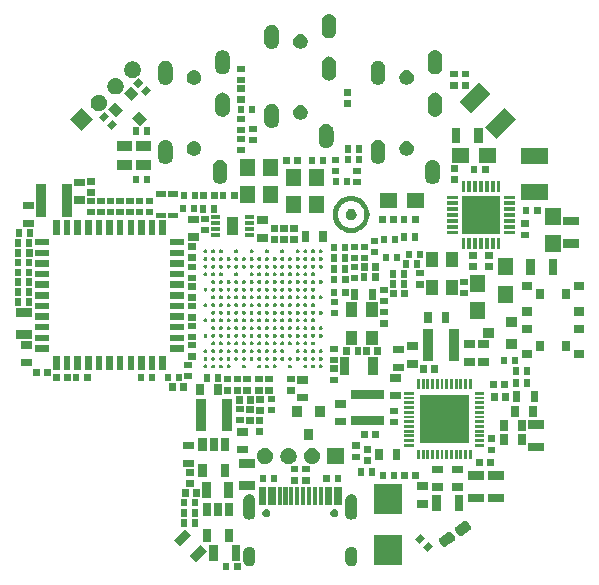
<source format=gts>
G04 #@! TF.GenerationSoftware,KiCad,Pcbnew,5.1.5+dfsg1-2build2*
G04 #@! TF.CreationDate,2020-11-19T19:26:10+01:00*
G04 #@! TF.ProjectId,OtterCastAudioV2,4f747465-7243-4617-9374-417564696f56,rev?*
G04 #@! TF.SameCoordinates,Original*
G04 #@! TF.FileFunction,Soldermask,Top*
G04 #@! TF.FilePolarity,Negative*
%FSLAX46Y46*%
G04 Gerber Fmt 4.6, Leading zero omitted, Abs format (unit mm)*
G04 Created by KiCad (PCBNEW 5.1.5+dfsg1-2build2) date 2020-11-19 19:26:10*
%MOMM*%
%LPD*%
G04 APERTURE LIST*
%ADD10C,0.100000*%
G04 APERTURE END LIST*
D10*
G36*
X94940000Y-123095000D02*
G01*
X94400000Y-123095000D01*
X94400000Y-122455000D01*
X94940000Y-122455000D01*
X94940000Y-123095000D01*
G37*
G36*
X94000000Y-123095000D02*
G01*
X93460000Y-123095000D01*
X93460000Y-122455000D01*
X94000000Y-122455000D01*
X94000000Y-123095000D01*
G37*
G36*
X95781937Y-121082524D02*
G01*
X95879957Y-121112258D01*
X95879960Y-121112260D01*
X95879961Y-121112260D01*
X95970295Y-121160544D01*
X96049475Y-121225525D01*
X96114456Y-121304705D01*
X96162740Y-121395038D01*
X96162742Y-121395042D01*
X96192476Y-121493062D01*
X96200000Y-121569455D01*
X96200000Y-122220545D01*
X96192476Y-122296938D01*
X96162742Y-122394958D01*
X96162740Y-122394961D01*
X96162740Y-122394962D01*
X96114456Y-122485295D01*
X96049475Y-122564475D01*
X95970295Y-122629456D01*
X95879962Y-122677740D01*
X95879958Y-122677742D01*
X95781938Y-122707476D01*
X95680000Y-122717516D01*
X95578063Y-122707476D01*
X95480043Y-122677742D01*
X95480039Y-122677740D01*
X95389706Y-122629456D01*
X95310526Y-122564475D01*
X95245545Y-122485295D01*
X95197260Y-122394962D01*
X95189523Y-122369456D01*
X95167525Y-122296938D01*
X95164872Y-122270000D01*
X95160000Y-122220541D01*
X95160000Y-121569455D01*
X95167524Y-121493063D01*
X95197258Y-121395043D01*
X95197261Y-121395038D01*
X95245544Y-121304705D01*
X95310525Y-121225525D01*
X95389705Y-121160544D01*
X95480038Y-121112260D01*
X95480039Y-121112260D01*
X95480042Y-121112258D01*
X95578062Y-121082524D01*
X95680000Y-121072484D01*
X95781937Y-121082524D01*
G37*
G36*
X104421937Y-121082524D02*
G01*
X104519957Y-121112258D01*
X104519960Y-121112260D01*
X104519961Y-121112260D01*
X104610295Y-121160544D01*
X104689475Y-121225525D01*
X104754456Y-121304705D01*
X104802740Y-121395038D01*
X104802742Y-121395042D01*
X104832476Y-121493062D01*
X104840000Y-121569455D01*
X104840000Y-122220545D01*
X104832476Y-122296938D01*
X104802742Y-122394958D01*
X104802740Y-122394961D01*
X104802740Y-122394962D01*
X104754456Y-122485295D01*
X104689475Y-122564475D01*
X104610295Y-122629456D01*
X104519962Y-122677740D01*
X104519958Y-122677742D01*
X104421938Y-122707476D01*
X104320000Y-122717516D01*
X104218063Y-122707476D01*
X104120043Y-122677742D01*
X104120039Y-122677740D01*
X104029706Y-122629456D01*
X103950526Y-122564475D01*
X103885545Y-122485295D01*
X103837260Y-122394962D01*
X103829523Y-122369456D01*
X103807525Y-122296938D01*
X103804872Y-122270000D01*
X103800000Y-122220541D01*
X103800000Y-121569455D01*
X103807524Y-121493063D01*
X103837258Y-121395043D01*
X103837261Y-121395038D01*
X103885544Y-121304705D01*
X103950525Y-121225525D01*
X104029705Y-121160544D01*
X104120038Y-121112260D01*
X104120039Y-121112260D01*
X104120042Y-121112258D01*
X104218062Y-121082524D01*
X104320000Y-121072484D01*
X104421937Y-121082524D01*
G37*
G36*
X108620000Y-122620000D02*
G01*
X106280000Y-122620000D01*
X106280000Y-120080000D01*
X108620000Y-120080000D01*
X108620000Y-122620000D01*
G37*
G36*
X92082142Y-121434619D02*
G01*
X91134619Y-122382142D01*
X90611360Y-121858883D01*
X91558883Y-120911360D01*
X92082142Y-121434619D01*
G37*
G36*
X93020000Y-122270000D02*
G01*
X92280000Y-122270000D01*
X92280000Y-120930000D01*
X93020000Y-120930000D01*
X93020000Y-122270000D01*
G37*
G36*
X94920000Y-122270000D02*
G01*
X94180000Y-122270000D01*
X94180000Y-120930000D01*
X94920000Y-120930000D01*
X94920000Y-122270000D01*
G37*
G36*
X111249533Y-121046985D02*
G01*
X110796985Y-121499533D01*
X110415147Y-121117695D01*
X110867695Y-120665147D01*
X111249533Y-121046985D01*
G37*
G36*
X112685312Y-119817238D02*
G01*
X112724737Y-119829010D01*
X112761101Y-119848244D01*
X112793026Y-119874211D01*
X112820049Y-119906848D01*
X113081495Y-120294456D01*
X113101636Y-120331746D01*
X113113751Y-120371066D01*
X113117963Y-120411995D01*
X113114109Y-120452956D01*
X113102337Y-120492381D01*
X113083103Y-120528745D01*
X113057136Y-120560670D01*
X113024499Y-120587693D01*
X112326002Y-121058836D01*
X112288712Y-121078977D01*
X112249392Y-121091092D01*
X112208463Y-121095304D01*
X112167502Y-121091450D01*
X112128077Y-121079678D01*
X112091713Y-121060444D01*
X112059788Y-121034477D01*
X112032765Y-121001840D01*
X111771319Y-120614232D01*
X111751178Y-120576942D01*
X111739063Y-120537622D01*
X111734851Y-120496693D01*
X111738705Y-120455732D01*
X111750477Y-120416307D01*
X111769711Y-120379943D01*
X111795678Y-120348018D01*
X111828315Y-120320995D01*
X112526812Y-119849852D01*
X112564102Y-119829711D01*
X112603422Y-119817596D01*
X112644351Y-119813384D01*
X112685312Y-119817238D01*
G37*
G36*
X90738640Y-120091117D02*
G01*
X89791117Y-121038640D01*
X89267858Y-120515381D01*
X90215381Y-119567858D01*
X90738640Y-120091117D01*
G37*
G36*
X110584853Y-120382305D02*
G01*
X110132305Y-120834853D01*
X109750467Y-120453015D01*
X110203015Y-120000467D01*
X110584853Y-120382305D01*
G37*
G36*
X92445000Y-120700000D02*
G01*
X91755000Y-120700000D01*
X91755000Y-119600000D01*
X92445000Y-119600000D01*
X92445000Y-120700000D01*
G37*
G36*
X94345000Y-120700000D02*
G01*
X93655000Y-120700000D01*
X93655000Y-119600000D01*
X94345000Y-119600000D01*
X94345000Y-120700000D01*
G37*
G36*
X114032498Y-118908550D02*
G01*
X114071923Y-118920322D01*
X114108287Y-118939556D01*
X114140212Y-118965523D01*
X114167235Y-118998160D01*
X114428681Y-119385768D01*
X114448822Y-119423058D01*
X114460937Y-119462378D01*
X114465149Y-119503307D01*
X114461295Y-119544268D01*
X114449523Y-119583693D01*
X114430289Y-119620057D01*
X114404322Y-119651982D01*
X114371685Y-119679005D01*
X113673188Y-120150148D01*
X113635898Y-120170289D01*
X113596578Y-120182404D01*
X113555649Y-120186616D01*
X113514688Y-120182762D01*
X113475263Y-120170990D01*
X113438899Y-120151756D01*
X113406974Y-120125789D01*
X113379951Y-120093152D01*
X113118505Y-119705544D01*
X113098364Y-119668254D01*
X113086249Y-119628934D01*
X113082037Y-119588005D01*
X113085891Y-119547044D01*
X113097663Y-119507619D01*
X113116897Y-119471255D01*
X113142864Y-119439330D01*
X113175501Y-119412307D01*
X113873998Y-118941164D01*
X113911288Y-118921023D01*
X113950608Y-118908908D01*
X113991537Y-118904696D01*
X114032498Y-118908550D01*
G37*
G36*
X91340000Y-119395000D02*
G01*
X90800000Y-119395000D01*
X90800000Y-118755000D01*
X91340000Y-118755000D01*
X91340000Y-119395000D01*
G37*
G36*
X90400000Y-119395000D02*
G01*
X89860000Y-119395000D01*
X89860000Y-118755000D01*
X90400000Y-118755000D01*
X90400000Y-119395000D01*
G37*
G36*
X104421937Y-116652524D02*
G01*
X104519957Y-116682258D01*
X104519960Y-116682260D01*
X104519961Y-116682260D01*
X104610295Y-116730544D01*
X104689475Y-116795525D01*
X104754456Y-116874705D01*
X104802740Y-116965038D01*
X104802742Y-116965042D01*
X104832476Y-117063062D01*
X104840000Y-117139455D01*
X104840000Y-118290545D01*
X104832476Y-118366938D01*
X104802742Y-118464958D01*
X104802740Y-118464961D01*
X104802740Y-118464962D01*
X104754456Y-118555295D01*
X104689475Y-118634475D01*
X104610295Y-118699456D01*
X104519962Y-118747740D01*
X104519958Y-118747742D01*
X104421938Y-118777476D01*
X104320000Y-118787516D01*
X104218063Y-118777476D01*
X104120043Y-118747742D01*
X104120039Y-118747740D01*
X104029706Y-118699456D01*
X103950526Y-118634475D01*
X103885545Y-118555295D01*
X103837261Y-118464962D01*
X103837261Y-118464961D01*
X103837259Y-118464958D01*
X103807525Y-118366938D01*
X103800001Y-118290545D01*
X103800000Y-117139456D01*
X103807524Y-117063063D01*
X103837258Y-116965043D01*
X103837261Y-116965038D01*
X103885544Y-116874705D01*
X103950525Y-116795525D01*
X104029705Y-116730544D01*
X104120038Y-116682260D01*
X104120039Y-116682260D01*
X104120042Y-116682258D01*
X104218062Y-116652524D01*
X104320000Y-116642484D01*
X104421937Y-116652524D01*
G37*
G36*
X95781937Y-116652524D02*
G01*
X95879957Y-116682258D01*
X95879960Y-116682260D01*
X95879961Y-116682260D01*
X95970295Y-116730544D01*
X96049475Y-116795525D01*
X96114456Y-116874705D01*
X96162740Y-116965038D01*
X96162742Y-116965042D01*
X96192476Y-117063062D01*
X96200000Y-117139455D01*
X96200000Y-118290545D01*
X96192476Y-118366938D01*
X96162742Y-118464958D01*
X96162740Y-118464961D01*
X96162740Y-118464962D01*
X96114456Y-118555295D01*
X96049475Y-118634475D01*
X95970295Y-118699456D01*
X95879962Y-118747740D01*
X95879958Y-118747742D01*
X95781938Y-118777476D01*
X95680000Y-118787516D01*
X95578063Y-118777476D01*
X95480043Y-118747742D01*
X95480039Y-118747740D01*
X95389706Y-118699456D01*
X95310526Y-118634475D01*
X95245545Y-118555295D01*
X95197261Y-118464962D01*
X95197261Y-118464961D01*
X95197259Y-118464958D01*
X95167525Y-118366938D01*
X95160001Y-118290545D01*
X95160000Y-117139456D01*
X95167524Y-117063063D01*
X95197258Y-116965043D01*
X95197261Y-116965038D01*
X95245544Y-116874705D01*
X95310525Y-116795525D01*
X95389705Y-116730544D01*
X95480038Y-116682260D01*
X95480039Y-116682260D01*
X95480042Y-116682258D01*
X95578062Y-116652524D01*
X95680000Y-116642484D01*
X95781937Y-116652524D01*
G37*
G36*
X97210633Y-117913258D02*
G01*
X97242026Y-117926262D01*
X97273418Y-117939264D01*
X97329925Y-117977022D01*
X97377978Y-118025075D01*
X97415736Y-118081582D01*
X97428738Y-118112974D01*
X97441742Y-118144367D01*
X97455000Y-118211020D01*
X97455000Y-118278980D01*
X97441742Y-118345633D01*
X97432917Y-118366938D01*
X97415736Y-118408418D01*
X97377978Y-118464925D01*
X97329925Y-118512978D01*
X97273418Y-118550736D01*
X97242026Y-118563739D01*
X97210633Y-118576742D01*
X97143980Y-118590000D01*
X97076020Y-118590000D01*
X97009367Y-118576742D01*
X96977974Y-118563739D01*
X96946582Y-118550736D01*
X96890075Y-118512978D01*
X96842022Y-118464925D01*
X96804264Y-118408418D01*
X96787083Y-118366938D01*
X96778258Y-118345633D01*
X96765000Y-118278980D01*
X96765000Y-118211020D01*
X96778258Y-118144367D01*
X96791261Y-118112974D01*
X96804264Y-118081582D01*
X96842022Y-118025075D01*
X96890075Y-117977022D01*
X96946582Y-117939264D01*
X96977974Y-117926262D01*
X97009367Y-117913258D01*
X97076020Y-117900000D01*
X97143980Y-117900000D01*
X97210633Y-117913258D01*
G37*
G36*
X102990633Y-117913258D02*
G01*
X103022026Y-117926262D01*
X103053418Y-117939264D01*
X103109925Y-117977022D01*
X103157978Y-118025075D01*
X103195736Y-118081582D01*
X103208738Y-118112974D01*
X103221742Y-118144367D01*
X103235000Y-118211020D01*
X103235000Y-118278980D01*
X103221742Y-118345633D01*
X103212917Y-118366938D01*
X103195736Y-118408418D01*
X103157978Y-118464925D01*
X103109925Y-118512978D01*
X103053418Y-118550736D01*
X103022026Y-118563739D01*
X102990633Y-118576742D01*
X102923980Y-118590000D01*
X102856020Y-118590000D01*
X102789367Y-118576742D01*
X102757974Y-118563739D01*
X102726582Y-118550736D01*
X102670075Y-118512978D01*
X102622022Y-118464925D01*
X102584264Y-118408418D01*
X102567083Y-118366938D01*
X102558258Y-118345633D01*
X102545000Y-118278980D01*
X102545000Y-118211020D01*
X102558258Y-118144367D01*
X102571261Y-118112974D01*
X102584264Y-118081582D01*
X102622022Y-118025075D01*
X102670075Y-117977022D01*
X102726582Y-117939264D01*
X102757974Y-117926262D01*
X102789367Y-117913258D01*
X102856020Y-117900000D01*
X102923980Y-117900000D01*
X102990633Y-117913258D01*
G37*
G36*
X90400000Y-118570000D02*
G01*
X89860000Y-118570000D01*
X89860000Y-117930000D01*
X90400000Y-117930000D01*
X90400000Y-118570000D01*
G37*
G36*
X91340000Y-118570000D02*
G01*
X90800000Y-118570000D01*
X90800000Y-117930000D01*
X91340000Y-117930000D01*
X91340000Y-118570000D01*
G37*
G36*
X94345000Y-118500000D02*
G01*
X93655000Y-118500000D01*
X93655000Y-117400000D01*
X94345000Y-117400000D01*
X94345000Y-118500000D01*
G37*
G36*
X92445000Y-118500000D02*
G01*
X91755000Y-118500000D01*
X91755000Y-117400000D01*
X92445000Y-117400000D01*
X92445000Y-118500000D01*
G37*
G36*
X93395000Y-118500000D02*
G01*
X92705000Y-118500000D01*
X92705000Y-117400000D01*
X93395000Y-117400000D01*
X93395000Y-118500000D01*
G37*
G36*
X108620000Y-118320000D02*
G01*
X106280000Y-118320000D01*
X106280000Y-115780000D01*
X108620000Y-115780000D01*
X108620000Y-118320000D01*
G37*
G36*
X111920000Y-118070000D02*
G01*
X111180000Y-118070000D01*
X111180000Y-116730000D01*
X111920000Y-116730000D01*
X111920000Y-118070000D01*
G37*
G36*
X113820000Y-118070000D02*
G01*
X113080000Y-118070000D01*
X113080000Y-116730000D01*
X113820000Y-116730000D01*
X113820000Y-118070000D01*
G37*
G36*
X110820000Y-117770000D02*
G01*
X109880000Y-117770000D01*
X109880000Y-117130000D01*
X110820000Y-117130000D01*
X110820000Y-117770000D01*
G37*
G36*
X91340000Y-117670000D02*
G01*
X90800000Y-117670000D01*
X90800000Y-117030000D01*
X91340000Y-117030000D01*
X91340000Y-117670000D01*
G37*
G36*
X90400000Y-117670000D02*
G01*
X89860000Y-117670000D01*
X89860000Y-117030000D01*
X90400000Y-117030000D01*
X90400000Y-117670000D01*
G37*
G36*
X100920000Y-117545000D02*
G01*
X100580000Y-117545000D01*
X100580000Y-116055000D01*
X100920000Y-116055000D01*
X100920000Y-117545000D01*
G37*
G36*
X101920000Y-117545000D02*
G01*
X101580000Y-117545000D01*
X101580000Y-116055000D01*
X101920000Y-116055000D01*
X101920000Y-117545000D01*
G37*
G36*
X100420000Y-117545000D02*
G01*
X100080000Y-117545000D01*
X100080000Y-116055000D01*
X100420000Y-116055000D01*
X100420000Y-117545000D01*
G37*
G36*
X99920000Y-117545000D02*
G01*
X99580000Y-117545000D01*
X99580000Y-116055000D01*
X99920000Y-116055000D01*
X99920000Y-117545000D01*
G37*
G36*
X99420000Y-117545000D02*
G01*
X99080000Y-117545000D01*
X99080000Y-116055000D01*
X99420000Y-116055000D01*
X99420000Y-117545000D01*
G37*
G36*
X98920000Y-117545000D02*
G01*
X98580000Y-117545000D01*
X98580000Y-116055000D01*
X98920000Y-116055000D01*
X98920000Y-117545000D01*
G37*
G36*
X101420000Y-117545000D02*
G01*
X101080000Y-117545000D01*
X101080000Y-116055000D01*
X101420000Y-116055000D01*
X101420000Y-117545000D01*
G37*
G36*
X97920000Y-117545000D02*
G01*
X97280000Y-117545000D01*
X97280000Y-116055000D01*
X97920000Y-116055000D01*
X97920000Y-117545000D01*
G37*
G36*
X97120000Y-117545000D02*
G01*
X96480000Y-117545000D01*
X96480000Y-116055000D01*
X97120000Y-116055000D01*
X97120000Y-117545000D01*
G37*
G36*
X103520000Y-117545000D02*
G01*
X102880000Y-117545000D01*
X102880000Y-116055000D01*
X103520000Y-116055000D01*
X103520000Y-117545000D01*
G37*
G36*
X102720000Y-117545000D02*
G01*
X102080000Y-117545000D01*
X102080000Y-116055000D01*
X102720000Y-116055000D01*
X102720000Y-117545000D01*
G37*
G36*
X98420000Y-117545000D02*
G01*
X98080000Y-117545000D01*
X98080000Y-116055000D01*
X98420000Y-116055000D01*
X98420000Y-117545000D01*
G37*
G36*
X117220000Y-117320000D02*
G01*
X115880000Y-117320000D01*
X115880000Y-116580000D01*
X117220000Y-116580000D01*
X117220000Y-117320000D01*
G37*
G36*
X115520000Y-117320000D02*
G01*
X114180000Y-117320000D01*
X114180000Y-116580000D01*
X115520000Y-116580000D01*
X115520000Y-117320000D01*
G37*
G36*
X94320000Y-116970000D02*
G01*
X93580000Y-116970000D01*
X93580000Y-115630000D01*
X94320000Y-115630000D01*
X94320000Y-116970000D01*
G37*
G36*
X92420000Y-116970000D02*
G01*
X91680000Y-116970000D01*
X91680000Y-115630000D01*
X92420000Y-115630000D01*
X92420000Y-116970000D01*
G37*
G36*
X90550000Y-116845000D02*
G01*
X90010000Y-116845000D01*
X90010000Y-116205000D01*
X90550000Y-116205000D01*
X90550000Y-116845000D01*
G37*
G36*
X91490000Y-116845000D02*
G01*
X90950000Y-116845000D01*
X90950000Y-116205000D01*
X91490000Y-116205000D01*
X91490000Y-116845000D01*
G37*
G36*
X113820000Y-116370000D02*
G01*
X112880000Y-116370000D01*
X112880000Y-115730000D01*
X113820000Y-115730000D01*
X113820000Y-116370000D01*
G37*
G36*
X112120000Y-116370000D02*
G01*
X111180000Y-116370000D01*
X111180000Y-115730000D01*
X112120000Y-115730000D01*
X112120000Y-116370000D01*
G37*
G36*
X96145000Y-116295000D02*
G01*
X94805000Y-116295000D01*
X94805000Y-115555000D01*
X96145000Y-115555000D01*
X96145000Y-116295000D01*
G37*
G36*
X110820000Y-116270000D02*
G01*
X109880000Y-116270000D01*
X109880000Y-115630000D01*
X110820000Y-115630000D01*
X110820000Y-116270000D01*
G37*
G36*
X90970000Y-116015000D02*
G01*
X90330000Y-116015000D01*
X90330000Y-115475000D01*
X90970000Y-115475000D01*
X90970000Y-116015000D01*
G37*
G36*
X99820000Y-115740000D02*
G01*
X99180000Y-115740000D01*
X99180000Y-115200000D01*
X99820000Y-115200000D01*
X99820000Y-115740000D01*
G37*
G36*
X100820000Y-115740000D02*
G01*
X100180000Y-115740000D01*
X100180000Y-115200000D01*
X100820000Y-115200000D01*
X100820000Y-115740000D01*
G37*
G36*
X103440000Y-115620000D02*
G01*
X102900000Y-115620000D01*
X102900000Y-114980000D01*
X103440000Y-114980000D01*
X103440000Y-115620000D01*
G37*
G36*
X102500000Y-115620000D02*
G01*
X101960000Y-115620000D01*
X101960000Y-114980000D01*
X102500000Y-114980000D01*
X102500000Y-115620000D01*
G37*
G36*
X98040000Y-115620000D02*
G01*
X97500000Y-115620000D01*
X97500000Y-114980000D01*
X98040000Y-114980000D01*
X98040000Y-115620000D01*
G37*
G36*
X97100000Y-115620000D02*
G01*
X96560000Y-115620000D01*
X96560000Y-114980000D01*
X97100000Y-114980000D01*
X97100000Y-115620000D01*
G37*
G36*
X115520000Y-115420000D02*
G01*
X114180000Y-115420000D01*
X114180000Y-114680000D01*
X115520000Y-114680000D01*
X115520000Y-115420000D01*
G37*
G36*
X117220000Y-115420000D02*
G01*
X115880000Y-115420000D01*
X115880000Y-114680000D01*
X117220000Y-114680000D01*
X117220000Y-115420000D01*
G37*
G36*
X107250000Y-115370000D02*
G01*
X106710000Y-115370000D01*
X106710000Y-114730000D01*
X107250000Y-114730000D01*
X107250000Y-115370000D01*
G37*
G36*
X108190000Y-115370000D02*
G01*
X107650000Y-115370000D01*
X107650000Y-114730000D01*
X108190000Y-114730000D01*
X108190000Y-115370000D01*
G37*
G36*
X109100000Y-115370000D02*
G01*
X108560000Y-115370000D01*
X108560000Y-114730000D01*
X109100000Y-114730000D01*
X109100000Y-115370000D01*
G37*
G36*
X110040000Y-115370000D02*
G01*
X109500000Y-115370000D01*
X109500000Y-114730000D01*
X110040000Y-114730000D01*
X110040000Y-115370000D01*
G37*
G36*
X92070000Y-115175000D02*
G01*
X91380000Y-115175000D01*
X91380000Y-114075000D01*
X92070000Y-114075000D01*
X92070000Y-115175000D01*
G37*
G36*
X93970000Y-115175000D02*
G01*
X93280000Y-115175000D01*
X93280000Y-114075000D01*
X93970000Y-114075000D01*
X93970000Y-115175000D01*
G37*
G36*
X90970000Y-115075000D02*
G01*
X90330000Y-115075000D01*
X90330000Y-114535000D01*
X90970000Y-114535000D01*
X90970000Y-115075000D01*
G37*
G36*
X105400000Y-115070000D02*
G01*
X104860000Y-115070000D01*
X104860000Y-114430000D01*
X105400000Y-114430000D01*
X105400000Y-115070000D01*
G37*
G36*
X106340000Y-115070000D02*
G01*
X105800000Y-115070000D01*
X105800000Y-114430000D01*
X106340000Y-114430000D01*
X106340000Y-115070000D01*
G37*
G36*
X112120000Y-114870000D02*
G01*
X111180000Y-114870000D01*
X111180000Y-114230000D01*
X112120000Y-114230000D01*
X112120000Y-114870000D01*
G37*
G36*
X113820000Y-114870000D02*
G01*
X112880000Y-114870000D01*
X112880000Y-114230000D01*
X113820000Y-114230000D01*
X113820000Y-114870000D01*
G37*
G36*
X100820000Y-114800000D02*
G01*
X100180000Y-114800000D01*
X100180000Y-114260000D01*
X100820000Y-114260000D01*
X100820000Y-114800000D01*
G37*
G36*
X99820000Y-114800000D02*
G01*
X99180000Y-114800000D01*
X99180000Y-114260000D01*
X99820000Y-114260000D01*
X99820000Y-114800000D01*
G37*
G36*
X96145000Y-114395000D02*
G01*
X94805000Y-114395000D01*
X94805000Y-113655000D01*
X96145000Y-113655000D01*
X96145000Y-114395000D01*
G37*
G36*
X90970000Y-114345000D02*
G01*
X90030000Y-114345000D01*
X90030000Y-113705000D01*
X90970000Y-113705000D01*
X90970000Y-114345000D01*
G37*
G36*
X115450000Y-114270000D02*
G01*
X114910000Y-114270000D01*
X114910000Y-113630000D01*
X115450000Y-113630000D01*
X115450000Y-114270000D01*
G37*
G36*
X116390000Y-114270000D02*
G01*
X115850000Y-114270000D01*
X115850000Y-113630000D01*
X116390000Y-113630000D01*
X116390000Y-114270000D01*
G37*
G36*
X103695000Y-114095000D02*
G01*
X102305000Y-114095000D01*
X102305000Y-112705000D01*
X103695000Y-112705000D01*
X103695000Y-114095000D01*
G37*
G36*
X97202724Y-112731708D02*
G01*
X97329206Y-112784099D01*
X97443037Y-112860158D01*
X97539842Y-112956963D01*
X97615901Y-113070794D01*
X97668292Y-113197276D01*
X97695000Y-113331548D01*
X97695000Y-113468452D01*
X97668292Y-113602724D01*
X97615901Y-113729206D01*
X97539842Y-113843037D01*
X97443037Y-113939842D01*
X97329206Y-114015901D01*
X97202724Y-114068292D01*
X97068452Y-114095000D01*
X96931548Y-114095000D01*
X96797276Y-114068292D01*
X96670794Y-114015901D01*
X96556963Y-113939842D01*
X96460158Y-113843037D01*
X96384099Y-113729206D01*
X96331708Y-113602724D01*
X96305000Y-113468452D01*
X96305000Y-113331548D01*
X96331708Y-113197276D01*
X96384099Y-113070794D01*
X96460158Y-112956963D01*
X96556963Y-112860158D01*
X96670794Y-112784099D01*
X96797276Y-112731708D01*
X96931548Y-112705000D01*
X97068452Y-112705000D01*
X97202724Y-112731708D01*
G37*
G36*
X99202724Y-112731708D02*
G01*
X99329206Y-112784099D01*
X99443037Y-112860158D01*
X99539842Y-112956963D01*
X99615901Y-113070794D01*
X99668292Y-113197276D01*
X99695000Y-113331548D01*
X99695000Y-113468452D01*
X99668292Y-113602724D01*
X99615901Y-113729206D01*
X99539842Y-113843037D01*
X99443037Y-113939842D01*
X99329206Y-114015901D01*
X99202724Y-114068292D01*
X99068452Y-114095000D01*
X98931548Y-114095000D01*
X98797276Y-114068292D01*
X98670794Y-114015901D01*
X98556963Y-113939842D01*
X98460158Y-113843037D01*
X98384099Y-113729206D01*
X98331708Y-113602724D01*
X98305000Y-113468452D01*
X98305000Y-113331548D01*
X98331708Y-113197276D01*
X98384099Y-113070794D01*
X98460158Y-112956963D01*
X98556963Y-112860158D01*
X98670794Y-112784099D01*
X98797276Y-112731708D01*
X98931548Y-112705000D01*
X99068452Y-112705000D01*
X99202724Y-112731708D01*
G37*
G36*
X101202724Y-112731708D02*
G01*
X101329206Y-112784099D01*
X101443037Y-112860158D01*
X101539842Y-112956963D01*
X101615901Y-113070794D01*
X101668292Y-113197276D01*
X101695000Y-113331548D01*
X101695000Y-113468452D01*
X101668292Y-113602724D01*
X101615901Y-113729206D01*
X101539842Y-113843037D01*
X101443037Y-113939842D01*
X101329206Y-114015901D01*
X101202724Y-114068292D01*
X101068452Y-114095000D01*
X100931548Y-114095000D01*
X100797276Y-114068292D01*
X100670794Y-114015901D01*
X100556963Y-113939842D01*
X100460158Y-113843037D01*
X100384099Y-113729206D01*
X100331708Y-113602724D01*
X100305000Y-113468452D01*
X100305000Y-113331548D01*
X100331708Y-113197276D01*
X100384099Y-113070794D01*
X100460158Y-112956963D01*
X100556963Y-112860158D01*
X100670794Y-112784099D01*
X100797276Y-112731708D01*
X100931548Y-112705000D01*
X101068452Y-112705000D01*
X101202724Y-112731708D01*
G37*
G36*
X106020000Y-114065000D02*
G01*
X105380000Y-114065000D01*
X105380000Y-113525000D01*
X106020000Y-113525000D01*
X106020000Y-114065000D01*
G37*
G36*
X106970000Y-113770000D02*
G01*
X106330000Y-113770000D01*
X106330000Y-112830000D01*
X106970000Y-112830000D01*
X106970000Y-113770000D01*
G37*
G36*
X108470000Y-113770000D02*
G01*
X107830000Y-113770000D01*
X107830000Y-112830000D01*
X108470000Y-112830000D01*
X108470000Y-113770000D01*
G37*
G36*
X105020000Y-113740000D02*
G01*
X104380000Y-113740000D01*
X104380000Y-113200000D01*
X105020000Y-113200000D01*
X105020000Y-113740000D01*
G37*
G36*
X113320000Y-113695000D02*
G01*
X113080000Y-113695000D01*
X113080000Y-112855000D01*
X113320000Y-112855000D01*
X113320000Y-113695000D01*
G37*
G36*
X110120000Y-113695000D02*
G01*
X109880000Y-113695000D01*
X109880000Y-112855000D01*
X110120000Y-112855000D01*
X110120000Y-113695000D01*
G37*
G36*
X110920000Y-113695000D02*
G01*
X110680000Y-113695000D01*
X110680000Y-112855000D01*
X110920000Y-112855000D01*
X110920000Y-113695000D01*
G37*
G36*
X111320000Y-113695000D02*
G01*
X111080000Y-113695000D01*
X111080000Y-112855000D01*
X111320000Y-112855000D01*
X111320000Y-113695000D01*
G37*
G36*
X111720000Y-113695000D02*
G01*
X111480000Y-113695000D01*
X111480000Y-112855000D01*
X111720000Y-112855000D01*
X111720000Y-113695000D01*
G37*
G36*
X112120000Y-113695000D02*
G01*
X111880000Y-113695000D01*
X111880000Y-112855000D01*
X112120000Y-112855000D01*
X112120000Y-113695000D01*
G37*
G36*
X112520000Y-113695000D02*
G01*
X112280000Y-113695000D01*
X112280000Y-112855000D01*
X112520000Y-112855000D01*
X112520000Y-113695000D01*
G37*
G36*
X112920000Y-113695000D02*
G01*
X112680000Y-113695000D01*
X112680000Y-112855000D01*
X112920000Y-112855000D01*
X112920000Y-113695000D01*
G37*
G36*
X113720000Y-113695000D02*
G01*
X113480000Y-113695000D01*
X113480000Y-112855000D01*
X113720000Y-112855000D01*
X113720000Y-113695000D01*
G37*
G36*
X110520000Y-113695000D02*
G01*
X110280000Y-113695000D01*
X110280000Y-112855000D01*
X110520000Y-112855000D01*
X110520000Y-113695000D01*
G37*
G36*
X114120000Y-113695000D02*
G01*
X113880000Y-113695000D01*
X113880000Y-112855000D01*
X114120000Y-112855000D01*
X114120000Y-113695000D01*
G37*
G36*
X114520000Y-113695000D02*
G01*
X114280000Y-113695000D01*
X114280000Y-112855000D01*
X114520000Y-112855000D01*
X114520000Y-113695000D01*
G37*
G36*
X95570000Y-113170000D02*
G01*
X94630000Y-113170000D01*
X94630000Y-112530000D01*
X95570000Y-112530000D01*
X95570000Y-113170000D01*
G37*
G36*
X116520000Y-113140000D02*
G01*
X115880000Y-113140000D01*
X115880000Y-112600000D01*
X116520000Y-112600000D01*
X116520000Y-113140000D01*
G37*
G36*
X106020000Y-113125000D02*
G01*
X105380000Y-113125000D01*
X105380000Y-112585000D01*
X106020000Y-112585000D01*
X106020000Y-113125000D01*
G37*
G36*
X120645000Y-113020000D02*
G01*
X119305000Y-113020000D01*
X119305000Y-112280000D01*
X120645000Y-112280000D01*
X120645000Y-113020000D01*
G37*
G36*
X93970000Y-112975000D02*
G01*
X93280000Y-112975000D01*
X93280000Y-111875000D01*
X93970000Y-111875000D01*
X93970000Y-112975000D01*
G37*
G36*
X92070000Y-112975000D02*
G01*
X91380000Y-112975000D01*
X91380000Y-111875000D01*
X92070000Y-111875000D01*
X92070000Y-112975000D01*
G37*
G36*
X93020000Y-112975000D02*
G01*
X92330000Y-112975000D01*
X92330000Y-111875000D01*
X93020000Y-111875000D01*
X93020000Y-112975000D01*
G37*
G36*
X90970000Y-112845000D02*
G01*
X90030000Y-112845000D01*
X90030000Y-112205000D01*
X90970000Y-112205000D01*
X90970000Y-112845000D01*
G37*
G36*
X105020000Y-112800000D02*
G01*
X104380000Y-112800000D01*
X104380000Y-112260000D01*
X105020000Y-112260000D01*
X105020000Y-112800000D01*
G37*
G36*
X115595000Y-112620000D02*
G01*
X114755000Y-112620000D01*
X114755000Y-112380000D01*
X115595000Y-112380000D01*
X115595000Y-112620000D01*
G37*
G36*
X109645000Y-112620000D02*
G01*
X108805000Y-112620000D01*
X108805000Y-112380000D01*
X109645000Y-112380000D01*
X109645000Y-112620000D01*
G37*
G36*
X117570000Y-112470000D02*
G01*
X116930000Y-112470000D01*
X116930000Y-111530000D01*
X117570000Y-111530000D01*
X117570000Y-112470000D01*
G37*
G36*
X119070000Y-112470000D02*
G01*
X118430000Y-112470000D01*
X118430000Y-111530000D01*
X119070000Y-111530000D01*
X119070000Y-112470000D01*
G37*
G36*
X114245000Y-112345000D02*
G01*
X110155000Y-112345000D01*
X110155000Y-108255000D01*
X114245000Y-108255000D01*
X114245000Y-112345000D01*
G37*
G36*
X109645000Y-112220000D02*
G01*
X108805000Y-112220000D01*
X108805000Y-111980000D01*
X109645000Y-111980000D01*
X109645000Y-112220000D01*
G37*
G36*
X115595000Y-112220000D02*
G01*
X114755000Y-112220000D01*
X114755000Y-111980000D01*
X115595000Y-111980000D01*
X115595000Y-112220000D01*
G37*
G36*
X116520000Y-112200000D02*
G01*
X115880000Y-112200000D01*
X115880000Y-111660000D01*
X116520000Y-111660000D01*
X116520000Y-112200000D01*
G37*
G36*
X101120000Y-112070000D02*
G01*
X100280000Y-112070000D01*
X100280000Y-111130000D01*
X101120000Y-111130000D01*
X101120000Y-112070000D01*
G37*
G36*
X105700000Y-111920000D02*
G01*
X105160000Y-111920000D01*
X105160000Y-111280000D01*
X105700000Y-111280000D01*
X105700000Y-111920000D01*
G37*
G36*
X106640000Y-111920000D02*
G01*
X106100000Y-111920000D01*
X106100000Y-111280000D01*
X106640000Y-111280000D01*
X106640000Y-111920000D01*
G37*
G36*
X109645000Y-111820000D02*
G01*
X108805000Y-111820000D01*
X108805000Y-111580000D01*
X109645000Y-111580000D01*
X109645000Y-111820000D01*
G37*
G36*
X115595000Y-111820000D02*
G01*
X114755000Y-111820000D01*
X114755000Y-111580000D01*
X115595000Y-111580000D01*
X115595000Y-111820000D01*
G37*
G36*
X95570000Y-111670000D02*
G01*
X94630000Y-111670000D01*
X94630000Y-111030000D01*
X95570000Y-111030000D01*
X95570000Y-111670000D01*
G37*
G36*
X96870000Y-111615000D02*
G01*
X96230000Y-111615000D01*
X96230000Y-111075000D01*
X96870000Y-111075000D01*
X96870000Y-111615000D01*
G37*
G36*
X115595000Y-111420000D02*
G01*
X114755000Y-111420000D01*
X114755000Y-111180000D01*
X115595000Y-111180000D01*
X115595000Y-111420000D01*
G37*
G36*
X109645000Y-111420000D02*
G01*
X108805000Y-111420000D01*
X108805000Y-111180000D01*
X109645000Y-111180000D01*
X109645000Y-111420000D01*
G37*
G36*
X91995000Y-111320000D02*
G01*
X91155000Y-111320000D01*
X91155000Y-108580000D01*
X91995000Y-108580000D01*
X91995000Y-111320000D01*
G37*
G36*
X94195000Y-111320000D02*
G01*
X93355000Y-111320000D01*
X93355000Y-108580000D01*
X94195000Y-108580000D01*
X94195000Y-111320000D01*
G37*
G36*
X117570000Y-111270000D02*
G01*
X116930000Y-111270000D01*
X116930000Y-110330000D01*
X117570000Y-110330000D01*
X117570000Y-111270000D01*
G37*
G36*
X119070000Y-111270000D02*
G01*
X118430000Y-111270000D01*
X118430000Y-110330000D01*
X119070000Y-110330000D01*
X119070000Y-111270000D01*
G37*
G36*
X120645000Y-111120000D02*
G01*
X119305000Y-111120000D01*
X119305000Y-110380000D01*
X120645000Y-110380000D01*
X120645000Y-111120000D01*
G37*
G36*
X115595000Y-111020000D02*
G01*
X114755000Y-111020000D01*
X114755000Y-110780000D01*
X115595000Y-110780000D01*
X115595000Y-111020000D01*
G37*
G36*
X109645000Y-111020000D02*
G01*
X108805000Y-111020000D01*
X108805000Y-110780000D01*
X109645000Y-110780000D01*
X109645000Y-111020000D01*
G37*
G36*
X103870000Y-110820000D02*
G01*
X102930000Y-110820000D01*
X102930000Y-110180000D01*
X103870000Y-110180000D01*
X103870000Y-110820000D01*
G37*
G36*
X107070000Y-110820000D02*
G01*
X104330000Y-110820000D01*
X104330000Y-109980000D01*
X107070000Y-109980000D01*
X107070000Y-110820000D01*
G37*
G36*
X108270000Y-110815000D02*
G01*
X107630000Y-110815000D01*
X107630000Y-110275000D01*
X108270000Y-110275000D01*
X108270000Y-110815000D01*
G37*
G36*
X96870000Y-110675000D02*
G01*
X96230000Y-110675000D01*
X96230000Y-110135000D01*
X96870000Y-110135000D01*
X96870000Y-110675000D01*
G37*
G36*
X96045000Y-110665000D02*
G01*
X95405000Y-110665000D01*
X95405000Y-110125000D01*
X96045000Y-110125000D01*
X96045000Y-110665000D01*
G37*
G36*
X95220000Y-110640000D02*
G01*
X94580000Y-110640000D01*
X94580000Y-110100000D01*
X95220000Y-110100000D01*
X95220000Y-110640000D01*
G37*
G36*
X115595000Y-110620000D02*
G01*
X114755000Y-110620000D01*
X114755000Y-110380000D01*
X115595000Y-110380000D01*
X115595000Y-110620000D01*
G37*
G36*
X109645000Y-110620000D02*
G01*
X108805000Y-110620000D01*
X108805000Y-110380000D01*
X109645000Y-110380000D01*
X109645000Y-110620000D01*
G37*
G36*
X115595000Y-110220000D02*
G01*
X114755000Y-110220000D01*
X114755000Y-109980000D01*
X115595000Y-109980000D01*
X115595000Y-110220000D01*
G37*
G36*
X109645000Y-110220000D02*
G01*
X108805000Y-110220000D01*
X108805000Y-109980000D01*
X109645000Y-109980000D01*
X109645000Y-110220000D01*
G37*
G36*
X118520000Y-110120000D02*
G01*
X117880000Y-110120000D01*
X117880000Y-109180000D01*
X118520000Y-109180000D01*
X118520000Y-110120000D01*
G37*
G36*
X120020000Y-110120000D02*
G01*
X119380000Y-110120000D01*
X119380000Y-109180000D01*
X120020000Y-109180000D01*
X120020000Y-110120000D01*
G37*
G36*
X100170000Y-110070000D02*
G01*
X99330000Y-110070000D01*
X99330000Y-109130000D01*
X100170000Y-109130000D01*
X100170000Y-110070000D01*
G37*
G36*
X102070000Y-110070000D02*
G01*
X101230000Y-110070000D01*
X101230000Y-109130000D01*
X102070000Y-109130000D01*
X102070000Y-110070000D01*
G37*
G36*
X108270000Y-109875000D02*
G01*
X107630000Y-109875000D01*
X107630000Y-109335000D01*
X108270000Y-109335000D01*
X108270000Y-109875000D01*
G37*
G36*
X109645000Y-109820000D02*
G01*
X108805000Y-109820000D01*
X108805000Y-109580000D01*
X109645000Y-109580000D01*
X109645000Y-109820000D01*
G37*
G36*
X115595000Y-109820000D02*
G01*
X114755000Y-109820000D01*
X114755000Y-109580000D01*
X115595000Y-109580000D01*
X115595000Y-109820000D01*
G37*
G36*
X96895000Y-109815000D02*
G01*
X96255000Y-109815000D01*
X96255000Y-109275000D01*
X96895000Y-109275000D01*
X96895000Y-109815000D01*
G37*
G36*
X97870000Y-109790000D02*
G01*
X97230000Y-109790000D01*
X97230000Y-109250000D01*
X97870000Y-109250000D01*
X97870000Y-109790000D01*
G37*
G36*
X96045000Y-109725000D02*
G01*
X95405000Y-109725000D01*
X95405000Y-109185000D01*
X96045000Y-109185000D01*
X96045000Y-109725000D01*
G37*
G36*
X95220000Y-109700000D02*
G01*
X94580000Y-109700000D01*
X94580000Y-109160000D01*
X95220000Y-109160000D01*
X95220000Y-109700000D01*
G37*
G36*
X109645000Y-109420000D02*
G01*
X108805000Y-109420000D01*
X108805000Y-109180000D01*
X109645000Y-109180000D01*
X109645000Y-109420000D01*
G37*
G36*
X115595000Y-109420000D02*
G01*
X114755000Y-109420000D01*
X114755000Y-109180000D01*
X115595000Y-109180000D01*
X115595000Y-109420000D01*
G37*
G36*
X103870000Y-109320000D02*
G01*
X102930000Y-109320000D01*
X102930000Y-108680000D01*
X103870000Y-108680000D01*
X103870000Y-109320000D01*
G37*
G36*
X115595000Y-109020000D02*
G01*
X114755000Y-109020000D01*
X114755000Y-108780000D01*
X115595000Y-108780000D01*
X115595000Y-109020000D01*
G37*
G36*
X109645000Y-109020000D02*
G01*
X108805000Y-109020000D01*
X108805000Y-108780000D01*
X109645000Y-108780000D01*
X109645000Y-109020000D01*
G37*
G36*
X96065000Y-108970000D02*
G01*
X95525000Y-108970000D01*
X95525000Y-108330000D01*
X96065000Y-108330000D01*
X96065000Y-108970000D01*
G37*
G36*
X95125000Y-108970000D02*
G01*
X94585000Y-108970000D01*
X94585000Y-108330000D01*
X95125000Y-108330000D01*
X95125000Y-108970000D01*
G37*
G36*
X96895000Y-108875000D02*
G01*
X96255000Y-108875000D01*
X96255000Y-108335000D01*
X96895000Y-108335000D01*
X96895000Y-108875000D01*
G37*
G36*
X97870000Y-108850000D02*
G01*
X97230000Y-108850000D01*
X97230000Y-108310000D01*
X97870000Y-108310000D01*
X97870000Y-108850000D01*
G37*
G36*
X118645000Y-108820000D02*
G01*
X118005000Y-108820000D01*
X118005000Y-107880000D01*
X118645000Y-107880000D01*
X118645000Y-108820000D01*
G37*
G36*
X120145000Y-108820000D02*
G01*
X119505000Y-108820000D01*
X119505000Y-107880000D01*
X120145000Y-107880000D01*
X120145000Y-108820000D01*
G37*
G36*
X100670000Y-108770000D02*
G01*
X99730000Y-108770000D01*
X99730000Y-108130000D01*
X100670000Y-108130000D01*
X100670000Y-108770000D01*
G37*
G36*
X117640000Y-108740000D02*
G01*
X117100000Y-108740000D01*
X117100000Y-108100000D01*
X117640000Y-108100000D01*
X117640000Y-108740000D01*
G37*
G36*
X116700000Y-108740000D02*
G01*
X116160000Y-108740000D01*
X116160000Y-108100000D01*
X116700000Y-108100000D01*
X116700000Y-108740000D01*
G37*
G36*
X115595000Y-108620000D02*
G01*
X114755000Y-108620000D01*
X114755000Y-108380000D01*
X115595000Y-108380000D01*
X115595000Y-108620000D01*
G37*
G36*
X109645000Y-108620000D02*
G01*
X108805000Y-108620000D01*
X108805000Y-108380000D01*
X109645000Y-108380000D01*
X109645000Y-108620000D01*
G37*
G36*
X107070000Y-108620000D02*
G01*
X104330000Y-108620000D01*
X104330000Y-107780000D01*
X107070000Y-107780000D01*
X107070000Y-108620000D01*
G37*
G36*
X108570000Y-108620000D02*
G01*
X107630000Y-108620000D01*
X107630000Y-107980000D01*
X108570000Y-107980000D01*
X108570000Y-108620000D01*
G37*
G36*
X91845000Y-108245000D02*
G01*
X91205000Y-108245000D01*
X91205000Y-107305000D01*
X91845000Y-107305000D01*
X91845000Y-108245000D01*
G37*
G36*
X93345000Y-108245000D02*
G01*
X92705000Y-108245000D01*
X92705000Y-107305000D01*
X93345000Y-107305000D01*
X93345000Y-108245000D01*
G37*
G36*
X115595000Y-108220000D02*
G01*
X114755000Y-108220000D01*
X114755000Y-107980000D01*
X115595000Y-107980000D01*
X115595000Y-108220000D01*
G37*
G36*
X109645000Y-108220000D02*
G01*
X108805000Y-108220000D01*
X108805000Y-107980000D01*
X109645000Y-107980000D01*
X109645000Y-108220000D01*
G37*
G36*
X97670000Y-108120000D02*
G01*
X97030000Y-108120000D01*
X97030000Y-107580000D01*
X97670000Y-107580000D01*
X97670000Y-108120000D01*
G37*
G36*
X94995000Y-108115000D02*
G01*
X94355000Y-108115000D01*
X94355000Y-107575000D01*
X94995000Y-107575000D01*
X94995000Y-108115000D01*
G37*
G36*
X95820000Y-108115000D02*
G01*
X95180000Y-108115000D01*
X95180000Y-107575000D01*
X95820000Y-107575000D01*
X95820000Y-108115000D01*
G37*
G36*
X99520000Y-108115000D02*
G01*
X98880000Y-108115000D01*
X98880000Y-107575000D01*
X99520000Y-107575000D01*
X99520000Y-108115000D01*
G37*
G36*
X96820000Y-108115000D02*
G01*
X96180000Y-108115000D01*
X96180000Y-107575000D01*
X96820000Y-107575000D01*
X96820000Y-108115000D01*
G37*
G36*
X94170000Y-108115000D02*
G01*
X93530000Y-108115000D01*
X93530000Y-107575000D01*
X94170000Y-107575000D01*
X94170000Y-108115000D01*
G37*
G36*
X89450000Y-107895000D02*
G01*
X88910000Y-107895000D01*
X88910000Y-107255000D01*
X89450000Y-107255000D01*
X89450000Y-107895000D01*
G37*
G36*
X90390000Y-107895000D02*
G01*
X89850000Y-107895000D01*
X89850000Y-107255000D01*
X90390000Y-107255000D01*
X90390000Y-107895000D01*
G37*
G36*
X112120000Y-107745000D02*
G01*
X111880000Y-107745000D01*
X111880000Y-106905000D01*
X112120000Y-106905000D01*
X112120000Y-107745000D01*
G37*
G36*
X114120000Y-107745000D02*
G01*
X113880000Y-107745000D01*
X113880000Y-106905000D01*
X114120000Y-106905000D01*
X114120000Y-107745000D01*
G37*
G36*
X110120000Y-107745000D02*
G01*
X109880000Y-107745000D01*
X109880000Y-106905000D01*
X110120000Y-106905000D01*
X110120000Y-107745000D01*
G37*
G36*
X110520000Y-107745000D02*
G01*
X110280000Y-107745000D01*
X110280000Y-106905000D01*
X110520000Y-106905000D01*
X110520000Y-107745000D01*
G37*
G36*
X110920000Y-107745000D02*
G01*
X110680000Y-107745000D01*
X110680000Y-106905000D01*
X110920000Y-106905000D01*
X110920000Y-107745000D01*
G37*
G36*
X111320000Y-107745000D02*
G01*
X111080000Y-107745000D01*
X111080000Y-106905000D01*
X111320000Y-106905000D01*
X111320000Y-107745000D01*
G37*
G36*
X113320000Y-107745000D02*
G01*
X113080000Y-107745000D01*
X113080000Y-106905000D01*
X113320000Y-106905000D01*
X113320000Y-107745000D01*
G37*
G36*
X112920000Y-107745000D02*
G01*
X112680000Y-107745000D01*
X112680000Y-106905000D01*
X112920000Y-106905000D01*
X112920000Y-107745000D01*
G37*
G36*
X112520000Y-107745000D02*
G01*
X112280000Y-107745000D01*
X112280000Y-106905000D01*
X112520000Y-106905000D01*
X112520000Y-107745000D01*
G37*
G36*
X113720000Y-107745000D02*
G01*
X113480000Y-107745000D01*
X113480000Y-106905000D01*
X113720000Y-106905000D01*
X113720000Y-107745000D01*
G37*
G36*
X111720000Y-107745000D02*
G01*
X111480000Y-107745000D01*
X111480000Y-106905000D01*
X111720000Y-106905000D01*
X111720000Y-107745000D01*
G37*
G36*
X114520000Y-107745000D02*
G01*
X114280000Y-107745000D01*
X114280000Y-106905000D01*
X114520000Y-106905000D01*
X114520000Y-107745000D01*
G37*
G36*
X116630000Y-107670000D02*
G01*
X116090000Y-107670000D01*
X116090000Y-107030000D01*
X116630000Y-107030000D01*
X116630000Y-107670000D01*
G37*
G36*
X117570000Y-107670000D02*
G01*
X117030000Y-107670000D01*
X117030000Y-107030000D01*
X117570000Y-107030000D01*
X117570000Y-107670000D01*
G37*
G36*
X119490000Y-107520000D02*
G01*
X118950000Y-107520000D01*
X118950000Y-106880000D01*
X119490000Y-106880000D01*
X119490000Y-107520000D01*
G37*
G36*
X118550000Y-107520000D02*
G01*
X118010000Y-107520000D01*
X118010000Y-106880000D01*
X118550000Y-106880000D01*
X118550000Y-107520000D01*
G37*
G36*
X100670000Y-107270000D02*
G01*
X99730000Y-107270000D01*
X99730000Y-106630000D01*
X100670000Y-106630000D01*
X100670000Y-107270000D01*
G37*
G36*
X103170000Y-107215000D02*
G01*
X102530000Y-107215000D01*
X102530000Y-106675000D01*
X103170000Y-106675000D01*
X103170000Y-107215000D01*
G37*
G36*
X97670000Y-107180000D02*
G01*
X97030000Y-107180000D01*
X97030000Y-106640000D01*
X97670000Y-106640000D01*
X97670000Y-107180000D01*
G37*
G36*
X94995000Y-107175000D02*
G01*
X94355000Y-107175000D01*
X94355000Y-106635000D01*
X94995000Y-106635000D01*
X94995000Y-107175000D01*
G37*
G36*
X94170000Y-107175000D02*
G01*
X93530000Y-107175000D01*
X93530000Y-106635000D01*
X94170000Y-106635000D01*
X94170000Y-107175000D01*
G37*
G36*
X95820000Y-107175000D02*
G01*
X95180000Y-107175000D01*
X95180000Y-106635000D01*
X95820000Y-106635000D01*
X95820000Y-107175000D01*
G37*
G36*
X96820000Y-107175000D02*
G01*
X96180000Y-107175000D01*
X96180000Y-106635000D01*
X96820000Y-106635000D01*
X96820000Y-107175000D01*
G37*
G36*
X99520000Y-107175000D02*
G01*
X98880000Y-107175000D01*
X98880000Y-106635000D01*
X99520000Y-106635000D01*
X99520000Y-107175000D01*
G37*
G36*
X92350000Y-107120000D02*
G01*
X91810000Y-107120000D01*
X91810000Y-106480000D01*
X92350000Y-106480000D01*
X92350000Y-107120000D01*
G37*
G36*
X93290000Y-107120000D02*
G01*
X92750000Y-107120000D01*
X92750000Y-106480000D01*
X93290000Y-106480000D01*
X93290000Y-107120000D01*
G37*
G36*
X108570000Y-107120000D02*
G01*
X107630000Y-107120000D01*
X107630000Y-106480000D01*
X108570000Y-106480000D01*
X108570000Y-107120000D01*
G37*
G36*
X79625000Y-107095000D02*
G01*
X79085000Y-107095000D01*
X79085000Y-106455000D01*
X79625000Y-106455000D01*
X79625000Y-107095000D01*
G37*
G36*
X80565000Y-107095000D02*
G01*
X80025000Y-107095000D01*
X80025000Y-106455000D01*
X80565000Y-106455000D01*
X80565000Y-107095000D01*
G37*
G36*
X81300000Y-107095000D02*
G01*
X80760000Y-107095000D01*
X80760000Y-106455000D01*
X81300000Y-106455000D01*
X81300000Y-107095000D01*
G37*
G36*
X82240000Y-107095000D02*
G01*
X81700000Y-107095000D01*
X81700000Y-106455000D01*
X82240000Y-106455000D01*
X82240000Y-107095000D01*
G37*
G36*
X87730000Y-107090000D02*
G01*
X87190000Y-107090000D01*
X87190000Y-106450000D01*
X87730000Y-106450000D01*
X87730000Y-107090000D01*
G37*
G36*
X86790000Y-107090000D02*
G01*
X86250000Y-107090000D01*
X86250000Y-106450000D01*
X86790000Y-106450000D01*
X86790000Y-107090000D01*
G37*
G36*
X89990000Y-107070000D02*
G01*
X89450000Y-107070000D01*
X89450000Y-106430000D01*
X89990000Y-106430000D01*
X89990000Y-107070000D01*
G37*
G36*
X89050000Y-107070000D02*
G01*
X88510000Y-107070000D01*
X88510000Y-106430000D01*
X89050000Y-106430000D01*
X89050000Y-107070000D01*
G37*
G36*
X90820000Y-106915000D02*
G01*
X90180000Y-106915000D01*
X90180000Y-106375000D01*
X90820000Y-106375000D01*
X90820000Y-106915000D01*
G37*
G36*
X77925000Y-106670000D02*
G01*
X77385000Y-106670000D01*
X77385000Y-106030000D01*
X77925000Y-106030000D01*
X77925000Y-106670000D01*
G37*
G36*
X78865000Y-106670000D02*
G01*
X78325000Y-106670000D01*
X78325000Y-106030000D01*
X78865000Y-106030000D01*
X78865000Y-106670000D01*
G37*
G36*
X106545000Y-106570000D02*
G01*
X105755000Y-106570000D01*
X105755000Y-105030000D01*
X106545000Y-105030000D01*
X106545000Y-106570000D01*
G37*
G36*
X104145000Y-106570000D02*
G01*
X103355000Y-106570000D01*
X103355000Y-105030000D01*
X104145000Y-105030000D01*
X104145000Y-106570000D01*
G37*
G36*
X119490000Y-106520000D02*
G01*
X118950000Y-106520000D01*
X118950000Y-105880000D01*
X119490000Y-105880000D01*
X119490000Y-106520000D01*
G37*
G36*
X118550000Y-106520000D02*
G01*
X118010000Y-106520000D01*
X118010000Y-105880000D01*
X118550000Y-105880000D01*
X118550000Y-106520000D01*
G37*
G36*
X111640000Y-106370000D02*
G01*
X111100000Y-106370000D01*
X111100000Y-105730000D01*
X111640000Y-105730000D01*
X111640000Y-106370000D01*
G37*
G36*
X110700000Y-106370000D02*
G01*
X110160000Y-106370000D01*
X110160000Y-105730000D01*
X110700000Y-105730000D01*
X110700000Y-106370000D01*
G37*
G36*
X103170000Y-106275000D02*
G01*
X102530000Y-106275000D01*
X102530000Y-105735000D01*
X103170000Y-105735000D01*
X103170000Y-106275000D01*
G37*
G36*
X108770000Y-106220000D02*
G01*
X107830000Y-106220000D01*
X107830000Y-105580000D01*
X108770000Y-105580000D01*
X108770000Y-106220000D01*
G37*
G36*
X85925000Y-106140000D02*
G01*
X85375000Y-106140000D01*
X85375000Y-104900000D01*
X85925000Y-104900000D01*
X85925000Y-106140000D01*
G37*
G36*
X79625000Y-106140000D02*
G01*
X79075000Y-106140000D01*
X79075000Y-104900000D01*
X79625000Y-104900000D01*
X79625000Y-106140000D01*
G37*
G36*
X80525000Y-106140000D02*
G01*
X79975000Y-106140000D01*
X79975000Y-104900000D01*
X80525000Y-104900000D01*
X80525000Y-106140000D01*
G37*
G36*
X81425000Y-106140000D02*
G01*
X80875000Y-106140000D01*
X80875000Y-104900000D01*
X81425000Y-104900000D01*
X81425000Y-106140000D01*
G37*
G36*
X87725000Y-106140000D02*
G01*
X87175000Y-106140000D01*
X87175000Y-104900000D01*
X87725000Y-104900000D01*
X87725000Y-106140000D01*
G37*
G36*
X86825000Y-106140000D02*
G01*
X86275000Y-106140000D01*
X86275000Y-104900000D01*
X86825000Y-104900000D01*
X86825000Y-106140000D01*
G37*
G36*
X82325000Y-106140000D02*
G01*
X81775000Y-106140000D01*
X81775000Y-104900000D01*
X82325000Y-104900000D01*
X82325000Y-106140000D01*
G37*
G36*
X83225000Y-106140000D02*
G01*
X82675000Y-106140000D01*
X82675000Y-104900000D01*
X83225000Y-104900000D01*
X83225000Y-106140000D01*
G37*
G36*
X84125000Y-106140000D02*
G01*
X83575000Y-106140000D01*
X83575000Y-104900000D01*
X84125000Y-104900000D01*
X84125000Y-106140000D01*
G37*
G36*
X85025000Y-106140000D02*
G01*
X84475000Y-106140000D01*
X84475000Y-104900000D01*
X85025000Y-104900000D01*
X85025000Y-106140000D01*
G37*
G36*
X88625000Y-106140000D02*
G01*
X88075000Y-106140000D01*
X88075000Y-104900000D01*
X88625000Y-104900000D01*
X88625000Y-106140000D01*
G37*
G36*
X92013639Y-105659355D02*
G01*
X92024588Y-105661533D01*
X92055525Y-105674347D01*
X92083370Y-105692953D01*
X92107047Y-105716630D01*
X92125653Y-105744475D01*
X92138467Y-105775412D01*
X92145000Y-105808258D01*
X92145000Y-105841742D01*
X92138467Y-105874588D01*
X92125653Y-105905525D01*
X92107047Y-105933370D01*
X92083370Y-105957047D01*
X92055525Y-105975653D01*
X92024588Y-105988467D01*
X92013639Y-105990645D01*
X91991744Y-105995000D01*
X91958256Y-105995000D01*
X91936361Y-105990645D01*
X91925412Y-105988467D01*
X91894475Y-105975653D01*
X91866630Y-105957047D01*
X91842953Y-105933370D01*
X91824347Y-105905525D01*
X91811533Y-105874588D01*
X91805000Y-105841742D01*
X91805000Y-105808258D01*
X91811533Y-105775412D01*
X91824347Y-105744475D01*
X91842953Y-105716630D01*
X91866630Y-105692953D01*
X91894475Y-105674347D01*
X91925412Y-105661533D01*
X91936361Y-105659355D01*
X91958256Y-105655000D01*
X91991744Y-105655000D01*
X92013639Y-105659355D01*
G37*
G36*
X96563639Y-105659355D02*
G01*
X96574588Y-105661533D01*
X96605525Y-105674347D01*
X96633370Y-105692953D01*
X96657047Y-105716630D01*
X96675653Y-105744475D01*
X96688467Y-105775412D01*
X96695000Y-105808258D01*
X96695000Y-105841742D01*
X96688467Y-105874588D01*
X96675653Y-105905525D01*
X96657047Y-105933370D01*
X96633370Y-105957047D01*
X96605525Y-105975653D01*
X96574588Y-105988467D01*
X96563639Y-105990645D01*
X96541744Y-105995000D01*
X96508256Y-105995000D01*
X96486361Y-105990645D01*
X96475412Y-105988467D01*
X96444475Y-105975653D01*
X96416630Y-105957047D01*
X96392953Y-105933370D01*
X96374347Y-105905525D01*
X96361533Y-105874588D01*
X96355000Y-105841742D01*
X96355000Y-105808258D01*
X96361533Y-105775412D01*
X96374347Y-105744475D01*
X96392953Y-105716630D01*
X96416630Y-105692953D01*
X96444475Y-105674347D01*
X96475412Y-105661533D01*
X96486361Y-105659355D01*
X96508256Y-105655000D01*
X96541744Y-105655000D01*
X96563639Y-105659355D01*
G37*
G36*
X101763639Y-105659355D02*
G01*
X101774588Y-105661533D01*
X101805525Y-105674347D01*
X101833370Y-105692953D01*
X101857047Y-105716630D01*
X101875653Y-105744475D01*
X101888467Y-105775412D01*
X101895000Y-105808258D01*
X101895000Y-105841742D01*
X101888467Y-105874588D01*
X101875653Y-105905525D01*
X101857047Y-105933370D01*
X101833370Y-105957047D01*
X101805525Y-105975653D01*
X101774588Y-105988467D01*
X101763639Y-105990645D01*
X101741744Y-105995000D01*
X101708256Y-105995000D01*
X101686361Y-105990645D01*
X101675412Y-105988467D01*
X101644475Y-105975653D01*
X101616630Y-105957047D01*
X101592953Y-105933370D01*
X101574347Y-105905525D01*
X101561533Y-105874588D01*
X101555000Y-105841742D01*
X101555000Y-105808258D01*
X101561533Y-105775412D01*
X101574347Y-105744475D01*
X101592953Y-105716630D01*
X101616630Y-105692953D01*
X101644475Y-105674347D01*
X101675412Y-105661533D01*
X101686361Y-105659355D01*
X101708256Y-105655000D01*
X101741744Y-105655000D01*
X101763639Y-105659355D01*
G37*
G36*
X97213639Y-105659355D02*
G01*
X97224588Y-105661533D01*
X97255525Y-105674347D01*
X97283370Y-105692953D01*
X97307047Y-105716630D01*
X97325653Y-105744475D01*
X97338467Y-105775412D01*
X97345000Y-105808258D01*
X97345000Y-105841742D01*
X97338467Y-105874588D01*
X97325653Y-105905525D01*
X97307047Y-105933370D01*
X97283370Y-105957047D01*
X97255525Y-105975653D01*
X97224588Y-105988467D01*
X97213639Y-105990645D01*
X97191744Y-105995000D01*
X97158256Y-105995000D01*
X97136361Y-105990645D01*
X97125412Y-105988467D01*
X97094475Y-105975653D01*
X97066630Y-105957047D01*
X97042953Y-105933370D01*
X97024347Y-105905525D01*
X97011533Y-105874588D01*
X97005000Y-105841742D01*
X97005000Y-105808258D01*
X97011533Y-105775412D01*
X97024347Y-105744475D01*
X97042953Y-105716630D01*
X97066630Y-105692953D01*
X97094475Y-105674347D01*
X97125412Y-105661533D01*
X97136361Y-105659355D01*
X97158256Y-105655000D01*
X97191744Y-105655000D01*
X97213639Y-105659355D01*
G37*
G36*
X95263639Y-105659355D02*
G01*
X95274588Y-105661533D01*
X95305525Y-105674347D01*
X95333370Y-105692953D01*
X95357047Y-105716630D01*
X95375653Y-105744475D01*
X95388467Y-105775412D01*
X95395000Y-105808258D01*
X95395000Y-105841742D01*
X95388467Y-105874588D01*
X95375653Y-105905525D01*
X95357047Y-105933370D01*
X95333370Y-105957047D01*
X95305525Y-105975653D01*
X95274588Y-105988467D01*
X95263639Y-105990645D01*
X95241744Y-105995000D01*
X95208256Y-105995000D01*
X95186361Y-105990645D01*
X95175412Y-105988467D01*
X95144475Y-105975653D01*
X95116630Y-105957047D01*
X95092953Y-105933370D01*
X95074347Y-105905525D01*
X95061533Y-105874588D01*
X95055000Y-105841742D01*
X95055000Y-105808258D01*
X95061533Y-105775412D01*
X95074347Y-105744475D01*
X95092953Y-105716630D01*
X95116630Y-105692953D01*
X95144475Y-105674347D01*
X95175412Y-105661533D01*
X95186361Y-105659355D01*
X95208256Y-105655000D01*
X95241744Y-105655000D01*
X95263639Y-105659355D01*
G37*
G36*
X101113639Y-105659355D02*
G01*
X101124588Y-105661533D01*
X101155525Y-105674347D01*
X101183370Y-105692953D01*
X101207047Y-105716630D01*
X101225653Y-105744475D01*
X101238467Y-105775412D01*
X101245000Y-105808258D01*
X101245000Y-105841742D01*
X101238467Y-105874588D01*
X101225653Y-105905525D01*
X101207047Y-105933370D01*
X101183370Y-105957047D01*
X101155525Y-105975653D01*
X101124588Y-105988467D01*
X101113639Y-105990645D01*
X101091744Y-105995000D01*
X101058256Y-105995000D01*
X101036361Y-105990645D01*
X101025412Y-105988467D01*
X100994475Y-105975653D01*
X100966630Y-105957047D01*
X100942953Y-105933370D01*
X100924347Y-105905525D01*
X100911533Y-105874588D01*
X100905000Y-105841742D01*
X100905000Y-105808258D01*
X100911533Y-105775412D01*
X100924347Y-105744475D01*
X100942953Y-105716630D01*
X100966630Y-105692953D01*
X100994475Y-105674347D01*
X101025412Y-105661533D01*
X101036361Y-105659355D01*
X101058256Y-105655000D01*
X101091744Y-105655000D01*
X101113639Y-105659355D01*
G37*
G36*
X93963639Y-105659355D02*
G01*
X93974588Y-105661533D01*
X94005525Y-105674347D01*
X94033370Y-105692953D01*
X94057047Y-105716630D01*
X94075653Y-105744475D01*
X94088467Y-105775412D01*
X94095000Y-105808258D01*
X94095000Y-105841742D01*
X94088467Y-105874588D01*
X94075653Y-105905525D01*
X94057047Y-105933370D01*
X94033370Y-105957047D01*
X94005525Y-105975653D01*
X93974588Y-105988467D01*
X93963639Y-105990645D01*
X93941744Y-105995000D01*
X93908256Y-105995000D01*
X93886361Y-105990645D01*
X93875412Y-105988467D01*
X93844475Y-105975653D01*
X93816630Y-105957047D01*
X93792953Y-105933370D01*
X93774347Y-105905525D01*
X93761533Y-105874588D01*
X93755000Y-105841742D01*
X93755000Y-105808258D01*
X93761533Y-105775412D01*
X93774347Y-105744475D01*
X93792953Y-105716630D01*
X93816630Y-105692953D01*
X93844475Y-105674347D01*
X93875412Y-105661533D01*
X93886361Y-105659355D01*
X93908256Y-105655000D01*
X93941744Y-105655000D01*
X93963639Y-105659355D01*
G37*
G36*
X99163639Y-105659355D02*
G01*
X99174588Y-105661533D01*
X99205525Y-105674347D01*
X99233370Y-105692953D01*
X99257047Y-105716630D01*
X99275653Y-105744475D01*
X99288467Y-105775412D01*
X99295000Y-105808258D01*
X99295000Y-105841742D01*
X99288467Y-105874588D01*
X99275653Y-105905525D01*
X99257047Y-105933370D01*
X99233370Y-105957047D01*
X99205525Y-105975653D01*
X99174588Y-105988467D01*
X99163639Y-105990645D01*
X99141744Y-105995000D01*
X99108256Y-105995000D01*
X99086361Y-105990645D01*
X99075412Y-105988467D01*
X99044475Y-105975653D01*
X99016630Y-105957047D01*
X98992953Y-105933370D01*
X98974347Y-105905525D01*
X98961533Y-105874588D01*
X98955000Y-105841742D01*
X98955000Y-105808258D01*
X98961533Y-105775412D01*
X98974347Y-105744475D01*
X98992953Y-105716630D01*
X99016630Y-105692953D01*
X99044475Y-105674347D01*
X99075412Y-105661533D01*
X99086361Y-105659355D01*
X99108256Y-105655000D01*
X99141744Y-105655000D01*
X99163639Y-105659355D01*
G37*
G36*
X97863639Y-105659355D02*
G01*
X97874588Y-105661533D01*
X97905525Y-105674347D01*
X97933370Y-105692953D01*
X97957047Y-105716630D01*
X97975653Y-105744475D01*
X97988467Y-105775412D01*
X97995000Y-105808258D01*
X97995000Y-105841742D01*
X97988467Y-105874588D01*
X97975653Y-105905525D01*
X97957047Y-105933370D01*
X97933370Y-105957047D01*
X97905525Y-105975653D01*
X97874588Y-105988467D01*
X97863639Y-105990645D01*
X97841744Y-105995000D01*
X97808256Y-105995000D01*
X97786361Y-105990645D01*
X97775412Y-105988467D01*
X97744475Y-105975653D01*
X97716630Y-105957047D01*
X97692953Y-105933370D01*
X97674347Y-105905525D01*
X97661533Y-105874588D01*
X97655000Y-105841742D01*
X97655000Y-105808258D01*
X97661533Y-105775412D01*
X97674347Y-105744475D01*
X97692953Y-105716630D01*
X97716630Y-105692953D01*
X97744475Y-105674347D01*
X97775412Y-105661533D01*
X97786361Y-105659355D01*
X97808256Y-105655000D01*
X97841744Y-105655000D01*
X97863639Y-105659355D01*
G37*
G36*
X92663639Y-105659355D02*
G01*
X92674588Y-105661533D01*
X92705525Y-105674347D01*
X92733370Y-105692953D01*
X92757047Y-105716630D01*
X92775653Y-105744475D01*
X92788467Y-105775412D01*
X92795000Y-105808258D01*
X92795000Y-105841742D01*
X92788467Y-105874588D01*
X92775653Y-105905525D01*
X92757047Y-105933370D01*
X92733370Y-105957047D01*
X92705525Y-105975653D01*
X92674588Y-105988467D01*
X92663639Y-105990645D01*
X92641744Y-105995000D01*
X92608256Y-105995000D01*
X92586361Y-105990645D01*
X92575412Y-105988467D01*
X92544475Y-105975653D01*
X92516630Y-105957047D01*
X92492953Y-105933370D01*
X92474347Y-105905525D01*
X92461533Y-105874588D01*
X92455000Y-105841742D01*
X92455000Y-105808258D01*
X92461533Y-105775412D01*
X92474347Y-105744475D01*
X92492953Y-105716630D01*
X92516630Y-105692953D01*
X92544475Y-105674347D01*
X92575412Y-105661533D01*
X92586361Y-105659355D01*
X92608256Y-105655000D01*
X92641744Y-105655000D01*
X92663639Y-105659355D01*
G37*
G36*
X100463639Y-105659355D02*
G01*
X100474588Y-105661533D01*
X100505525Y-105674347D01*
X100533370Y-105692953D01*
X100557047Y-105716630D01*
X100575653Y-105744475D01*
X100588467Y-105775412D01*
X100595000Y-105808258D01*
X100595000Y-105841742D01*
X100588467Y-105874588D01*
X100575653Y-105905525D01*
X100557047Y-105933370D01*
X100533370Y-105957047D01*
X100505525Y-105975653D01*
X100474588Y-105988467D01*
X100463639Y-105990645D01*
X100441744Y-105995000D01*
X100408256Y-105995000D01*
X100386361Y-105990645D01*
X100375412Y-105988467D01*
X100344475Y-105975653D01*
X100316630Y-105957047D01*
X100292953Y-105933370D01*
X100274347Y-105905525D01*
X100261533Y-105874588D01*
X100255000Y-105841742D01*
X100255000Y-105808258D01*
X100261533Y-105775412D01*
X100274347Y-105744475D01*
X100292953Y-105716630D01*
X100316630Y-105692953D01*
X100344475Y-105674347D01*
X100375412Y-105661533D01*
X100386361Y-105659355D01*
X100408256Y-105655000D01*
X100441744Y-105655000D01*
X100463639Y-105659355D01*
G37*
G36*
X93313639Y-105659355D02*
G01*
X93324588Y-105661533D01*
X93355525Y-105674347D01*
X93383370Y-105692953D01*
X93407047Y-105716630D01*
X93425653Y-105744475D01*
X93438467Y-105775412D01*
X93445000Y-105808258D01*
X93445000Y-105841742D01*
X93438467Y-105874588D01*
X93425653Y-105905525D01*
X93407047Y-105933370D01*
X93383370Y-105957047D01*
X93355525Y-105975653D01*
X93324588Y-105988467D01*
X93313639Y-105990645D01*
X93291744Y-105995000D01*
X93258256Y-105995000D01*
X93236361Y-105990645D01*
X93225412Y-105988467D01*
X93194475Y-105975653D01*
X93166630Y-105957047D01*
X93142953Y-105933370D01*
X93124347Y-105905525D01*
X93111533Y-105874588D01*
X93105000Y-105841742D01*
X93105000Y-105808258D01*
X93111533Y-105775412D01*
X93124347Y-105744475D01*
X93142953Y-105716630D01*
X93166630Y-105692953D01*
X93194475Y-105674347D01*
X93225412Y-105661533D01*
X93236361Y-105659355D01*
X93258256Y-105655000D01*
X93291744Y-105655000D01*
X93313639Y-105659355D01*
G37*
G36*
X90820000Y-105975000D02*
G01*
X90180000Y-105975000D01*
X90180000Y-105435000D01*
X90820000Y-105435000D01*
X90820000Y-105975000D01*
G37*
G36*
X109970000Y-105920000D02*
G01*
X109030000Y-105920000D01*
X109030000Y-105280000D01*
X109970000Y-105280000D01*
X109970000Y-105920000D01*
G37*
G36*
X77310000Y-105825000D02*
G01*
X76370000Y-105825000D01*
X76370000Y-105185000D01*
X77310000Y-105185000D01*
X77310000Y-105825000D01*
G37*
G36*
X114770000Y-105745000D02*
G01*
X113830000Y-105745000D01*
X113830000Y-105105000D01*
X114770000Y-105105000D01*
X114770000Y-105745000D01*
G37*
G36*
X115970000Y-105745000D02*
G01*
X115030000Y-105745000D01*
X115030000Y-105105000D01*
X115970000Y-105105000D01*
X115970000Y-105745000D01*
G37*
G36*
X118440000Y-105620000D02*
G01*
X117900000Y-105620000D01*
X117900000Y-104980000D01*
X118440000Y-104980000D01*
X118440000Y-105620000D01*
G37*
G36*
X117500000Y-105620000D02*
G01*
X116960000Y-105620000D01*
X116960000Y-104980000D01*
X117500000Y-104980000D01*
X117500000Y-105620000D01*
G37*
G36*
X103170000Y-105540000D02*
G01*
X102530000Y-105540000D01*
X102530000Y-105000000D01*
X103170000Y-105000000D01*
X103170000Y-105540000D01*
G37*
G36*
X113420000Y-105370000D02*
G01*
X112580000Y-105370000D01*
X112580000Y-102630000D01*
X113420000Y-102630000D01*
X113420000Y-105370000D01*
G37*
G36*
X111220000Y-105370000D02*
G01*
X110380000Y-105370000D01*
X110380000Y-102630000D01*
X111220000Y-102630000D01*
X111220000Y-105370000D01*
G37*
G36*
X100463639Y-105009355D02*
G01*
X100474588Y-105011533D01*
X100505525Y-105024347D01*
X100533370Y-105042953D01*
X100557047Y-105066630D01*
X100575653Y-105094475D01*
X100588467Y-105125412D01*
X100595000Y-105158258D01*
X100595000Y-105191742D01*
X100588467Y-105224588D01*
X100575653Y-105255525D01*
X100557047Y-105283370D01*
X100533370Y-105307047D01*
X100505525Y-105325653D01*
X100474588Y-105338467D01*
X100463639Y-105340645D01*
X100441744Y-105345000D01*
X100408256Y-105345000D01*
X100386361Y-105340645D01*
X100375412Y-105338467D01*
X100344475Y-105325653D01*
X100316630Y-105307047D01*
X100292953Y-105283370D01*
X100274347Y-105255525D01*
X100261533Y-105224588D01*
X100255000Y-105191742D01*
X100255000Y-105158258D01*
X100261533Y-105125412D01*
X100274347Y-105094475D01*
X100292953Y-105066630D01*
X100316630Y-105042953D01*
X100344475Y-105024347D01*
X100375412Y-105011533D01*
X100386361Y-105009355D01*
X100408256Y-105005000D01*
X100441744Y-105005000D01*
X100463639Y-105009355D01*
G37*
G36*
X99163639Y-105009355D02*
G01*
X99174588Y-105011533D01*
X99205525Y-105024347D01*
X99233370Y-105042953D01*
X99257047Y-105066630D01*
X99275653Y-105094475D01*
X99288467Y-105125412D01*
X99295000Y-105158258D01*
X99295000Y-105191742D01*
X99288467Y-105224588D01*
X99275653Y-105255525D01*
X99257047Y-105283370D01*
X99233370Y-105307047D01*
X99205525Y-105325653D01*
X99174588Y-105338467D01*
X99163639Y-105340645D01*
X99141744Y-105345000D01*
X99108256Y-105345000D01*
X99086361Y-105340645D01*
X99075412Y-105338467D01*
X99044475Y-105325653D01*
X99016630Y-105307047D01*
X98992953Y-105283370D01*
X98974347Y-105255525D01*
X98961533Y-105224588D01*
X98955000Y-105191742D01*
X98955000Y-105158258D01*
X98961533Y-105125412D01*
X98974347Y-105094475D01*
X98992953Y-105066630D01*
X99016630Y-105042953D01*
X99044475Y-105024347D01*
X99075412Y-105011533D01*
X99086361Y-105009355D01*
X99108256Y-105005000D01*
X99141744Y-105005000D01*
X99163639Y-105009355D01*
G37*
G36*
X97863639Y-105009355D02*
G01*
X97874588Y-105011533D01*
X97905525Y-105024347D01*
X97933370Y-105042953D01*
X97957047Y-105066630D01*
X97975653Y-105094475D01*
X97988467Y-105125412D01*
X97995000Y-105158258D01*
X97995000Y-105191742D01*
X97988467Y-105224588D01*
X97975653Y-105255525D01*
X97957047Y-105283370D01*
X97933370Y-105307047D01*
X97905525Y-105325653D01*
X97874588Y-105338467D01*
X97863639Y-105340645D01*
X97841744Y-105345000D01*
X97808256Y-105345000D01*
X97786361Y-105340645D01*
X97775412Y-105338467D01*
X97744475Y-105325653D01*
X97716630Y-105307047D01*
X97692953Y-105283370D01*
X97674347Y-105255525D01*
X97661533Y-105224588D01*
X97655000Y-105191742D01*
X97655000Y-105158258D01*
X97661533Y-105125412D01*
X97674347Y-105094475D01*
X97692953Y-105066630D01*
X97716630Y-105042953D01*
X97744475Y-105024347D01*
X97775412Y-105011533D01*
X97786361Y-105009355D01*
X97808256Y-105005000D01*
X97841744Y-105005000D01*
X97863639Y-105009355D01*
G37*
G36*
X98513639Y-105009355D02*
G01*
X98524588Y-105011533D01*
X98555525Y-105024347D01*
X98583370Y-105042953D01*
X98607047Y-105066630D01*
X98625653Y-105094475D01*
X98638467Y-105125412D01*
X98645000Y-105158258D01*
X98645000Y-105191742D01*
X98638467Y-105224588D01*
X98625653Y-105255525D01*
X98607047Y-105283370D01*
X98583370Y-105307047D01*
X98555525Y-105325653D01*
X98524588Y-105338467D01*
X98513639Y-105340645D01*
X98491744Y-105345000D01*
X98458256Y-105345000D01*
X98436361Y-105340645D01*
X98425412Y-105338467D01*
X98394475Y-105325653D01*
X98366630Y-105307047D01*
X98342953Y-105283370D01*
X98324347Y-105255525D01*
X98311533Y-105224588D01*
X98305000Y-105191742D01*
X98305000Y-105158258D01*
X98311533Y-105125412D01*
X98324347Y-105094475D01*
X98342953Y-105066630D01*
X98366630Y-105042953D01*
X98394475Y-105024347D01*
X98425412Y-105011533D01*
X98436361Y-105009355D01*
X98458256Y-105005000D01*
X98491744Y-105005000D01*
X98513639Y-105009355D01*
G37*
G36*
X95913639Y-105009355D02*
G01*
X95924588Y-105011533D01*
X95955525Y-105024347D01*
X95983370Y-105042953D01*
X96007047Y-105066630D01*
X96025653Y-105094475D01*
X96038467Y-105125412D01*
X96045000Y-105158258D01*
X96045000Y-105191742D01*
X96038467Y-105224588D01*
X96025653Y-105255525D01*
X96007047Y-105283370D01*
X95983370Y-105307047D01*
X95955525Y-105325653D01*
X95924588Y-105338467D01*
X95913639Y-105340645D01*
X95891744Y-105345000D01*
X95858256Y-105345000D01*
X95836361Y-105340645D01*
X95825412Y-105338467D01*
X95794475Y-105325653D01*
X95766630Y-105307047D01*
X95742953Y-105283370D01*
X95724347Y-105255525D01*
X95711533Y-105224588D01*
X95705000Y-105191742D01*
X95705000Y-105158258D01*
X95711533Y-105125412D01*
X95724347Y-105094475D01*
X95742953Y-105066630D01*
X95766630Y-105042953D01*
X95794475Y-105024347D01*
X95825412Y-105011533D01*
X95836361Y-105009355D01*
X95858256Y-105005000D01*
X95891744Y-105005000D01*
X95913639Y-105009355D01*
G37*
G36*
X94613639Y-105009355D02*
G01*
X94624588Y-105011533D01*
X94655525Y-105024347D01*
X94683370Y-105042953D01*
X94707047Y-105066630D01*
X94725653Y-105094475D01*
X94738467Y-105125412D01*
X94745000Y-105158258D01*
X94745000Y-105191742D01*
X94738467Y-105224588D01*
X94725653Y-105255525D01*
X94707047Y-105283370D01*
X94683370Y-105307047D01*
X94655525Y-105325653D01*
X94624588Y-105338467D01*
X94613639Y-105340645D01*
X94591744Y-105345000D01*
X94558256Y-105345000D01*
X94536361Y-105340645D01*
X94525412Y-105338467D01*
X94494475Y-105325653D01*
X94466630Y-105307047D01*
X94442953Y-105283370D01*
X94424347Y-105255525D01*
X94411533Y-105224588D01*
X94405000Y-105191742D01*
X94405000Y-105158258D01*
X94411533Y-105125412D01*
X94424347Y-105094475D01*
X94442953Y-105066630D01*
X94466630Y-105042953D01*
X94494475Y-105024347D01*
X94525412Y-105011533D01*
X94536361Y-105009355D01*
X94558256Y-105005000D01*
X94591744Y-105005000D01*
X94613639Y-105009355D01*
G37*
G36*
X101113639Y-105009355D02*
G01*
X101124588Y-105011533D01*
X101155525Y-105024347D01*
X101183370Y-105042953D01*
X101207047Y-105066630D01*
X101225653Y-105094475D01*
X101238467Y-105125412D01*
X101245000Y-105158258D01*
X101245000Y-105191742D01*
X101238467Y-105224588D01*
X101225653Y-105255525D01*
X101207047Y-105283370D01*
X101183370Y-105307047D01*
X101155525Y-105325653D01*
X101124588Y-105338467D01*
X101113639Y-105340645D01*
X101091744Y-105345000D01*
X101058256Y-105345000D01*
X101036361Y-105340645D01*
X101025412Y-105338467D01*
X100994475Y-105325653D01*
X100966630Y-105307047D01*
X100942953Y-105283370D01*
X100924347Y-105255525D01*
X100911533Y-105224588D01*
X100905000Y-105191742D01*
X100905000Y-105158258D01*
X100911533Y-105125412D01*
X100924347Y-105094475D01*
X100942953Y-105066630D01*
X100966630Y-105042953D01*
X100994475Y-105024347D01*
X101025412Y-105011533D01*
X101036361Y-105009355D01*
X101058256Y-105005000D01*
X101091744Y-105005000D01*
X101113639Y-105009355D01*
G37*
G36*
X93963639Y-105009355D02*
G01*
X93974588Y-105011533D01*
X94005525Y-105024347D01*
X94033370Y-105042953D01*
X94057047Y-105066630D01*
X94075653Y-105094475D01*
X94088467Y-105125412D01*
X94095000Y-105158258D01*
X94095000Y-105191742D01*
X94088467Y-105224588D01*
X94075653Y-105255525D01*
X94057047Y-105283370D01*
X94033370Y-105307047D01*
X94005525Y-105325653D01*
X93974588Y-105338467D01*
X93963639Y-105340645D01*
X93941744Y-105345000D01*
X93908256Y-105345000D01*
X93886361Y-105340645D01*
X93875412Y-105338467D01*
X93844475Y-105325653D01*
X93816630Y-105307047D01*
X93792953Y-105283370D01*
X93774347Y-105255525D01*
X93761533Y-105224588D01*
X93755000Y-105191742D01*
X93755000Y-105158258D01*
X93761533Y-105125412D01*
X93774347Y-105094475D01*
X93792953Y-105066630D01*
X93816630Y-105042953D01*
X93844475Y-105024347D01*
X93875412Y-105011533D01*
X93886361Y-105009355D01*
X93908256Y-105005000D01*
X93941744Y-105005000D01*
X93963639Y-105009355D01*
G37*
G36*
X93313639Y-105009355D02*
G01*
X93324588Y-105011533D01*
X93355525Y-105024347D01*
X93383370Y-105042953D01*
X93407047Y-105066630D01*
X93425653Y-105094475D01*
X93438467Y-105125412D01*
X93445000Y-105158258D01*
X93445000Y-105191742D01*
X93438467Y-105224588D01*
X93425653Y-105255525D01*
X93407047Y-105283370D01*
X93383370Y-105307047D01*
X93355525Y-105325653D01*
X93324588Y-105338467D01*
X93313639Y-105340645D01*
X93291744Y-105345000D01*
X93258256Y-105345000D01*
X93236361Y-105340645D01*
X93225412Y-105338467D01*
X93194475Y-105325653D01*
X93166630Y-105307047D01*
X93142953Y-105283370D01*
X93124347Y-105255525D01*
X93111533Y-105224588D01*
X93105000Y-105191742D01*
X93105000Y-105158258D01*
X93111533Y-105125412D01*
X93124347Y-105094475D01*
X93142953Y-105066630D01*
X93166630Y-105042953D01*
X93194475Y-105024347D01*
X93225412Y-105011533D01*
X93236361Y-105009355D01*
X93258256Y-105005000D01*
X93291744Y-105005000D01*
X93313639Y-105009355D01*
G37*
G36*
X96563639Y-105009355D02*
G01*
X96574588Y-105011533D01*
X96605525Y-105024347D01*
X96633370Y-105042953D01*
X96657047Y-105066630D01*
X96675653Y-105094475D01*
X96688467Y-105125412D01*
X96695000Y-105158258D01*
X96695000Y-105191742D01*
X96688467Y-105224588D01*
X96675653Y-105255525D01*
X96657047Y-105283370D01*
X96633370Y-105307047D01*
X96605525Y-105325653D01*
X96574588Y-105338467D01*
X96563639Y-105340645D01*
X96541744Y-105345000D01*
X96508256Y-105345000D01*
X96486361Y-105340645D01*
X96475412Y-105338467D01*
X96444475Y-105325653D01*
X96416630Y-105307047D01*
X96392953Y-105283370D01*
X96374347Y-105255525D01*
X96361533Y-105224588D01*
X96355000Y-105191742D01*
X96355000Y-105158258D01*
X96361533Y-105125412D01*
X96374347Y-105094475D01*
X96392953Y-105066630D01*
X96416630Y-105042953D01*
X96444475Y-105024347D01*
X96475412Y-105011533D01*
X96486361Y-105009355D01*
X96508256Y-105005000D01*
X96541744Y-105005000D01*
X96563639Y-105009355D01*
G37*
G36*
X101763639Y-105009355D02*
G01*
X101774588Y-105011533D01*
X101805525Y-105024347D01*
X101833370Y-105042953D01*
X101857047Y-105066630D01*
X101875653Y-105094475D01*
X101888467Y-105125412D01*
X101895000Y-105158258D01*
X101895000Y-105191742D01*
X101888467Y-105224588D01*
X101875653Y-105255525D01*
X101857047Y-105283370D01*
X101833370Y-105307047D01*
X101805525Y-105325653D01*
X101774588Y-105338467D01*
X101763639Y-105340645D01*
X101741744Y-105345000D01*
X101708256Y-105345000D01*
X101686361Y-105340645D01*
X101675412Y-105338467D01*
X101644475Y-105325653D01*
X101616630Y-105307047D01*
X101592953Y-105283370D01*
X101574347Y-105255525D01*
X101561533Y-105224588D01*
X101555000Y-105191742D01*
X101555000Y-105158258D01*
X101561533Y-105125412D01*
X101574347Y-105094475D01*
X101592953Y-105066630D01*
X101616630Y-105042953D01*
X101644475Y-105024347D01*
X101675412Y-105011533D01*
X101686361Y-105009355D01*
X101708256Y-105005000D01*
X101741744Y-105005000D01*
X101763639Y-105009355D01*
G37*
G36*
X97213639Y-105009355D02*
G01*
X97224588Y-105011533D01*
X97255525Y-105024347D01*
X97283370Y-105042953D01*
X97307047Y-105066630D01*
X97325653Y-105094475D01*
X97338467Y-105125412D01*
X97345000Y-105158258D01*
X97345000Y-105191742D01*
X97338467Y-105224588D01*
X97325653Y-105255525D01*
X97307047Y-105283370D01*
X97283370Y-105307047D01*
X97255525Y-105325653D01*
X97224588Y-105338467D01*
X97213639Y-105340645D01*
X97191744Y-105345000D01*
X97158256Y-105345000D01*
X97136361Y-105340645D01*
X97125412Y-105338467D01*
X97094475Y-105325653D01*
X97066630Y-105307047D01*
X97042953Y-105283370D01*
X97024347Y-105255525D01*
X97011533Y-105224588D01*
X97005000Y-105191742D01*
X97005000Y-105158258D01*
X97011533Y-105125412D01*
X97024347Y-105094475D01*
X97042953Y-105066630D01*
X97066630Y-105042953D01*
X97094475Y-105024347D01*
X97125412Y-105011533D01*
X97136361Y-105009355D01*
X97158256Y-105005000D01*
X97191744Y-105005000D01*
X97213639Y-105009355D01*
G37*
G36*
X95263639Y-105009355D02*
G01*
X95274588Y-105011533D01*
X95305525Y-105024347D01*
X95333370Y-105042953D01*
X95357047Y-105066630D01*
X95375653Y-105094475D01*
X95388467Y-105125412D01*
X95395000Y-105158258D01*
X95395000Y-105191742D01*
X95388467Y-105224588D01*
X95375653Y-105255525D01*
X95357047Y-105283370D01*
X95333370Y-105307047D01*
X95305525Y-105325653D01*
X95274588Y-105338467D01*
X95263639Y-105340645D01*
X95241744Y-105345000D01*
X95208256Y-105345000D01*
X95186361Y-105340645D01*
X95175412Y-105338467D01*
X95144475Y-105325653D01*
X95116630Y-105307047D01*
X95092953Y-105283370D01*
X95074347Y-105255525D01*
X95061533Y-105224588D01*
X95055000Y-105191742D01*
X95055000Y-105158258D01*
X95061533Y-105125412D01*
X95074347Y-105094475D01*
X95092953Y-105066630D01*
X95116630Y-105042953D01*
X95144475Y-105024347D01*
X95175412Y-105011533D01*
X95186361Y-105009355D01*
X95208256Y-105005000D01*
X95241744Y-105005000D01*
X95263639Y-105009355D01*
G37*
G36*
X92013639Y-105009355D02*
G01*
X92024588Y-105011533D01*
X92055525Y-105024347D01*
X92083370Y-105042953D01*
X92107047Y-105066630D01*
X92125653Y-105094475D01*
X92138467Y-105125412D01*
X92145000Y-105158258D01*
X92145000Y-105191742D01*
X92138467Y-105224588D01*
X92125653Y-105255525D01*
X92107047Y-105283370D01*
X92083370Y-105307047D01*
X92055525Y-105325653D01*
X92024588Y-105338467D01*
X92013639Y-105340645D01*
X91991744Y-105345000D01*
X91958256Y-105345000D01*
X91936361Y-105340645D01*
X91925412Y-105338467D01*
X91894475Y-105325653D01*
X91866630Y-105307047D01*
X91842953Y-105283370D01*
X91824347Y-105255525D01*
X91811533Y-105224588D01*
X91805000Y-105191742D01*
X91805000Y-105158258D01*
X91811533Y-105125412D01*
X91824347Y-105094475D01*
X91842953Y-105066630D01*
X91866630Y-105042953D01*
X91894475Y-105024347D01*
X91925412Y-105011533D01*
X91936361Y-105009355D01*
X91958256Y-105005000D01*
X91991744Y-105005000D01*
X92013639Y-105009355D01*
G37*
G36*
X92663639Y-105009355D02*
G01*
X92674588Y-105011533D01*
X92705525Y-105024347D01*
X92733370Y-105042953D01*
X92757047Y-105066630D01*
X92775653Y-105094475D01*
X92788467Y-105125412D01*
X92795000Y-105158258D01*
X92795000Y-105191742D01*
X92788467Y-105224588D01*
X92775653Y-105255525D01*
X92757047Y-105283370D01*
X92733370Y-105307047D01*
X92705525Y-105325653D01*
X92674588Y-105338467D01*
X92663639Y-105340645D01*
X92641744Y-105345000D01*
X92608256Y-105345000D01*
X92586361Y-105340645D01*
X92575412Y-105338467D01*
X92544475Y-105325653D01*
X92516630Y-105307047D01*
X92492953Y-105283370D01*
X92474347Y-105255525D01*
X92461533Y-105224588D01*
X92455000Y-105191742D01*
X92455000Y-105158258D01*
X92461533Y-105125412D01*
X92474347Y-105094475D01*
X92492953Y-105066630D01*
X92516630Y-105042953D01*
X92544475Y-105024347D01*
X92575412Y-105011533D01*
X92586361Y-105009355D01*
X92608256Y-105005000D01*
X92641744Y-105005000D01*
X92663639Y-105009355D01*
G37*
G36*
X99813639Y-105009355D02*
G01*
X99824588Y-105011533D01*
X99855525Y-105024347D01*
X99883370Y-105042953D01*
X99907047Y-105066630D01*
X99925653Y-105094475D01*
X99938467Y-105125412D01*
X99945000Y-105158258D01*
X99945000Y-105191742D01*
X99938467Y-105224588D01*
X99925653Y-105255525D01*
X99907047Y-105283370D01*
X99883370Y-105307047D01*
X99855525Y-105325653D01*
X99824588Y-105338467D01*
X99813639Y-105340645D01*
X99791744Y-105345000D01*
X99758256Y-105345000D01*
X99736361Y-105340645D01*
X99725412Y-105338467D01*
X99694475Y-105325653D01*
X99666630Y-105307047D01*
X99642953Y-105283370D01*
X99624347Y-105255525D01*
X99611533Y-105224588D01*
X99605000Y-105191742D01*
X99605000Y-105158258D01*
X99611533Y-105125412D01*
X99624347Y-105094475D01*
X99642953Y-105066630D01*
X99666630Y-105042953D01*
X99694475Y-105024347D01*
X99725412Y-105011533D01*
X99736361Y-105009355D01*
X99758256Y-105005000D01*
X99791744Y-105005000D01*
X99813639Y-105009355D01*
G37*
G36*
X91145000Y-105240000D02*
G01*
X90505000Y-105240000D01*
X90505000Y-104700000D01*
X91145000Y-104700000D01*
X91145000Y-105240000D01*
G37*
G36*
X124020000Y-105120000D02*
G01*
X123180000Y-105120000D01*
X123180000Y-104430000D01*
X124020000Y-104430000D01*
X124020000Y-105120000D01*
G37*
G36*
X119620000Y-105120000D02*
G01*
X118780000Y-105120000D01*
X118780000Y-104430000D01*
X119620000Y-104430000D01*
X119620000Y-105120000D01*
G37*
G36*
X104200000Y-104845000D02*
G01*
X103660000Y-104845000D01*
X103660000Y-104205000D01*
X104200000Y-104205000D01*
X104200000Y-104845000D01*
G37*
G36*
X105140000Y-104845000D02*
G01*
X104600000Y-104845000D01*
X104600000Y-104205000D01*
X105140000Y-104205000D01*
X105140000Y-104845000D01*
G37*
G36*
X105875000Y-104845000D02*
G01*
X105335000Y-104845000D01*
X105335000Y-104205000D01*
X105875000Y-104205000D01*
X105875000Y-104845000D01*
G37*
G36*
X106815000Y-104845000D02*
G01*
X106275000Y-104845000D01*
X106275000Y-104205000D01*
X106815000Y-104205000D01*
X106815000Y-104845000D01*
G37*
G36*
X108770000Y-104720000D02*
G01*
X107830000Y-104720000D01*
X107830000Y-104080000D01*
X108770000Y-104080000D01*
X108770000Y-104720000D01*
G37*
G36*
X92013639Y-104359355D02*
G01*
X92024588Y-104361533D01*
X92055525Y-104374347D01*
X92083370Y-104392953D01*
X92107047Y-104416630D01*
X92125653Y-104444475D01*
X92138467Y-104475412D01*
X92145000Y-104508258D01*
X92145000Y-104541742D01*
X92138467Y-104574588D01*
X92125653Y-104605525D01*
X92107047Y-104633370D01*
X92083370Y-104657047D01*
X92055525Y-104675653D01*
X92024588Y-104688467D01*
X92013639Y-104690645D01*
X91991744Y-104695000D01*
X91958256Y-104695000D01*
X91936361Y-104690645D01*
X91925412Y-104688467D01*
X91894475Y-104675653D01*
X91866630Y-104657047D01*
X91842953Y-104633370D01*
X91824347Y-104605525D01*
X91811533Y-104574588D01*
X91805000Y-104541742D01*
X91805000Y-104508258D01*
X91811533Y-104475412D01*
X91824347Y-104444475D01*
X91842953Y-104416630D01*
X91866630Y-104392953D01*
X91894475Y-104374347D01*
X91925412Y-104361533D01*
X91936361Y-104359355D01*
X91958256Y-104355000D01*
X91991744Y-104355000D01*
X92013639Y-104359355D01*
G37*
G36*
X92663639Y-104359355D02*
G01*
X92674588Y-104361533D01*
X92705525Y-104374347D01*
X92733370Y-104392953D01*
X92757047Y-104416630D01*
X92775653Y-104444475D01*
X92788467Y-104475412D01*
X92795000Y-104508258D01*
X92795000Y-104541742D01*
X92788467Y-104574588D01*
X92775653Y-104605525D01*
X92757047Y-104633370D01*
X92733370Y-104657047D01*
X92705525Y-104675653D01*
X92674588Y-104688467D01*
X92663639Y-104690645D01*
X92641744Y-104695000D01*
X92608256Y-104695000D01*
X92586361Y-104690645D01*
X92575412Y-104688467D01*
X92544475Y-104675653D01*
X92516630Y-104657047D01*
X92492953Y-104633370D01*
X92474347Y-104605525D01*
X92461533Y-104574588D01*
X92455000Y-104541742D01*
X92455000Y-104508258D01*
X92461533Y-104475412D01*
X92474347Y-104444475D01*
X92492953Y-104416630D01*
X92516630Y-104392953D01*
X92544475Y-104374347D01*
X92575412Y-104361533D01*
X92586361Y-104359355D01*
X92608256Y-104355000D01*
X92641744Y-104355000D01*
X92663639Y-104359355D01*
G37*
G36*
X93313639Y-104359355D02*
G01*
X93324588Y-104361533D01*
X93355525Y-104374347D01*
X93383370Y-104392953D01*
X93407047Y-104416630D01*
X93425653Y-104444475D01*
X93438467Y-104475412D01*
X93445000Y-104508258D01*
X93445000Y-104541742D01*
X93438467Y-104574588D01*
X93425653Y-104605525D01*
X93407047Y-104633370D01*
X93383370Y-104657047D01*
X93355525Y-104675653D01*
X93324588Y-104688467D01*
X93313639Y-104690645D01*
X93291744Y-104695000D01*
X93258256Y-104695000D01*
X93236361Y-104690645D01*
X93225412Y-104688467D01*
X93194475Y-104675653D01*
X93166630Y-104657047D01*
X93142953Y-104633370D01*
X93124347Y-104605525D01*
X93111533Y-104574588D01*
X93105000Y-104541742D01*
X93105000Y-104508258D01*
X93111533Y-104475412D01*
X93124347Y-104444475D01*
X93142953Y-104416630D01*
X93166630Y-104392953D01*
X93194475Y-104374347D01*
X93225412Y-104361533D01*
X93236361Y-104359355D01*
X93258256Y-104355000D01*
X93291744Y-104355000D01*
X93313639Y-104359355D01*
G37*
G36*
X94613639Y-104359355D02*
G01*
X94624588Y-104361533D01*
X94655525Y-104374347D01*
X94683370Y-104392953D01*
X94707047Y-104416630D01*
X94725653Y-104444475D01*
X94738467Y-104475412D01*
X94745000Y-104508258D01*
X94745000Y-104541742D01*
X94738467Y-104574588D01*
X94725653Y-104605525D01*
X94707047Y-104633370D01*
X94683370Y-104657047D01*
X94655525Y-104675653D01*
X94624588Y-104688467D01*
X94613639Y-104690645D01*
X94591744Y-104695000D01*
X94558256Y-104695000D01*
X94536361Y-104690645D01*
X94525412Y-104688467D01*
X94494475Y-104675653D01*
X94466630Y-104657047D01*
X94442953Y-104633370D01*
X94424347Y-104605525D01*
X94411533Y-104574588D01*
X94405000Y-104541742D01*
X94405000Y-104508258D01*
X94411533Y-104475412D01*
X94424347Y-104444475D01*
X94442953Y-104416630D01*
X94466630Y-104392953D01*
X94494475Y-104374347D01*
X94525412Y-104361533D01*
X94536361Y-104359355D01*
X94558256Y-104355000D01*
X94591744Y-104355000D01*
X94613639Y-104359355D01*
G37*
G36*
X95913639Y-104359355D02*
G01*
X95924588Y-104361533D01*
X95955525Y-104374347D01*
X95983370Y-104392953D01*
X96007047Y-104416630D01*
X96025653Y-104444475D01*
X96038467Y-104475412D01*
X96045000Y-104508258D01*
X96045000Y-104541742D01*
X96038467Y-104574588D01*
X96025653Y-104605525D01*
X96007047Y-104633370D01*
X95983370Y-104657047D01*
X95955525Y-104675653D01*
X95924588Y-104688467D01*
X95913639Y-104690645D01*
X95891744Y-104695000D01*
X95858256Y-104695000D01*
X95836361Y-104690645D01*
X95825412Y-104688467D01*
X95794475Y-104675653D01*
X95766630Y-104657047D01*
X95742953Y-104633370D01*
X95724347Y-104605525D01*
X95711533Y-104574588D01*
X95705000Y-104541742D01*
X95705000Y-104508258D01*
X95711533Y-104475412D01*
X95724347Y-104444475D01*
X95742953Y-104416630D01*
X95766630Y-104392953D01*
X95794475Y-104374347D01*
X95825412Y-104361533D01*
X95836361Y-104359355D01*
X95858256Y-104355000D01*
X95891744Y-104355000D01*
X95913639Y-104359355D01*
G37*
G36*
X96563639Y-104359355D02*
G01*
X96574588Y-104361533D01*
X96605525Y-104374347D01*
X96633370Y-104392953D01*
X96657047Y-104416630D01*
X96675653Y-104444475D01*
X96688467Y-104475412D01*
X96695000Y-104508258D01*
X96695000Y-104541742D01*
X96688467Y-104574588D01*
X96675653Y-104605525D01*
X96657047Y-104633370D01*
X96633370Y-104657047D01*
X96605525Y-104675653D01*
X96574588Y-104688467D01*
X96563639Y-104690645D01*
X96541744Y-104695000D01*
X96508256Y-104695000D01*
X96486361Y-104690645D01*
X96475412Y-104688467D01*
X96444475Y-104675653D01*
X96416630Y-104657047D01*
X96392953Y-104633370D01*
X96374347Y-104605525D01*
X96361533Y-104574588D01*
X96355000Y-104541742D01*
X96355000Y-104508258D01*
X96361533Y-104475412D01*
X96374347Y-104444475D01*
X96392953Y-104416630D01*
X96416630Y-104392953D01*
X96444475Y-104374347D01*
X96475412Y-104361533D01*
X96486361Y-104359355D01*
X96508256Y-104355000D01*
X96541744Y-104355000D01*
X96563639Y-104359355D01*
G37*
G36*
X101113639Y-104359355D02*
G01*
X101124588Y-104361533D01*
X101155525Y-104374347D01*
X101183370Y-104392953D01*
X101207047Y-104416630D01*
X101225653Y-104444475D01*
X101238467Y-104475412D01*
X101245000Y-104508258D01*
X101245000Y-104541742D01*
X101238467Y-104574588D01*
X101225653Y-104605525D01*
X101207047Y-104633370D01*
X101183370Y-104657047D01*
X101155525Y-104675653D01*
X101124588Y-104688467D01*
X101113639Y-104690645D01*
X101091744Y-104695000D01*
X101058256Y-104695000D01*
X101036361Y-104690645D01*
X101025412Y-104688467D01*
X100994475Y-104675653D01*
X100966630Y-104657047D01*
X100942953Y-104633370D01*
X100924347Y-104605525D01*
X100911533Y-104574588D01*
X100905000Y-104541742D01*
X100905000Y-104508258D01*
X100911533Y-104475412D01*
X100924347Y-104444475D01*
X100942953Y-104416630D01*
X100966630Y-104392953D01*
X100994475Y-104374347D01*
X101025412Y-104361533D01*
X101036361Y-104359355D01*
X101058256Y-104355000D01*
X101091744Y-104355000D01*
X101113639Y-104359355D01*
G37*
G36*
X97213639Y-104359355D02*
G01*
X97224588Y-104361533D01*
X97255525Y-104374347D01*
X97283370Y-104392953D01*
X97307047Y-104416630D01*
X97325653Y-104444475D01*
X97338467Y-104475412D01*
X97345000Y-104508258D01*
X97345000Y-104541742D01*
X97338467Y-104574588D01*
X97325653Y-104605525D01*
X97307047Y-104633370D01*
X97283370Y-104657047D01*
X97255525Y-104675653D01*
X97224588Y-104688467D01*
X97213639Y-104690645D01*
X97191744Y-104695000D01*
X97158256Y-104695000D01*
X97136361Y-104690645D01*
X97125412Y-104688467D01*
X97094475Y-104675653D01*
X97066630Y-104657047D01*
X97042953Y-104633370D01*
X97024347Y-104605525D01*
X97011533Y-104574588D01*
X97005000Y-104541742D01*
X97005000Y-104508258D01*
X97011533Y-104475412D01*
X97024347Y-104444475D01*
X97042953Y-104416630D01*
X97066630Y-104392953D01*
X97094475Y-104374347D01*
X97125412Y-104361533D01*
X97136361Y-104359355D01*
X97158256Y-104355000D01*
X97191744Y-104355000D01*
X97213639Y-104359355D01*
G37*
G36*
X101763639Y-104359355D02*
G01*
X101774588Y-104361533D01*
X101805525Y-104374347D01*
X101833370Y-104392953D01*
X101857047Y-104416630D01*
X101875653Y-104444475D01*
X101888467Y-104475412D01*
X101895000Y-104508258D01*
X101895000Y-104541742D01*
X101888467Y-104574588D01*
X101875653Y-104605525D01*
X101857047Y-104633370D01*
X101833370Y-104657047D01*
X101805525Y-104675653D01*
X101774588Y-104688467D01*
X101763639Y-104690645D01*
X101741744Y-104695000D01*
X101708256Y-104695000D01*
X101686361Y-104690645D01*
X101675412Y-104688467D01*
X101644475Y-104675653D01*
X101616630Y-104657047D01*
X101592953Y-104633370D01*
X101574347Y-104605525D01*
X101561533Y-104574588D01*
X101555000Y-104541742D01*
X101555000Y-104508258D01*
X101561533Y-104475412D01*
X101574347Y-104444475D01*
X101592953Y-104416630D01*
X101616630Y-104392953D01*
X101644475Y-104374347D01*
X101675412Y-104361533D01*
X101686361Y-104359355D01*
X101708256Y-104355000D01*
X101741744Y-104355000D01*
X101763639Y-104359355D01*
G37*
G36*
X100463639Y-104359355D02*
G01*
X100474588Y-104361533D01*
X100505525Y-104374347D01*
X100533370Y-104392953D01*
X100557047Y-104416630D01*
X100575653Y-104444475D01*
X100588467Y-104475412D01*
X100595000Y-104508258D01*
X100595000Y-104541742D01*
X100588467Y-104574588D01*
X100575653Y-104605525D01*
X100557047Y-104633370D01*
X100533370Y-104657047D01*
X100505525Y-104675653D01*
X100474588Y-104688467D01*
X100463639Y-104690645D01*
X100441744Y-104695000D01*
X100408256Y-104695000D01*
X100386361Y-104690645D01*
X100375412Y-104688467D01*
X100344475Y-104675653D01*
X100316630Y-104657047D01*
X100292953Y-104633370D01*
X100274347Y-104605525D01*
X100261533Y-104574588D01*
X100255000Y-104541742D01*
X100255000Y-104508258D01*
X100261533Y-104475412D01*
X100274347Y-104444475D01*
X100292953Y-104416630D01*
X100316630Y-104392953D01*
X100344475Y-104374347D01*
X100375412Y-104361533D01*
X100386361Y-104359355D01*
X100408256Y-104355000D01*
X100441744Y-104355000D01*
X100463639Y-104359355D01*
G37*
G36*
X97863639Y-104359355D02*
G01*
X97874588Y-104361533D01*
X97905525Y-104374347D01*
X97933370Y-104392953D01*
X97957047Y-104416630D01*
X97975653Y-104444475D01*
X97988467Y-104475412D01*
X97995000Y-104508258D01*
X97995000Y-104541742D01*
X97988467Y-104574588D01*
X97975653Y-104605525D01*
X97957047Y-104633370D01*
X97933370Y-104657047D01*
X97905525Y-104675653D01*
X97874588Y-104688467D01*
X97863639Y-104690645D01*
X97841744Y-104695000D01*
X97808256Y-104695000D01*
X97786361Y-104690645D01*
X97775412Y-104688467D01*
X97744475Y-104675653D01*
X97716630Y-104657047D01*
X97692953Y-104633370D01*
X97674347Y-104605525D01*
X97661533Y-104574588D01*
X97655000Y-104541742D01*
X97655000Y-104508258D01*
X97661533Y-104475412D01*
X97674347Y-104444475D01*
X97692953Y-104416630D01*
X97716630Y-104392953D01*
X97744475Y-104374347D01*
X97775412Y-104361533D01*
X97786361Y-104359355D01*
X97808256Y-104355000D01*
X97841744Y-104355000D01*
X97863639Y-104359355D01*
G37*
G36*
X99813639Y-104359355D02*
G01*
X99824588Y-104361533D01*
X99855525Y-104374347D01*
X99883370Y-104392953D01*
X99907047Y-104416630D01*
X99925653Y-104444475D01*
X99938467Y-104475412D01*
X99945000Y-104508258D01*
X99945000Y-104541742D01*
X99938467Y-104574588D01*
X99925653Y-104605525D01*
X99907047Y-104633370D01*
X99883370Y-104657047D01*
X99855525Y-104675653D01*
X99824588Y-104688467D01*
X99813639Y-104690645D01*
X99791744Y-104695000D01*
X99758256Y-104695000D01*
X99736361Y-104690645D01*
X99725412Y-104688467D01*
X99694475Y-104675653D01*
X99666630Y-104657047D01*
X99642953Y-104633370D01*
X99624347Y-104605525D01*
X99611533Y-104574588D01*
X99605000Y-104541742D01*
X99605000Y-104508258D01*
X99611533Y-104475412D01*
X99624347Y-104444475D01*
X99642953Y-104416630D01*
X99666630Y-104392953D01*
X99694475Y-104374347D01*
X99725412Y-104361533D01*
X99736361Y-104359355D01*
X99758256Y-104355000D01*
X99791744Y-104355000D01*
X99813639Y-104359355D01*
G37*
G36*
X95263639Y-104359355D02*
G01*
X95274588Y-104361533D01*
X95305525Y-104374347D01*
X95333370Y-104392953D01*
X95357047Y-104416630D01*
X95375653Y-104444475D01*
X95388467Y-104475412D01*
X95395000Y-104508258D01*
X95395000Y-104541742D01*
X95388467Y-104574588D01*
X95375653Y-104605525D01*
X95357047Y-104633370D01*
X95333370Y-104657047D01*
X95305525Y-104675653D01*
X95274588Y-104688467D01*
X95263639Y-104690645D01*
X95241744Y-104695000D01*
X95208256Y-104695000D01*
X95186361Y-104690645D01*
X95175412Y-104688467D01*
X95144475Y-104675653D01*
X95116630Y-104657047D01*
X95092953Y-104633370D01*
X95074347Y-104605525D01*
X95061533Y-104574588D01*
X95055000Y-104541742D01*
X95055000Y-104508258D01*
X95061533Y-104475412D01*
X95074347Y-104444475D01*
X95092953Y-104416630D01*
X95116630Y-104392953D01*
X95144475Y-104374347D01*
X95175412Y-104361533D01*
X95186361Y-104359355D01*
X95208256Y-104355000D01*
X95241744Y-104355000D01*
X95263639Y-104359355D01*
G37*
G36*
X93963639Y-104359355D02*
G01*
X93974588Y-104361533D01*
X94005525Y-104374347D01*
X94033370Y-104392953D01*
X94057047Y-104416630D01*
X94075653Y-104444475D01*
X94088467Y-104475412D01*
X94095000Y-104508258D01*
X94095000Y-104541742D01*
X94088467Y-104574588D01*
X94075653Y-104605525D01*
X94057047Y-104633370D01*
X94033370Y-104657047D01*
X94005525Y-104675653D01*
X93974588Y-104688467D01*
X93963639Y-104690645D01*
X93941744Y-104695000D01*
X93908256Y-104695000D01*
X93886361Y-104690645D01*
X93875412Y-104688467D01*
X93844475Y-104675653D01*
X93816630Y-104657047D01*
X93792953Y-104633370D01*
X93774347Y-104605525D01*
X93761533Y-104574588D01*
X93755000Y-104541742D01*
X93755000Y-104508258D01*
X93761533Y-104475412D01*
X93774347Y-104444475D01*
X93792953Y-104416630D01*
X93816630Y-104392953D01*
X93844475Y-104374347D01*
X93875412Y-104361533D01*
X93886361Y-104359355D01*
X93908256Y-104355000D01*
X93941744Y-104355000D01*
X93963639Y-104359355D01*
G37*
G36*
X98513639Y-104359355D02*
G01*
X98524588Y-104361533D01*
X98555525Y-104374347D01*
X98583370Y-104392953D01*
X98607047Y-104416630D01*
X98625653Y-104444475D01*
X98638467Y-104475412D01*
X98645000Y-104508258D01*
X98645000Y-104541742D01*
X98638467Y-104574588D01*
X98625653Y-104605525D01*
X98607047Y-104633370D01*
X98583370Y-104657047D01*
X98555525Y-104675653D01*
X98524588Y-104688467D01*
X98513639Y-104690645D01*
X98491744Y-104695000D01*
X98458256Y-104695000D01*
X98436361Y-104690645D01*
X98425412Y-104688467D01*
X98394475Y-104675653D01*
X98366630Y-104657047D01*
X98342953Y-104633370D01*
X98324347Y-104605525D01*
X98311533Y-104574588D01*
X98305000Y-104541742D01*
X98305000Y-104508258D01*
X98311533Y-104475412D01*
X98324347Y-104444475D01*
X98342953Y-104416630D01*
X98366630Y-104392953D01*
X98394475Y-104374347D01*
X98425412Y-104361533D01*
X98436361Y-104359355D01*
X98458256Y-104355000D01*
X98491744Y-104355000D01*
X98513639Y-104359355D01*
G37*
G36*
X103170000Y-104600000D02*
G01*
X102530000Y-104600000D01*
X102530000Y-104060000D01*
X103170000Y-104060000D01*
X103170000Y-104600000D01*
G37*
G36*
X90190000Y-104575000D02*
G01*
X88950000Y-104575000D01*
X88950000Y-104025000D01*
X90190000Y-104025000D01*
X90190000Y-104575000D01*
G37*
G36*
X78750000Y-104575000D02*
G01*
X77510000Y-104575000D01*
X77510000Y-104025000D01*
X78750000Y-104025000D01*
X78750000Y-104575000D01*
G37*
G36*
X120670000Y-104520000D02*
G01*
X119980000Y-104520000D01*
X119980000Y-103680000D01*
X120670000Y-103680000D01*
X120670000Y-104520000D01*
G37*
G36*
X122820000Y-104520000D02*
G01*
X122130000Y-104520000D01*
X122130000Y-103680000D01*
X122820000Y-103680000D01*
X122820000Y-104520000D01*
G37*
G36*
X109970000Y-104420000D02*
G01*
X109030000Y-104420000D01*
X109030000Y-103780000D01*
X109970000Y-103780000D01*
X109970000Y-104420000D01*
G37*
G36*
X118370000Y-104370000D02*
G01*
X117430000Y-104370000D01*
X117430000Y-103530000D01*
X118370000Y-103530000D01*
X118370000Y-104370000D01*
G37*
G36*
X77310000Y-104325000D02*
G01*
X76370000Y-104325000D01*
X76370000Y-103685000D01*
X77310000Y-103685000D01*
X77310000Y-104325000D01*
G37*
G36*
X91145000Y-104300000D02*
G01*
X90505000Y-104300000D01*
X90505000Y-103760000D01*
X91145000Y-103760000D01*
X91145000Y-104300000D01*
G37*
G36*
X115970000Y-104245000D02*
G01*
X115030000Y-104245000D01*
X115030000Y-103605000D01*
X115970000Y-103605000D01*
X115970000Y-104245000D01*
G37*
G36*
X114770000Y-104245000D02*
G01*
X113830000Y-104245000D01*
X113830000Y-103605000D01*
X114770000Y-103605000D01*
X114770000Y-104245000D01*
G37*
G36*
X93313639Y-103709355D02*
G01*
X93324588Y-103711533D01*
X93355525Y-103724347D01*
X93383370Y-103742953D01*
X93407047Y-103766630D01*
X93425653Y-103794475D01*
X93438467Y-103825412D01*
X93445000Y-103858258D01*
X93445000Y-103891742D01*
X93438467Y-103924588D01*
X93425653Y-103955525D01*
X93407047Y-103983370D01*
X93383370Y-104007047D01*
X93355525Y-104025653D01*
X93324588Y-104038467D01*
X93313639Y-104040645D01*
X93291744Y-104045000D01*
X93258256Y-104045000D01*
X93236361Y-104040645D01*
X93225412Y-104038467D01*
X93194475Y-104025653D01*
X93166630Y-104007047D01*
X93142953Y-103983370D01*
X93124347Y-103955525D01*
X93111533Y-103924588D01*
X93105000Y-103891742D01*
X93105000Y-103858258D01*
X93111533Y-103825412D01*
X93124347Y-103794475D01*
X93142953Y-103766630D01*
X93166630Y-103742953D01*
X93194475Y-103724347D01*
X93225412Y-103711533D01*
X93236361Y-103709355D01*
X93258256Y-103705000D01*
X93291744Y-103705000D01*
X93313639Y-103709355D01*
G37*
G36*
X99163639Y-103709355D02*
G01*
X99174588Y-103711533D01*
X99205525Y-103724347D01*
X99233370Y-103742953D01*
X99257047Y-103766630D01*
X99275653Y-103794475D01*
X99288467Y-103825412D01*
X99295000Y-103858258D01*
X99295000Y-103891742D01*
X99288467Y-103924588D01*
X99275653Y-103955525D01*
X99257047Y-103983370D01*
X99233370Y-104007047D01*
X99205525Y-104025653D01*
X99174588Y-104038467D01*
X99163639Y-104040645D01*
X99141744Y-104045000D01*
X99108256Y-104045000D01*
X99086361Y-104040645D01*
X99075412Y-104038467D01*
X99044475Y-104025653D01*
X99016630Y-104007047D01*
X98992953Y-103983370D01*
X98974347Y-103955525D01*
X98961533Y-103924588D01*
X98955000Y-103891742D01*
X98955000Y-103858258D01*
X98961533Y-103825412D01*
X98974347Y-103794475D01*
X98992953Y-103766630D01*
X99016630Y-103742953D01*
X99044475Y-103724347D01*
X99075412Y-103711533D01*
X99086361Y-103709355D01*
X99108256Y-103705000D01*
X99141744Y-103705000D01*
X99163639Y-103709355D01*
G37*
G36*
X94613639Y-103709355D02*
G01*
X94624588Y-103711533D01*
X94655525Y-103724347D01*
X94683370Y-103742953D01*
X94707047Y-103766630D01*
X94725653Y-103794475D01*
X94738467Y-103825412D01*
X94745000Y-103858258D01*
X94745000Y-103891742D01*
X94738467Y-103924588D01*
X94725653Y-103955525D01*
X94707047Y-103983370D01*
X94683370Y-104007047D01*
X94655525Y-104025653D01*
X94624588Y-104038467D01*
X94613639Y-104040645D01*
X94591744Y-104045000D01*
X94558256Y-104045000D01*
X94536361Y-104040645D01*
X94525412Y-104038467D01*
X94494475Y-104025653D01*
X94466630Y-104007047D01*
X94442953Y-103983370D01*
X94424347Y-103955525D01*
X94411533Y-103924588D01*
X94405000Y-103891742D01*
X94405000Y-103858258D01*
X94411533Y-103825412D01*
X94424347Y-103794475D01*
X94442953Y-103766630D01*
X94466630Y-103742953D01*
X94494475Y-103724347D01*
X94525412Y-103711533D01*
X94536361Y-103709355D01*
X94558256Y-103705000D01*
X94591744Y-103705000D01*
X94613639Y-103709355D01*
G37*
G36*
X93963639Y-103709355D02*
G01*
X93974588Y-103711533D01*
X94005525Y-103724347D01*
X94033370Y-103742953D01*
X94057047Y-103766630D01*
X94075653Y-103794475D01*
X94088467Y-103825412D01*
X94095000Y-103858258D01*
X94095000Y-103891742D01*
X94088467Y-103924588D01*
X94075653Y-103955525D01*
X94057047Y-103983370D01*
X94033370Y-104007047D01*
X94005525Y-104025653D01*
X93974588Y-104038467D01*
X93963639Y-104040645D01*
X93941744Y-104045000D01*
X93908256Y-104045000D01*
X93886361Y-104040645D01*
X93875412Y-104038467D01*
X93844475Y-104025653D01*
X93816630Y-104007047D01*
X93792953Y-103983370D01*
X93774347Y-103955525D01*
X93761533Y-103924588D01*
X93755000Y-103891742D01*
X93755000Y-103858258D01*
X93761533Y-103825412D01*
X93774347Y-103794475D01*
X93792953Y-103766630D01*
X93816630Y-103742953D01*
X93844475Y-103724347D01*
X93875412Y-103711533D01*
X93886361Y-103709355D01*
X93908256Y-103705000D01*
X93941744Y-103705000D01*
X93963639Y-103709355D01*
G37*
G36*
X97213639Y-103709355D02*
G01*
X97224588Y-103711533D01*
X97255525Y-103724347D01*
X97283370Y-103742953D01*
X97307047Y-103766630D01*
X97325653Y-103794475D01*
X97338467Y-103825412D01*
X97345000Y-103858258D01*
X97345000Y-103891742D01*
X97338467Y-103924588D01*
X97325653Y-103955525D01*
X97307047Y-103983370D01*
X97283370Y-104007047D01*
X97255525Y-104025653D01*
X97224588Y-104038467D01*
X97213639Y-104040645D01*
X97191744Y-104045000D01*
X97158256Y-104045000D01*
X97136361Y-104040645D01*
X97125412Y-104038467D01*
X97094475Y-104025653D01*
X97066630Y-104007047D01*
X97042953Y-103983370D01*
X97024347Y-103955525D01*
X97011533Y-103924588D01*
X97005000Y-103891742D01*
X97005000Y-103858258D01*
X97011533Y-103825412D01*
X97024347Y-103794475D01*
X97042953Y-103766630D01*
X97066630Y-103742953D01*
X97094475Y-103724347D01*
X97125412Y-103711533D01*
X97136361Y-103709355D01*
X97158256Y-103705000D01*
X97191744Y-103705000D01*
X97213639Y-103709355D01*
G37*
G36*
X95913639Y-103709355D02*
G01*
X95924588Y-103711533D01*
X95955525Y-103724347D01*
X95983370Y-103742953D01*
X96007047Y-103766630D01*
X96025653Y-103794475D01*
X96038467Y-103825412D01*
X96045000Y-103858258D01*
X96045000Y-103891742D01*
X96038467Y-103924588D01*
X96025653Y-103955525D01*
X96007047Y-103983370D01*
X95983370Y-104007047D01*
X95955525Y-104025653D01*
X95924588Y-104038467D01*
X95913639Y-104040645D01*
X95891744Y-104045000D01*
X95858256Y-104045000D01*
X95836361Y-104040645D01*
X95825412Y-104038467D01*
X95794475Y-104025653D01*
X95766630Y-104007047D01*
X95742953Y-103983370D01*
X95724347Y-103955525D01*
X95711533Y-103924588D01*
X95705000Y-103891742D01*
X95705000Y-103858258D01*
X95711533Y-103825412D01*
X95724347Y-103794475D01*
X95742953Y-103766630D01*
X95766630Y-103742953D01*
X95794475Y-103724347D01*
X95825412Y-103711533D01*
X95836361Y-103709355D01*
X95858256Y-103705000D01*
X95891744Y-103705000D01*
X95913639Y-103709355D01*
G37*
G36*
X100463639Y-103709355D02*
G01*
X100474588Y-103711533D01*
X100505525Y-103724347D01*
X100533370Y-103742953D01*
X100557047Y-103766630D01*
X100575653Y-103794475D01*
X100588467Y-103825412D01*
X100595000Y-103858258D01*
X100595000Y-103891742D01*
X100588467Y-103924588D01*
X100575653Y-103955525D01*
X100557047Y-103983370D01*
X100533370Y-104007047D01*
X100505525Y-104025653D01*
X100474588Y-104038467D01*
X100463639Y-104040645D01*
X100441744Y-104045000D01*
X100408256Y-104045000D01*
X100386361Y-104040645D01*
X100375412Y-104038467D01*
X100344475Y-104025653D01*
X100316630Y-104007047D01*
X100292953Y-103983370D01*
X100274347Y-103955525D01*
X100261533Y-103924588D01*
X100255000Y-103891742D01*
X100255000Y-103858258D01*
X100261533Y-103825412D01*
X100274347Y-103794475D01*
X100292953Y-103766630D01*
X100316630Y-103742953D01*
X100344475Y-103724347D01*
X100375412Y-103711533D01*
X100386361Y-103709355D01*
X100408256Y-103705000D01*
X100441744Y-103705000D01*
X100463639Y-103709355D01*
G37*
G36*
X101113639Y-103709355D02*
G01*
X101124588Y-103711533D01*
X101155525Y-103724347D01*
X101183370Y-103742953D01*
X101207047Y-103766630D01*
X101225653Y-103794475D01*
X101238467Y-103825412D01*
X101245000Y-103858258D01*
X101245000Y-103891742D01*
X101238467Y-103924588D01*
X101225653Y-103955525D01*
X101207047Y-103983370D01*
X101183370Y-104007047D01*
X101155525Y-104025653D01*
X101124588Y-104038467D01*
X101113639Y-104040645D01*
X101091744Y-104045000D01*
X101058256Y-104045000D01*
X101036361Y-104040645D01*
X101025412Y-104038467D01*
X100994475Y-104025653D01*
X100966630Y-104007047D01*
X100942953Y-103983370D01*
X100924347Y-103955525D01*
X100911533Y-103924588D01*
X100905000Y-103891742D01*
X100905000Y-103858258D01*
X100911533Y-103825412D01*
X100924347Y-103794475D01*
X100942953Y-103766630D01*
X100966630Y-103742953D01*
X100994475Y-103724347D01*
X101025412Y-103711533D01*
X101036361Y-103709355D01*
X101058256Y-103705000D01*
X101091744Y-103705000D01*
X101113639Y-103709355D01*
G37*
G36*
X98513639Y-103709355D02*
G01*
X98524588Y-103711533D01*
X98555525Y-103724347D01*
X98583370Y-103742953D01*
X98607047Y-103766630D01*
X98625653Y-103794475D01*
X98638467Y-103825412D01*
X98645000Y-103858258D01*
X98645000Y-103891742D01*
X98638467Y-103924588D01*
X98625653Y-103955525D01*
X98607047Y-103983370D01*
X98583370Y-104007047D01*
X98555525Y-104025653D01*
X98524588Y-104038467D01*
X98513639Y-104040645D01*
X98491744Y-104045000D01*
X98458256Y-104045000D01*
X98436361Y-104040645D01*
X98425412Y-104038467D01*
X98394475Y-104025653D01*
X98366630Y-104007047D01*
X98342953Y-103983370D01*
X98324347Y-103955525D01*
X98311533Y-103924588D01*
X98305000Y-103891742D01*
X98305000Y-103858258D01*
X98311533Y-103825412D01*
X98324347Y-103794475D01*
X98342953Y-103766630D01*
X98366630Y-103742953D01*
X98394475Y-103724347D01*
X98425412Y-103711533D01*
X98436361Y-103709355D01*
X98458256Y-103705000D01*
X98491744Y-103705000D01*
X98513639Y-103709355D01*
G37*
G36*
X99813639Y-103709355D02*
G01*
X99824588Y-103711533D01*
X99855525Y-103724347D01*
X99883370Y-103742953D01*
X99907047Y-103766630D01*
X99925653Y-103794475D01*
X99938467Y-103825412D01*
X99945000Y-103858258D01*
X99945000Y-103891742D01*
X99938467Y-103924588D01*
X99925653Y-103955525D01*
X99907047Y-103983370D01*
X99883370Y-104007047D01*
X99855525Y-104025653D01*
X99824588Y-104038467D01*
X99813639Y-104040645D01*
X99791744Y-104045000D01*
X99758256Y-104045000D01*
X99736361Y-104040645D01*
X99725412Y-104038467D01*
X99694475Y-104025653D01*
X99666630Y-104007047D01*
X99642953Y-103983370D01*
X99624347Y-103955525D01*
X99611533Y-103924588D01*
X99605000Y-103891742D01*
X99605000Y-103858258D01*
X99611533Y-103825412D01*
X99624347Y-103794475D01*
X99642953Y-103766630D01*
X99666630Y-103742953D01*
X99694475Y-103724347D01*
X99725412Y-103711533D01*
X99736361Y-103709355D01*
X99758256Y-103705000D01*
X99791744Y-103705000D01*
X99813639Y-103709355D01*
G37*
G36*
X92663639Y-103709355D02*
G01*
X92674588Y-103711533D01*
X92705525Y-103724347D01*
X92733370Y-103742953D01*
X92757047Y-103766630D01*
X92775653Y-103794475D01*
X92788467Y-103825412D01*
X92795000Y-103858258D01*
X92795000Y-103891742D01*
X92788467Y-103924588D01*
X92775653Y-103955525D01*
X92757047Y-103983370D01*
X92733370Y-104007047D01*
X92705525Y-104025653D01*
X92674588Y-104038467D01*
X92663639Y-104040645D01*
X92641744Y-104045000D01*
X92608256Y-104045000D01*
X92586361Y-104040645D01*
X92575412Y-104038467D01*
X92544475Y-104025653D01*
X92516630Y-104007047D01*
X92492953Y-103983370D01*
X92474347Y-103955525D01*
X92461533Y-103924588D01*
X92455000Y-103891742D01*
X92455000Y-103858258D01*
X92461533Y-103825412D01*
X92474347Y-103794475D01*
X92492953Y-103766630D01*
X92516630Y-103742953D01*
X92544475Y-103724347D01*
X92575412Y-103711533D01*
X92586361Y-103709355D01*
X92608256Y-103705000D01*
X92641744Y-103705000D01*
X92663639Y-103709355D01*
G37*
G36*
X95263639Y-103709355D02*
G01*
X95274588Y-103711533D01*
X95305525Y-103724347D01*
X95333370Y-103742953D01*
X95357047Y-103766630D01*
X95375653Y-103794475D01*
X95388467Y-103825412D01*
X95395000Y-103858258D01*
X95395000Y-103891742D01*
X95388467Y-103924588D01*
X95375653Y-103955525D01*
X95357047Y-103983370D01*
X95333370Y-104007047D01*
X95305525Y-104025653D01*
X95274588Y-104038467D01*
X95263639Y-104040645D01*
X95241744Y-104045000D01*
X95208256Y-104045000D01*
X95186361Y-104040645D01*
X95175412Y-104038467D01*
X95144475Y-104025653D01*
X95116630Y-104007047D01*
X95092953Y-103983370D01*
X95074347Y-103955525D01*
X95061533Y-103924588D01*
X95055000Y-103891742D01*
X95055000Y-103858258D01*
X95061533Y-103825412D01*
X95074347Y-103794475D01*
X95092953Y-103766630D01*
X95116630Y-103742953D01*
X95144475Y-103724347D01*
X95175412Y-103711533D01*
X95186361Y-103709355D01*
X95208256Y-103705000D01*
X95241744Y-103705000D01*
X95263639Y-103709355D01*
G37*
G36*
X96563639Y-103709355D02*
G01*
X96574588Y-103711533D01*
X96605525Y-103724347D01*
X96633370Y-103742953D01*
X96657047Y-103766630D01*
X96675653Y-103794475D01*
X96688467Y-103825412D01*
X96695000Y-103858258D01*
X96695000Y-103891742D01*
X96688467Y-103924588D01*
X96675653Y-103955525D01*
X96657047Y-103983370D01*
X96633370Y-104007047D01*
X96605525Y-104025653D01*
X96574588Y-104038467D01*
X96563639Y-104040645D01*
X96541744Y-104045000D01*
X96508256Y-104045000D01*
X96486361Y-104040645D01*
X96475412Y-104038467D01*
X96444475Y-104025653D01*
X96416630Y-104007047D01*
X96392953Y-103983370D01*
X96374347Y-103955525D01*
X96361533Y-103924588D01*
X96355000Y-103891742D01*
X96355000Y-103858258D01*
X96361533Y-103825412D01*
X96374347Y-103794475D01*
X96392953Y-103766630D01*
X96416630Y-103742953D01*
X96444475Y-103724347D01*
X96475412Y-103711533D01*
X96486361Y-103709355D01*
X96508256Y-103705000D01*
X96541744Y-103705000D01*
X96563639Y-103709355D01*
G37*
G36*
X97863639Y-103709355D02*
G01*
X97874588Y-103711533D01*
X97905525Y-103724347D01*
X97933370Y-103742953D01*
X97957047Y-103766630D01*
X97975653Y-103794475D01*
X97988467Y-103825412D01*
X97995000Y-103858258D01*
X97995000Y-103891742D01*
X97988467Y-103924588D01*
X97975653Y-103955525D01*
X97957047Y-103983370D01*
X97933370Y-104007047D01*
X97905525Y-104025653D01*
X97874588Y-104038467D01*
X97863639Y-104040645D01*
X97841744Y-104045000D01*
X97808256Y-104045000D01*
X97786361Y-104040645D01*
X97775412Y-104038467D01*
X97744475Y-104025653D01*
X97716630Y-104007047D01*
X97692953Y-103983370D01*
X97674347Y-103955525D01*
X97661533Y-103924588D01*
X97655000Y-103891742D01*
X97655000Y-103858258D01*
X97661533Y-103825412D01*
X97674347Y-103794475D01*
X97692953Y-103766630D01*
X97716630Y-103742953D01*
X97744475Y-103724347D01*
X97775412Y-103711533D01*
X97786361Y-103709355D01*
X97808256Y-103705000D01*
X97841744Y-103705000D01*
X97863639Y-103709355D01*
G37*
G36*
X106570000Y-104020000D02*
G01*
X105580000Y-104020000D01*
X105580000Y-102780000D01*
X106570000Y-102780000D01*
X106570000Y-104020000D01*
G37*
G36*
X104820000Y-104020000D02*
G01*
X103830000Y-104020000D01*
X103830000Y-102780000D01*
X104820000Y-102780000D01*
X104820000Y-104020000D01*
G37*
G36*
X78750000Y-103675000D02*
G01*
X77510000Y-103675000D01*
X77510000Y-103125000D01*
X78750000Y-103125000D01*
X78750000Y-103675000D01*
G37*
G36*
X90190000Y-103675000D02*
G01*
X88950000Y-103675000D01*
X88950000Y-103125000D01*
X90190000Y-103125000D01*
X90190000Y-103675000D01*
G37*
G36*
X91145000Y-103590000D02*
G01*
X90505000Y-103590000D01*
X90505000Y-103050000D01*
X91145000Y-103050000D01*
X91145000Y-103590000D01*
G37*
G36*
X77310000Y-103500000D02*
G01*
X75970000Y-103500000D01*
X75970000Y-102760000D01*
X77310000Y-102760000D01*
X77310000Y-103500000D01*
G37*
G36*
X116370000Y-103420000D02*
G01*
X115430000Y-103420000D01*
X115430000Y-102580000D01*
X116370000Y-102580000D01*
X116370000Y-103420000D01*
G37*
G36*
X94613639Y-103059355D02*
G01*
X94624588Y-103061533D01*
X94655525Y-103074347D01*
X94683370Y-103092953D01*
X94707047Y-103116630D01*
X94725653Y-103144475D01*
X94738467Y-103175412D01*
X94745000Y-103208258D01*
X94745000Y-103241742D01*
X94738467Y-103274588D01*
X94725653Y-103305525D01*
X94707047Y-103333370D01*
X94683370Y-103357047D01*
X94655525Y-103375653D01*
X94624588Y-103388467D01*
X94613639Y-103390645D01*
X94591744Y-103395000D01*
X94558256Y-103395000D01*
X94536361Y-103390645D01*
X94525412Y-103388467D01*
X94494475Y-103375653D01*
X94466630Y-103357047D01*
X94442953Y-103333370D01*
X94424347Y-103305525D01*
X94411533Y-103274588D01*
X94405000Y-103241742D01*
X94405000Y-103208258D01*
X94411533Y-103175412D01*
X94424347Y-103144475D01*
X94442953Y-103116630D01*
X94466630Y-103092953D01*
X94494475Y-103074347D01*
X94525412Y-103061533D01*
X94536361Y-103059355D01*
X94558256Y-103055000D01*
X94591744Y-103055000D01*
X94613639Y-103059355D01*
G37*
G36*
X98513639Y-103059355D02*
G01*
X98524588Y-103061533D01*
X98555525Y-103074347D01*
X98583370Y-103092953D01*
X98607047Y-103116630D01*
X98625653Y-103144475D01*
X98638467Y-103175412D01*
X98645000Y-103208258D01*
X98645000Y-103241742D01*
X98638467Y-103274588D01*
X98625653Y-103305525D01*
X98607047Y-103333370D01*
X98583370Y-103357047D01*
X98555525Y-103375653D01*
X98524588Y-103388467D01*
X98513639Y-103390645D01*
X98491744Y-103395000D01*
X98458256Y-103395000D01*
X98436361Y-103390645D01*
X98425412Y-103388467D01*
X98394475Y-103375653D01*
X98366630Y-103357047D01*
X98342953Y-103333370D01*
X98324347Y-103305525D01*
X98311533Y-103274588D01*
X98305000Y-103241742D01*
X98305000Y-103208258D01*
X98311533Y-103175412D01*
X98324347Y-103144475D01*
X98342953Y-103116630D01*
X98366630Y-103092953D01*
X98394475Y-103074347D01*
X98425412Y-103061533D01*
X98436361Y-103059355D01*
X98458256Y-103055000D01*
X98491744Y-103055000D01*
X98513639Y-103059355D01*
G37*
G36*
X95263639Y-103059355D02*
G01*
X95274588Y-103061533D01*
X95305525Y-103074347D01*
X95333370Y-103092953D01*
X95357047Y-103116630D01*
X95375653Y-103144475D01*
X95388467Y-103175412D01*
X95395000Y-103208258D01*
X95395000Y-103241742D01*
X95388467Y-103274588D01*
X95375653Y-103305525D01*
X95357047Y-103333370D01*
X95333370Y-103357047D01*
X95305525Y-103375653D01*
X95274588Y-103388467D01*
X95263639Y-103390645D01*
X95241744Y-103395000D01*
X95208256Y-103395000D01*
X95186361Y-103390645D01*
X95175412Y-103388467D01*
X95144475Y-103375653D01*
X95116630Y-103357047D01*
X95092953Y-103333370D01*
X95074347Y-103305525D01*
X95061533Y-103274588D01*
X95055000Y-103241742D01*
X95055000Y-103208258D01*
X95061533Y-103175412D01*
X95074347Y-103144475D01*
X95092953Y-103116630D01*
X95116630Y-103092953D01*
X95144475Y-103074347D01*
X95175412Y-103061533D01*
X95186361Y-103059355D01*
X95208256Y-103055000D01*
X95241744Y-103055000D01*
X95263639Y-103059355D01*
G37*
G36*
X95913639Y-103059355D02*
G01*
X95924588Y-103061533D01*
X95955525Y-103074347D01*
X95983370Y-103092953D01*
X96007047Y-103116630D01*
X96025653Y-103144475D01*
X96038467Y-103175412D01*
X96045000Y-103208258D01*
X96045000Y-103241742D01*
X96038467Y-103274588D01*
X96025653Y-103305525D01*
X96007047Y-103333370D01*
X95983370Y-103357047D01*
X95955525Y-103375653D01*
X95924588Y-103388467D01*
X95913639Y-103390645D01*
X95891744Y-103395000D01*
X95858256Y-103395000D01*
X95836361Y-103390645D01*
X95825412Y-103388467D01*
X95794475Y-103375653D01*
X95766630Y-103357047D01*
X95742953Y-103333370D01*
X95724347Y-103305525D01*
X95711533Y-103274588D01*
X95705000Y-103241742D01*
X95705000Y-103208258D01*
X95711533Y-103175412D01*
X95724347Y-103144475D01*
X95742953Y-103116630D01*
X95766630Y-103092953D01*
X95794475Y-103074347D01*
X95825412Y-103061533D01*
X95836361Y-103059355D01*
X95858256Y-103055000D01*
X95891744Y-103055000D01*
X95913639Y-103059355D01*
G37*
G36*
X101763639Y-103059355D02*
G01*
X101774588Y-103061533D01*
X101805525Y-103074347D01*
X101833370Y-103092953D01*
X101857047Y-103116630D01*
X101875653Y-103144475D01*
X101888467Y-103175412D01*
X101895000Y-103208258D01*
X101895000Y-103241742D01*
X101888467Y-103274588D01*
X101875653Y-103305525D01*
X101857047Y-103333370D01*
X101833370Y-103357047D01*
X101805525Y-103375653D01*
X101774588Y-103388467D01*
X101763639Y-103390645D01*
X101741744Y-103395000D01*
X101708256Y-103395000D01*
X101686361Y-103390645D01*
X101675412Y-103388467D01*
X101644475Y-103375653D01*
X101616630Y-103357047D01*
X101592953Y-103333370D01*
X101574347Y-103305525D01*
X101561533Y-103274588D01*
X101555000Y-103241742D01*
X101555000Y-103208258D01*
X101561533Y-103175412D01*
X101574347Y-103144475D01*
X101592953Y-103116630D01*
X101616630Y-103092953D01*
X101644475Y-103074347D01*
X101675412Y-103061533D01*
X101686361Y-103059355D01*
X101708256Y-103055000D01*
X101741744Y-103055000D01*
X101763639Y-103059355D01*
G37*
G36*
X99813639Y-103059355D02*
G01*
X99824588Y-103061533D01*
X99855525Y-103074347D01*
X99883370Y-103092953D01*
X99907047Y-103116630D01*
X99925653Y-103144475D01*
X99938467Y-103175412D01*
X99945000Y-103208258D01*
X99945000Y-103241742D01*
X99938467Y-103274588D01*
X99925653Y-103305525D01*
X99907047Y-103333370D01*
X99883370Y-103357047D01*
X99855525Y-103375653D01*
X99824588Y-103388467D01*
X99813639Y-103390645D01*
X99791744Y-103395000D01*
X99758256Y-103395000D01*
X99736361Y-103390645D01*
X99725412Y-103388467D01*
X99694475Y-103375653D01*
X99666630Y-103357047D01*
X99642953Y-103333370D01*
X99624347Y-103305525D01*
X99611533Y-103274588D01*
X99605000Y-103241742D01*
X99605000Y-103208258D01*
X99611533Y-103175412D01*
X99624347Y-103144475D01*
X99642953Y-103116630D01*
X99666630Y-103092953D01*
X99694475Y-103074347D01*
X99725412Y-103061533D01*
X99736361Y-103059355D01*
X99758256Y-103055000D01*
X99791744Y-103055000D01*
X99813639Y-103059355D01*
G37*
G36*
X101113639Y-103059355D02*
G01*
X101124588Y-103061533D01*
X101155525Y-103074347D01*
X101183370Y-103092953D01*
X101207047Y-103116630D01*
X101225653Y-103144475D01*
X101238467Y-103175412D01*
X101245000Y-103208258D01*
X101245000Y-103241742D01*
X101238467Y-103274588D01*
X101225653Y-103305525D01*
X101207047Y-103333370D01*
X101183370Y-103357047D01*
X101155525Y-103375653D01*
X101124588Y-103388467D01*
X101113639Y-103390645D01*
X101091744Y-103395000D01*
X101058256Y-103395000D01*
X101036361Y-103390645D01*
X101025412Y-103388467D01*
X100994475Y-103375653D01*
X100966630Y-103357047D01*
X100942953Y-103333370D01*
X100924347Y-103305525D01*
X100911533Y-103274588D01*
X100905000Y-103241742D01*
X100905000Y-103208258D01*
X100911533Y-103175412D01*
X100924347Y-103144475D01*
X100942953Y-103116630D01*
X100966630Y-103092953D01*
X100994475Y-103074347D01*
X101025412Y-103061533D01*
X101036361Y-103059355D01*
X101058256Y-103055000D01*
X101091744Y-103055000D01*
X101113639Y-103059355D01*
G37*
G36*
X93963639Y-103059355D02*
G01*
X93974588Y-103061533D01*
X94005525Y-103074347D01*
X94033370Y-103092953D01*
X94057047Y-103116630D01*
X94075653Y-103144475D01*
X94088467Y-103175412D01*
X94095000Y-103208258D01*
X94095000Y-103241742D01*
X94088467Y-103274588D01*
X94075653Y-103305525D01*
X94057047Y-103333370D01*
X94033370Y-103357047D01*
X94005525Y-103375653D01*
X93974588Y-103388467D01*
X93963639Y-103390645D01*
X93941744Y-103395000D01*
X93908256Y-103395000D01*
X93886361Y-103390645D01*
X93875412Y-103388467D01*
X93844475Y-103375653D01*
X93816630Y-103357047D01*
X93792953Y-103333370D01*
X93774347Y-103305525D01*
X93761533Y-103274588D01*
X93755000Y-103241742D01*
X93755000Y-103208258D01*
X93761533Y-103175412D01*
X93774347Y-103144475D01*
X93792953Y-103116630D01*
X93816630Y-103092953D01*
X93844475Y-103074347D01*
X93875412Y-103061533D01*
X93886361Y-103059355D01*
X93908256Y-103055000D01*
X93941744Y-103055000D01*
X93963639Y-103059355D01*
G37*
G36*
X96563639Y-103059355D02*
G01*
X96574588Y-103061533D01*
X96605525Y-103074347D01*
X96633370Y-103092953D01*
X96657047Y-103116630D01*
X96675653Y-103144475D01*
X96688467Y-103175412D01*
X96695000Y-103208258D01*
X96695000Y-103241742D01*
X96688467Y-103274588D01*
X96675653Y-103305525D01*
X96657047Y-103333370D01*
X96633370Y-103357047D01*
X96605525Y-103375653D01*
X96574588Y-103388467D01*
X96563639Y-103390645D01*
X96541744Y-103395000D01*
X96508256Y-103395000D01*
X96486361Y-103390645D01*
X96475412Y-103388467D01*
X96444475Y-103375653D01*
X96416630Y-103357047D01*
X96392953Y-103333370D01*
X96374347Y-103305525D01*
X96361533Y-103274588D01*
X96355000Y-103241742D01*
X96355000Y-103208258D01*
X96361533Y-103175412D01*
X96374347Y-103144475D01*
X96392953Y-103116630D01*
X96416630Y-103092953D01*
X96444475Y-103074347D01*
X96475412Y-103061533D01*
X96486361Y-103059355D01*
X96508256Y-103055000D01*
X96541744Y-103055000D01*
X96563639Y-103059355D01*
G37*
G36*
X92663639Y-103059355D02*
G01*
X92674588Y-103061533D01*
X92705525Y-103074347D01*
X92733370Y-103092953D01*
X92757047Y-103116630D01*
X92775653Y-103144475D01*
X92788467Y-103175412D01*
X92795000Y-103208258D01*
X92795000Y-103241742D01*
X92788467Y-103274588D01*
X92775653Y-103305525D01*
X92757047Y-103333370D01*
X92733370Y-103357047D01*
X92705525Y-103375653D01*
X92674588Y-103388467D01*
X92663639Y-103390645D01*
X92641744Y-103395000D01*
X92608256Y-103395000D01*
X92586361Y-103390645D01*
X92575412Y-103388467D01*
X92544475Y-103375653D01*
X92516630Y-103357047D01*
X92492953Y-103333370D01*
X92474347Y-103305525D01*
X92461533Y-103274588D01*
X92455000Y-103241742D01*
X92455000Y-103208258D01*
X92461533Y-103175412D01*
X92474347Y-103144475D01*
X92492953Y-103116630D01*
X92516630Y-103092953D01*
X92544475Y-103074347D01*
X92575412Y-103061533D01*
X92586361Y-103059355D01*
X92608256Y-103055000D01*
X92641744Y-103055000D01*
X92663639Y-103059355D01*
G37*
G36*
X100463639Y-103059355D02*
G01*
X100474588Y-103061533D01*
X100505525Y-103074347D01*
X100533370Y-103092953D01*
X100557047Y-103116630D01*
X100575653Y-103144475D01*
X100588467Y-103175412D01*
X100595000Y-103208258D01*
X100595000Y-103241742D01*
X100588467Y-103274588D01*
X100575653Y-103305525D01*
X100557047Y-103333370D01*
X100533370Y-103357047D01*
X100505525Y-103375653D01*
X100474588Y-103388467D01*
X100463639Y-103390645D01*
X100441744Y-103395000D01*
X100408256Y-103395000D01*
X100386361Y-103390645D01*
X100375412Y-103388467D01*
X100344475Y-103375653D01*
X100316630Y-103357047D01*
X100292953Y-103333370D01*
X100274347Y-103305525D01*
X100261533Y-103274588D01*
X100255000Y-103241742D01*
X100255000Y-103208258D01*
X100261533Y-103175412D01*
X100274347Y-103144475D01*
X100292953Y-103116630D01*
X100316630Y-103092953D01*
X100344475Y-103074347D01*
X100375412Y-103061533D01*
X100386361Y-103059355D01*
X100408256Y-103055000D01*
X100441744Y-103055000D01*
X100463639Y-103059355D01*
G37*
G36*
X92013639Y-103059355D02*
G01*
X92024588Y-103061533D01*
X92055525Y-103074347D01*
X92083370Y-103092953D01*
X92107047Y-103116630D01*
X92125653Y-103144475D01*
X92138467Y-103175412D01*
X92145000Y-103208258D01*
X92145000Y-103241742D01*
X92138467Y-103274588D01*
X92125653Y-103305525D01*
X92107047Y-103333370D01*
X92083370Y-103357047D01*
X92055525Y-103375653D01*
X92024588Y-103388467D01*
X92013639Y-103390645D01*
X91991744Y-103395000D01*
X91958256Y-103395000D01*
X91936361Y-103390645D01*
X91925412Y-103388467D01*
X91894475Y-103375653D01*
X91866630Y-103357047D01*
X91842953Y-103333370D01*
X91824347Y-103305525D01*
X91811533Y-103274588D01*
X91805000Y-103241742D01*
X91805000Y-103208258D01*
X91811533Y-103175412D01*
X91824347Y-103144475D01*
X91842953Y-103116630D01*
X91866630Y-103092953D01*
X91894475Y-103074347D01*
X91925412Y-103061533D01*
X91936361Y-103059355D01*
X91958256Y-103055000D01*
X91991744Y-103055000D01*
X92013639Y-103059355D01*
G37*
G36*
X97213639Y-103059355D02*
G01*
X97224588Y-103061533D01*
X97255525Y-103074347D01*
X97283370Y-103092953D01*
X97307047Y-103116630D01*
X97325653Y-103144475D01*
X97338467Y-103175412D01*
X97345000Y-103208258D01*
X97345000Y-103241742D01*
X97338467Y-103274588D01*
X97325653Y-103305525D01*
X97307047Y-103333370D01*
X97283370Y-103357047D01*
X97255525Y-103375653D01*
X97224588Y-103388467D01*
X97213639Y-103390645D01*
X97191744Y-103395000D01*
X97158256Y-103395000D01*
X97136361Y-103390645D01*
X97125412Y-103388467D01*
X97094475Y-103375653D01*
X97066630Y-103357047D01*
X97042953Y-103333370D01*
X97024347Y-103305525D01*
X97011533Y-103274588D01*
X97005000Y-103241742D01*
X97005000Y-103208258D01*
X97011533Y-103175412D01*
X97024347Y-103144475D01*
X97042953Y-103116630D01*
X97066630Y-103092953D01*
X97094475Y-103074347D01*
X97125412Y-103061533D01*
X97136361Y-103059355D01*
X97158256Y-103055000D01*
X97191744Y-103055000D01*
X97213639Y-103059355D01*
G37*
G36*
X99163639Y-103059355D02*
G01*
X99174588Y-103061533D01*
X99205525Y-103074347D01*
X99233370Y-103092953D01*
X99257047Y-103116630D01*
X99275653Y-103144475D01*
X99288467Y-103175412D01*
X99295000Y-103208258D01*
X99295000Y-103241742D01*
X99288467Y-103274588D01*
X99275653Y-103305525D01*
X99257047Y-103333370D01*
X99233370Y-103357047D01*
X99205525Y-103375653D01*
X99174588Y-103388467D01*
X99163639Y-103390645D01*
X99141744Y-103395000D01*
X99108256Y-103395000D01*
X99086361Y-103390645D01*
X99075412Y-103388467D01*
X99044475Y-103375653D01*
X99016630Y-103357047D01*
X98992953Y-103333370D01*
X98974347Y-103305525D01*
X98961533Y-103274588D01*
X98955000Y-103241742D01*
X98955000Y-103208258D01*
X98961533Y-103175412D01*
X98974347Y-103144475D01*
X98992953Y-103116630D01*
X99016630Y-103092953D01*
X99044475Y-103074347D01*
X99075412Y-103061533D01*
X99086361Y-103059355D01*
X99108256Y-103055000D01*
X99141744Y-103055000D01*
X99163639Y-103059355D01*
G37*
G36*
X97863639Y-103059355D02*
G01*
X97874588Y-103061533D01*
X97905525Y-103074347D01*
X97933370Y-103092953D01*
X97957047Y-103116630D01*
X97975653Y-103144475D01*
X97988467Y-103175412D01*
X97995000Y-103208258D01*
X97995000Y-103241742D01*
X97988467Y-103274588D01*
X97975653Y-103305525D01*
X97957047Y-103333370D01*
X97933370Y-103357047D01*
X97905525Y-103375653D01*
X97874588Y-103388467D01*
X97863639Y-103390645D01*
X97841744Y-103395000D01*
X97808256Y-103395000D01*
X97786361Y-103390645D01*
X97775412Y-103388467D01*
X97744475Y-103375653D01*
X97716630Y-103357047D01*
X97692953Y-103333370D01*
X97674347Y-103305525D01*
X97661533Y-103274588D01*
X97655000Y-103241742D01*
X97655000Y-103208258D01*
X97661533Y-103175412D01*
X97674347Y-103144475D01*
X97692953Y-103116630D01*
X97716630Y-103092953D01*
X97744475Y-103074347D01*
X97775412Y-103061533D01*
X97786361Y-103059355D01*
X97808256Y-103055000D01*
X97841744Y-103055000D01*
X97863639Y-103059355D01*
G37*
G36*
X93313639Y-103059355D02*
G01*
X93324588Y-103061533D01*
X93355525Y-103074347D01*
X93383370Y-103092953D01*
X93407047Y-103116630D01*
X93425653Y-103144475D01*
X93438467Y-103175412D01*
X93445000Y-103208258D01*
X93445000Y-103241742D01*
X93438467Y-103274588D01*
X93425653Y-103305525D01*
X93407047Y-103333370D01*
X93383370Y-103357047D01*
X93355525Y-103375653D01*
X93324588Y-103388467D01*
X93313639Y-103390645D01*
X93291744Y-103395000D01*
X93258256Y-103395000D01*
X93236361Y-103390645D01*
X93225412Y-103388467D01*
X93194475Y-103375653D01*
X93166630Y-103357047D01*
X93142953Y-103333370D01*
X93124347Y-103305525D01*
X93111533Y-103274588D01*
X93105000Y-103241742D01*
X93105000Y-103208258D01*
X93111533Y-103175412D01*
X93124347Y-103144475D01*
X93142953Y-103116630D01*
X93166630Y-103092953D01*
X93194475Y-103074347D01*
X93225412Y-103061533D01*
X93236361Y-103059355D01*
X93258256Y-103055000D01*
X93291744Y-103055000D01*
X93313639Y-103059355D01*
G37*
G36*
X124020000Y-102970000D02*
G01*
X123180000Y-102970000D01*
X123180000Y-102280000D01*
X124020000Y-102280000D01*
X124020000Y-102970000D01*
G37*
G36*
X119620000Y-102970000D02*
G01*
X118780000Y-102970000D01*
X118780000Y-102280000D01*
X119620000Y-102280000D01*
X119620000Y-102970000D01*
G37*
G36*
X78750000Y-102775000D02*
G01*
X77510000Y-102775000D01*
X77510000Y-102225000D01*
X78750000Y-102225000D01*
X78750000Y-102775000D01*
G37*
G36*
X90190000Y-102775000D02*
G01*
X88950000Y-102775000D01*
X88950000Y-102225000D01*
X90190000Y-102225000D01*
X90190000Y-102775000D01*
G37*
G36*
X97863639Y-102409355D02*
G01*
X97874588Y-102411533D01*
X97905525Y-102424347D01*
X97933370Y-102442953D01*
X97957047Y-102466630D01*
X97975653Y-102494475D01*
X97988467Y-102525412D01*
X97995000Y-102558258D01*
X97995000Y-102591742D01*
X97988467Y-102624588D01*
X97975653Y-102655525D01*
X97957047Y-102683370D01*
X97933370Y-102707047D01*
X97905525Y-102725653D01*
X97874588Y-102738467D01*
X97863639Y-102740645D01*
X97841744Y-102745000D01*
X97808256Y-102745000D01*
X97786361Y-102740645D01*
X97775412Y-102738467D01*
X97744475Y-102725653D01*
X97716630Y-102707047D01*
X97692953Y-102683370D01*
X97674347Y-102655525D01*
X97661533Y-102624588D01*
X97655000Y-102591742D01*
X97655000Y-102558258D01*
X97661533Y-102525412D01*
X97674347Y-102494475D01*
X97692953Y-102466630D01*
X97716630Y-102442953D01*
X97744475Y-102424347D01*
X97775412Y-102411533D01*
X97786361Y-102409355D01*
X97808256Y-102405000D01*
X97841744Y-102405000D01*
X97863639Y-102409355D01*
G37*
G36*
X100463639Y-102409355D02*
G01*
X100474588Y-102411533D01*
X100505525Y-102424347D01*
X100533370Y-102442953D01*
X100557047Y-102466630D01*
X100575653Y-102494475D01*
X100588467Y-102525412D01*
X100595000Y-102558258D01*
X100595000Y-102591742D01*
X100588467Y-102624588D01*
X100575653Y-102655525D01*
X100557047Y-102683370D01*
X100533370Y-102707047D01*
X100505525Y-102725653D01*
X100474588Y-102738467D01*
X100463639Y-102740645D01*
X100441744Y-102745000D01*
X100408256Y-102745000D01*
X100386361Y-102740645D01*
X100375412Y-102738467D01*
X100344475Y-102725653D01*
X100316630Y-102707047D01*
X100292953Y-102683370D01*
X100274347Y-102655525D01*
X100261533Y-102624588D01*
X100255000Y-102591742D01*
X100255000Y-102558258D01*
X100261533Y-102525412D01*
X100274347Y-102494475D01*
X100292953Y-102466630D01*
X100316630Y-102442953D01*
X100344475Y-102424347D01*
X100375412Y-102411533D01*
X100386361Y-102409355D01*
X100408256Y-102405000D01*
X100441744Y-102405000D01*
X100463639Y-102409355D01*
G37*
G36*
X99813639Y-102409355D02*
G01*
X99824588Y-102411533D01*
X99855525Y-102424347D01*
X99883370Y-102442953D01*
X99907047Y-102466630D01*
X99925653Y-102494475D01*
X99938467Y-102525412D01*
X99945000Y-102558258D01*
X99945000Y-102591742D01*
X99938467Y-102624588D01*
X99925653Y-102655525D01*
X99907047Y-102683370D01*
X99883370Y-102707047D01*
X99855525Y-102725653D01*
X99824588Y-102738467D01*
X99813639Y-102740645D01*
X99791744Y-102745000D01*
X99758256Y-102745000D01*
X99736361Y-102740645D01*
X99725412Y-102738467D01*
X99694475Y-102725653D01*
X99666630Y-102707047D01*
X99642953Y-102683370D01*
X99624347Y-102655525D01*
X99611533Y-102624588D01*
X99605000Y-102591742D01*
X99605000Y-102558258D01*
X99611533Y-102525412D01*
X99624347Y-102494475D01*
X99642953Y-102466630D01*
X99666630Y-102442953D01*
X99694475Y-102424347D01*
X99725412Y-102411533D01*
X99736361Y-102409355D01*
X99758256Y-102405000D01*
X99791744Y-102405000D01*
X99813639Y-102409355D01*
G37*
G36*
X95913639Y-102409355D02*
G01*
X95924588Y-102411533D01*
X95955525Y-102424347D01*
X95983370Y-102442953D01*
X96007047Y-102466630D01*
X96025653Y-102494475D01*
X96038467Y-102525412D01*
X96045000Y-102558258D01*
X96045000Y-102591742D01*
X96038467Y-102624588D01*
X96025653Y-102655525D01*
X96007047Y-102683370D01*
X95983370Y-102707047D01*
X95955525Y-102725653D01*
X95924588Y-102738467D01*
X95913639Y-102740645D01*
X95891744Y-102745000D01*
X95858256Y-102745000D01*
X95836361Y-102740645D01*
X95825412Y-102738467D01*
X95794475Y-102725653D01*
X95766630Y-102707047D01*
X95742953Y-102683370D01*
X95724347Y-102655525D01*
X95711533Y-102624588D01*
X95705000Y-102591742D01*
X95705000Y-102558258D01*
X95711533Y-102525412D01*
X95724347Y-102494475D01*
X95742953Y-102466630D01*
X95766630Y-102442953D01*
X95794475Y-102424347D01*
X95825412Y-102411533D01*
X95836361Y-102409355D01*
X95858256Y-102405000D01*
X95891744Y-102405000D01*
X95913639Y-102409355D01*
G37*
G36*
X92663639Y-102409355D02*
G01*
X92674588Y-102411533D01*
X92705525Y-102424347D01*
X92733370Y-102442953D01*
X92757047Y-102466630D01*
X92775653Y-102494475D01*
X92788467Y-102525412D01*
X92795000Y-102558258D01*
X92795000Y-102591742D01*
X92788467Y-102624588D01*
X92775653Y-102655525D01*
X92757047Y-102683370D01*
X92733370Y-102707047D01*
X92705525Y-102725653D01*
X92674588Y-102738467D01*
X92663639Y-102740645D01*
X92641744Y-102745000D01*
X92608256Y-102745000D01*
X92586361Y-102740645D01*
X92575412Y-102738467D01*
X92544475Y-102725653D01*
X92516630Y-102707047D01*
X92492953Y-102683370D01*
X92474347Y-102655525D01*
X92461533Y-102624588D01*
X92455000Y-102591742D01*
X92455000Y-102558258D01*
X92461533Y-102525412D01*
X92474347Y-102494475D01*
X92492953Y-102466630D01*
X92516630Y-102442953D01*
X92544475Y-102424347D01*
X92575412Y-102411533D01*
X92586361Y-102409355D01*
X92608256Y-102405000D01*
X92641744Y-102405000D01*
X92663639Y-102409355D01*
G37*
G36*
X96563639Y-102409355D02*
G01*
X96574588Y-102411533D01*
X96605525Y-102424347D01*
X96633370Y-102442953D01*
X96657047Y-102466630D01*
X96675653Y-102494475D01*
X96688467Y-102525412D01*
X96695000Y-102558258D01*
X96695000Y-102591742D01*
X96688467Y-102624588D01*
X96675653Y-102655525D01*
X96657047Y-102683370D01*
X96633370Y-102707047D01*
X96605525Y-102725653D01*
X96574588Y-102738467D01*
X96563639Y-102740645D01*
X96541744Y-102745000D01*
X96508256Y-102745000D01*
X96486361Y-102740645D01*
X96475412Y-102738467D01*
X96444475Y-102725653D01*
X96416630Y-102707047D01*
X96392953Y-102683370D01*
X96374347Y-102655525D01*
X96361533Y-102624588D01*
X96355000Y-102591742D01*
X96355000Y-102558258D01*
X96361533Y-102525412D01*
X96374347Y-102494475D01*
X96392953Y-102466630D01*
X96416630Y-102442953D01*
X96444475Y-102424347D01*
X96475412Y-102411533D01*
X96486361Y-102409355D01*
X96508256Y-102405000D01*
X96541744Y-102405000D01*
X96563639Y-102409355D01*
G37*
G36*
X99163639Y-102409355D02*
G01*
X99174588Y-102411533D01*
X99205525Y-102424347D01*
X99233370Y-102442953D01*
X99257047Y-102466630D01*
X99275653Y-102494475D01*
X99288467Y-102525412D01*
X99295000Y-102558258D01*
X99295000Y-102591742D01*
X99288467Y-102624588D01*
X99275653Y-102655525D01*
X99257047Y-102683370D01*
X99233370Y-102707047D01*
X99205525Y-102725653D01*
X99174588Y-102738467D01*
X99163639Y-102740645D01*
X99141744Y-102745000D01*
X99108256Y-102745000D01*
X99086361Y-102740645D01*
X99075412Y-102738467D01*
X99044475Y-102725653D01*
X99016630Y-102707047D01*
X98992953Y-102683370D01*
X98974347Y-102655525D01*
X98961533Y-102624588D01*
X98955000Y-102591742D01*
X98955000Y-102558258D01*
X98961533Y-102525412D01*
X98974347Y-102494475D01*
X98992953Y-102466630D01*
X99016630Y-102442953D01*
X99044475Y-102424347D01*
X99075412Y-102411533D01*
X99086361Y-102409355D01*
X99108256Y-102405000D01*
X99141744Y-102405000D01*
X99163639Y-102409355D01*
G37*
G36*
X98513639Y-102409355D02*
G01*
X98524588Y-102411533D01*
X98555525Y-102424347D01*
X98583370Y-102442953D01*
X98607047Y-102466630D01*
X98625653Y-102494475D01*
X98638467Y-102525412D01*
X98645000Y-102558258D01*
X98645000Y-102591742D01*
X98638467Y-102624588D01*
X98625653Y-102655525D01*
X98607047Y-102683370D01*
X98583370Y-102707047D01*
X98555525Y-102725653D01*
X98524588Y-102738467D01*
X98513639Y-102740645D01*
X98491744Y-102745000D01*
X98458256Y-102745000D01*
X98436361Y-102740645D01*
X98425412Y-102738467D01*
X98394475Y-102725653D01*
X98366630Y-102707047D01*
X98342953Y-102683370D01*
X98324347Y-102655525D01*
X98311533Y-102624588D01*
X98305000Y-102591742D01*
X98305000Y-102558258D01*
X98311533Y-102525412D01*
X98324347Y-102494475D01*
X98342953Y-102466630D01*
X98366630Y-102442953D01*
X98394475Y-102424347D01*
X98425412Y-102411533D01*
X98436361Y-102409355D01*
X98458256Y-102405000D01*
X98491744Y-102405000D01*
X98513639Y-102409355D01*
G37*
G36*
X94613639Y-102409355D02*
G01*
X94624588Y-102411533D01*
X94655525Y-102424347D01*
X94683370Y-102442953D01*
X94707047Y-102466630D01*
X94725653Y-102494475D01*
X94738467Y-102525412D01*
X94745000Y-102558258D01*
X94745000Y-102591742D01*
X94738467Y-102624588D01*
X94725653Y-102655525D01*
X94707047Y-102683370D01*
X94683370Y-102707047D01*
X94655525Y-102725653D01*
X94624588Y-102738467D01*
X94613639Y-102740645D01*
X94591744Y-102745000D01*
X94558256Y-102745000D01*
X94536361Y-102740645D01*
X94525412Y-102738467D01*
X94494475Y-102725653D01*
X94466630Y-102707047D01*
X94442953Y-102683370D01*
X94424347Y-102655525D01*
X94411533Y-102624588D01*
X94405000Y-102591742D01*
X94405000Y-102558258D01*
X94411533Y-102525412D01*
X94424347Y-102494475D01*
X94442953Y-102466630D01*
X94466630Y-102442953D01*
X94494475Y-102424347D01*
X94525412Y-102411533D01*
X94536361Y-102409355D01*
X94558256Y-102405000D01*
X94591744Y-102405000D01*
X94613639Y-102409355D01*
G37*
G36*
X93313639Y-102409355D02*
G01*
X93324588Y-102411533D01*
X93355525Y-102424347D01*
X93383370Y-102442953D01*
X93407047Y-102466630D01*
X93425653Y-102494475D01*
X93438467Y-102525412D01*
X93445000Y-102558258D01*
X93445000Y-102591742D01*
X93438467Y-102624588D01*
X93425653Y-102655525D01*
X93407047Y-102683370D01*
X93383370Y-102707047D01*
X93355525Y-102725653D01*
X93324588Y-102738467D01*
X93313639Y-102740645D01*
X93291744Y-102745000D01*
X93258256Y-102745000D01*
X93236361Y-102740645D01*
X93225412Y-102738467D01*
X93194475Y-102725653D01*
X93166630Y-102707047D01*
X93142953Y-102683370D01*
X93124347Y-102655525D01*
X93111533Y-102624588D01*
X93105000Y-102591742D01*
X93105000Y-102558258D01*
X93111533Y-102525412D01*
X93124347Y-102494475D01*
X93142953Y-102466630D01*
X93166630Y-102442953D01*
X93194475Y-102424347D01*
X93225412Y-102411533D01*
X93236361Y-102409355D01*
X93258256Y-102405000D01*
X93291744Y-102405000D01*
X93313639Y-102409355D01*
G37*
G36*
X93963639Y-102409355D02*
G01*
X93974588Y-102411533D01*
X94005525Y-102424347D01*
X94033370Y-102442953D01*
X94057047Y-102466630D01*
X94075653Y-102494475D01*
X94088467Y-102525412D01*
X94095000Y-102558258D01*
X94095000Y-102591742D01*
X94088467Y-102624588D01*
X94075653Y-102655525D01*
X94057047Y-102683370D01*
X94033370Y-102707047D01*
X94005525Y-102725653D01*
X93974588Y-102738467D01*
X93963639Y-102740645D01*
X93941744Y-102745000D01*
X93908256Y-102745000D01*
X93886361Y-102740645D01*
X93875412Y-102738467D01*
X93844475Y-102725653D01*
X93816630Y-102707047D01*
X93792953Y-102683370D01*
X93774347Y-102655525D01*
X93761533Y-102624588D01*
X93755000Y-102591742D01*
X93755000Y-102558258D01*
X93761533Y-102525412D01*
X93774347Y-102494475D01*
X93792953Y-102466630D01*
X93816630Y-102442953D01*
X93844475Y-102424347D01*
X93875412Y-102411533D01*
X93886361Y-102409355D01*
X93908256Y-102405000D01*
X93941744Y-102405000D01*
X93963639Y-102409355D01*
G37*
G36*
X95263639Y-102409355D02*
G01*
X95274588Y-102411533D01*
X95305525Y-102424347D01*
X95333370Y-102442953D01*
X95357047Y-102466630D01*
X95375653Y-102494475D01*
X95388467Y-102525412D01*
X95395000Y-102558258D01*
X95395000Y-102591742D01*
X95388467Y-102624588D01*
X95375653Y-102655525D01*
X95357047Y-102683370D01*
X95333370Y-102707047D01*
X95305525Y-102725653D01*
X95274588Y-102738467D01*
X95263639Y-102740645D01*
X95241744Y-102745000D01*
X95208256Y-102745000D01*
X95186361Y-102740645D01*
X95175412Y-102738467D01*
X95144475Y-102725653D01*
X95116630Y-102707047D01*
X95092953Y-102683370D01*
X95074347Y-102655525D01*
X95061533Y-102624588D01*
X95055000Y-102591742D01*
X95055000Y-102558258D01*
X95061533Y-102525412D01*
X95074347Y-102494475D01*
X95092953Y-102466630D01*
X95116630Y-102442953D01*
X95144475Y-102424347D01*
X95175412Y-102411533D01*
X95186361Y-102409355D01*
X95208256Y-102405000D01*
X95241744Y-102405000D01*
X95263639Y-102409355D01*
G37*
G36*
X97213639Y-102409355D02*
G01*
X97224588Y-102411533D01*
X97255525Y-102424347D01*
X97283370Y-102442953D01*
X97307047Y-102466630D01*
X97325653Y-102494475D01*
X97338467Y-102525412D01*
X97345000Y-102558258D01*
X97345000Y-102591742D01*
X97338467Y-102624588D01*
X97325653Y-102655525D01*
X97307047Y-102683370D01*
X97283370Y-102707047D01*
X97255525Y-102725653D01*
X97224588Y-102738467D01*
X97213639Y-102740645D01*
X97191744Y-102745000D01*
X97158256Y-102745000D01*
X97136361Y-102740645D01*
X97125412Y-102738467D01*
X97094475Y-102725653D01*
X97066630Y-102707047D01*
X97042953Y-102683370D01*
X97024347Y-102655525D01*
X97011533Y-102624588D01*
X97005000Y-102591742D01*
X97005000Y-102558258D01*
X97011533Y-102525412D01*
X97024347Y-102494475D01*
X97042953Y-102466630D01*
X97066630Y-102442953D01*
X97094475Y-102424347D01*
X97125412Y-102411533D01*
X97136361Y-102409355D01*
X97158256Y-102405000D01*
X97191744Y-102405000D01*
X97213639Y-102409355D01*
G37*
G36*
X101113639Y-102409355D02*
G01*
X101124588Y-102411533D01*
X101155525Y-102424347D01*
X101183370Y-102442953D01*
X101207047Y-102466630D01*
X101225653Y-102494475D01*
X101238467Y-102525412D01*
X101245000Y-102558258D01*
X101245000Y-102591742D01*
X101238467Y-102624588D01*
X101225653Y-102655525D01*
X101207047Y-102683370D01*
X101183370Y-102707047D01*
X101155525Y-102725653D01*
X101124588Y-102738467D01*
X101113639Y-102740645D01*
X101091744Y-102745000D01*
X101058256Y-102745000D01*
X101036361Y-102740645D01*
X101025412Y-102738467D01*
X100994475Y-102725653D01*
X100966630Y-102707047D01*
X100942953Y-102683370D01*
X100924347Y-102655525D01*
X100911533Y-102624588D01*
X100905000Y-102591742D01*
X100905000Y-102558258D01*
X100911533Y-102525412D01*
X100924347Y-102494475D01*
X100942953Y-102466630D01*
X100966630Y-102442953D01*
X100994475Y-102424347D01*
X101025412Y-102411533D01*
X101036361Y-102409355D01*
X101058256Y-102405000D01*
X101091744Y-102405000D01*
X101113639Y-102409355D01*
G37*
G36*
X101763639Y-102409355D02*
G01*
X101774588Y-102411533D01*
X101805525Y-102424347D01*
X101833370Y-102442953D01*
X101857047Y-102466630D01*
X101875653Y-102494475D01*
X101888467Y-102525412D01*
X101895000Y-102558258D01*
X101895000Y-102591742D01*
X101888467Y-102624588D01*
X101875653Y-102655525D01*
X101857047Y-102683370D01*
X101833370Y-102707047D01*
X101805525Y-102725653D01*
X101774588Y-102738467D01*
X101763639Y-102740645D01*
X101741744Y-102745000D01*
X101708256Y-102745000D01*
X101686361Y-102740645D01*
X101675412Y-102738467D01*
X101644475Y-102725653D01*
X101616630Y-102707047D01*
X101592953Y-102683370D01*
X101574347Y-102655525D01*
X101561533Y-102624588D01*
X101555000Y-102591742D01*
X101555000Y-102558258D01*
X101561533Y-102525412D01*
X101574347Y-102494475D01*
X101592953Y-102466630D01*
X101616630Y-102442953D01*
X101644475Y-102424347D01*
X101675412Y-102411533D01*
X101686361Y-102409355D01*
X101708256Y-102405000D01*
X101741744Y-102405000D01*
X101763639Y-102409355D01*
G37*
G36*
X91145000Y-102650000D02*
G01*
X90505000Y-102650000D01*
X90505000Y-102110000D01*
X91145000Y-102110000D01*
X91145000Y-102650000D01*
G37*
G36*
X118370000Y-102470000D02*
G01*
X117430000Y-102470000D01*
X117430000Y-101630000D01*
X118370000Y-101630000D01*
X118370000Y-102470000D01*
G37*
G36*
X107395000Y-102440000D02*
G01*
X106755000Y-102440000D01*
X106755000Y-101900000D01*
X107395000Y-101900000D01*
X107395000Y-102440000D01*
G37*
G36*
X111120000Y-102170000D02*
G01*
X110480000Y-102170000D01*
X110480000Y-101230000D01*
X111120000Y-101230000D01*
X111120000Y-102170000D01*
G37*
G36*
X112620000Y-102170000D02*
G01*
X111980000Y-102170000D01*
X111980000Y-101230000D01*
X112620000Y-101230000D01*
X112620000Y-102170000D01*
G37*
G36*
X95263639Y-101759355D02*
G01*
X95274588Y-101761533D01*
X95305525Y-101774347D01*
X95333370Y-101792953D01*
X95357047Y-101816630D01*
X95375653Y-101844475D01*
X95388467Y-101875412D01*
X95395000Y-101908258D01*
X95395000Y-101941742D01*
X95388467Y-101974588D01*
X95375653Y-102005525D01*
X95357047Y-102033370D01*
X95333370Y-102057047D01*
X95305525Y-102075653D01*
X95274588Y-102088467D01*
X95263639Y-102090645D01*
X95241744Y-102095000D01*
X95208256Y-102095000D01*
X95186361Y-102090645D01*
X95175412Y-102088467D01*
X95144475Y-102075653D01*
X95116630Y-102057047D01*
X95092953Y-102033370D01*
X95074347Y-102005525D01*
X95061533Y-101974588D01*
X95055000Y-101941742D01*
X95055000Y-101908258D01*
X95061533Y-101875412D01*
X95074347Y-101844475D01*
X95092953Y-101816630D01*
X95116630Y-101792953D01*
X95144475Y-101774347D01*
X95175412Y-101761533D01*
X95186361Y-101759355D01*
X95208256Y-101755000D01*
X95241744Y-101755000D01*
X95263639Y-101759355D01*
G37*
G36*
X101113639Y-101759355D02*
G01*
X101124588Y-101761533D01*
X101155525Y-101774347D01*
X101183370Y-101792953D01*
X101207047Y-101816630D01*
X101225653Y-101844475D01*
X101238467Y-101875412D01*
X101245000Y-101908258D01*
X101245000Y-101941742D01*
X101238467Y-101974588D01*
X101225653Y-102005525D01*
X101207047Y-102033370D01*
X101183370Y-102057047D01*
X101155525Y-102075653D01*
X101124588Y-102088467D01*
X101113639Y-102090645D01*
X101091744Y-102095000D01*
X101058256Y-102095000D01*
X101036361Y-102090645D01*
X101025412Y-102088467D01*
X100994475Y-102075653D01*
X100966630Y-102057047D01*
X100942953Y-102033370D01*
X100924347Y-102005525D01*
X100911533Y-101974588D01*
X100905000Y-101941742D01*
X100905000Y-101908258D01*
X100911533Y-101875412D01*
X100924347Y-101844475D01*
X100942953Y-101816630D01*
X100966630Y-101792953D01*
X100994475Y-101774347D01*
X101025412Y-101761533D01*
X101036361Y-101759355D01*
X101058256Y-101755000D01*
X101091744Y-101755000D01*
X101113639Y-101759355D01*
G37*
G36*
X97213639Y-101759355D02*
G01*
X97224588Y-101761533D01*
X97255525Y-101774347D01*
X97283370Y-101792953D01*
X97307047Y-101816630D01*
X97325653Y-101844475D01*
X97338467Y-101875412D01*
X97345000Y-101908258D01*
X97345000Y-101941742D01*
X97338467Y-101974588D01*
X97325653Y-102005525D01*
X97307047Y-102033370D01*
X97283370Y-102057047D01*
X97255525Y-102075653D01*
X97224588Y-102088467D01*
X97213639Y-102090645D01*
X97191744Y-102095000D01*
X97158256Y-102095000D01*
X97136361Y-102090645D01*
X97125412Y-102088467D01*
X97094475Y-102075653D01*
X97066630Y-102057047D01*
X97042953Y-102033370D01*
X97024347Y-102005525D01*
X97011533Y-101974588D01*
X97005000Y-101941742D01*
X97005000Y-101908258D01*
X97011533Y-101875412D01*
X97024347Y-101844475D01*
X97042953Y-101816630D01*
X97066630Y-101792953D01*
X97094475Y-101774347D01*
X97125412Y-101761533D01*
X97136361Y-101759355D01*
X97158256Y-101755000D01*
X97191744Y-101755000D01*
X97213639Y-101759355D01*
G37*
G36*
X94613639Y-101759355D02*
G01*
X94624588Y-101761533D01*
X94655525Y-101774347D01*
X94683370Y-101792953D01*
X94707047Y-101816630D01*
X94725653Y-101844475D01*
X94738467Y-101875412D01*
X94745000Y-101908258D01*
X94745000Y-101941742D01*
X94738467Y-101974588D01*
X94725653Y-102005525D01*
X94707047Y-102033370D01*
X94683370Y-102057047D01*
X94655525Y-102075653D01*
X94624588Y-102088467D01*
X94613639Y-102090645D01*
X94591744Y-102095000D01*
X94558256Y-102095000D01*
X94536361Y-102090645D01*
X94525412Y-102088467D01*
X94494475Y-102075653D01*
X94466630Y-102057047D01*
X94442953Y-102033370D01*
X94424347Y-102005525D01*
X94411533Y-101974588D01*
X94405000Y-101941742D01*
X94405000Y-101908258D01*
X94411533Y-101875412D01*
X94424347Y-101844475D01*
X94442953Y-101816630D01*
X94466630Y-101792953D01*
X94494475Y-101774347D01*
X94525412Y-101761533D01*
X94536361Y-101759355D01*
X94558256Y-101755000D01*
X94591744Y-101755000D01*
X94613639Y-101759355D01*
G37*
G36*
X92663639Y-101759355D02*
G01*
X92674588Y-101761533D01*
X92705525Y-101774347D01*
X92733370Y-101792953D01*
X92757047Y-101816630D01*
X92775653Y-101844475D01*
X92788467Y-101875412D01*
X92795000Y-101908258D01*
X92795000Y-101941742D01*
X92788467Y-101974588D01*
X92775653Y-102005525D01*
X92757047Y-102033370D01*
X92733370Y-102057047D01*
X92705525Y-102075653D01*
X92674588Y-102088467D01*
X92663639Y-102090645D01*
X92641744Y-102095000D01*
X92608256Y-102095000D01*
X92586361Y-102090645D01*
X92575412Y-102088467D01*
X92544475Y-102075653D01*
X92516630Y-102057047D01*
X92492953Y-102033370D01*
X92474347Y-102005525D01*
X92461533Y-101974588D01*
X92455000Y-101941742D01*
X92455000Y-101908258D01*
X92461533Y-101875412D01*
X92474347Y-101844475D01*
X92492953Y-101816630D01*
X92516630Y-101792953D01*
X92544475Y-101774347D01*
X92575412Y-101761533D01*
X92586361Y-101759355D01*
X92608256Y-101755000D01*
X92641744Y-101755000D01*
X92663639Y-101759355D01*
G37*
G36*
X100463639Y-101759355D02*
G01*
X100474588Y-101761533D01*
X100505525Y-101774347D01*
X100533370Y-101792953D01*
X100557047Y-101816630D01*
X100575653Y-101844475D01*
X100588467Y-101875412D01*
X100595000Y-101908258D01*
X100595000Y-101941742D01*
X100588467Y-101974588D01*
X100575653Y-102005525D01*
X100557047Y-102033370D01*
X100533370Y-102057047D01*
X100505525Y-102075653D01*
X100474588Y-102088467D01*
X100463639Y-102090645D01*
X100441744Y-102095000D01*
X100408256Y-102095000D01*
X100386361Y-102090645D01*
X100375412Y-102088467D01*
X100344475Y-102075653D01*
X100316630Y-102057047D01*
X100292953Y-102033370D01*
X100274347Y-102005525D01*
X100261533Y-101974588D01*
X100255000Y-101941742D01*
X100255000Y-101908258D01*
X100261533Y-101875412D01*
X100274347Y-101844475D01*
X100292953Y-101816630D01*
X100316630Y-101792953D01*
X100344475Y-101774347D01*
X100375412Y-101761533D01*
X100386361Y-101759355D01*
X100408256Y-101755000D01*
X100441744Y-101755000D01*
X100463639Y-101759355D01*
G37*
G36*
X93313639Y-101759355D02*
G01*
X93324588Y-101761533D01*
X93355525Y-101774347D01*
X93383370Y-101792953D01*
X93407047Y-101816630D01*
X93425653Y-101844475D01*
X93438467Y-101875412D01*
X93445000Y-101908258D01*
X93445000Y-101941742D01*
X93438467Y-101974588D01*
X93425653Y-102005525D01*
X93407047Y-102033370D01*
X93383370Y-102057047D01*
X93355525Y-102075653D01*
X93324588Y-102088467D01*
X93313639Y-102090645D01*
X93291744Y-102095000D01*
X93258256Y-102095000D01*
X93236361Y-102090645D01*
X93225412Y-102088467D01*
X93194475Y-102075653D01*
X93166630Y-102057047D01*
X93142953Y-102033370D01*
X93124347Y-102005525D01*
X93111533Y-101974588D01*
X93105000Y-101941742D01*
X93105000Y-101908258D01*
X93111533Y-101875412D01*
X93124347Y-101844475D01*
X93142953Y-101816630D01*
X93166630Y-101792953D01*
X93194475Y-101774347D01*
X93225412Y-101761533D01*
X93236361Y-101759355D01*
X93258256Y-101755000D01*
X93291744Y-101755000D01*
X93313639Y-101759355D01*
G37*
G36*
X99813639Y-101759355D02*
G01*
X99824588Y-101761533D01*
X99855525Y-101774347D01*
X99883370Y-101792953D01*
X99907047Y-101816630D01*
X99925653Y-101844475D01*
X99938467Y-101875412D01*
X99945000Y-101908258D01*
X99945000Y-101941742D01*
X99938467Y-101974588D01*
X99925653Y-102005525D01*
X99907047Y-102033370D01*
X99883370Y-102057047D01*
X99855525Y-102075653D01*
X99824588Y-102088467D01*
X99813639Y-102090645D01*
X99791744Y-102095000D01*
X99758256Y-102095000D01*
X99736361Y-102090645D01*
X99725412Y-102088467D01*
X99694475Y-102075653D01*
X99666630Y-102057047D01*
X99642953Y-102033370D01*
X99624347Y-102005525D01*
X99611533Y-101974588D01*
X99605000Y-101941742D01*
X99605000Y-101908258D01*
X99611533Y-101875412D01*
X99624347Y-101844475D01*
X99642953Y-101816630D01*
X99666630Y-101792953D01*
X99694475Y-101774347D01*
X99725412Y-101761533D01*
X99736361Y-101759355D01*
X99758256Y-101755000D01*
X99791744Y-101755000D01*
X99813639Y-101759355D01*
G37*
G36*
X96563639Y-101759355D02*
G01*
X96574588Y-101761533D01*
X96605525Y-101774347D01*
X96633370Y-101792953D01*
X96657047Y-101816630D01*
X96675653Y-101844475D01*
X96688467Y-101875412D01*
X96695000Y-101908258D01*
X96695000Y-101941742D01*
X96688467Y-101974588D01*
X96675653Y-102005525D01*
X96657047Y-102033370D01*
X96633370Y-102057047D01*
X96605525Y-102075653D01*
X96574588Y-102088467D01*
X96563639Y-102090645D01*
X96541744Y-102095000D01*
X96508256Y-102095000D01*
X96486361Y-102090645D01*
X96475412Y-102088467D01*
X96444475Y-102075653D01*
X96416630Y-102057047D01*
X96392953Y-102033370D01*
X96374347Y-102005525D01*
X96361533Y-101974588D01*
X96355000Y-101941742D01*
X96355000Y-101908258D01*
X96361533Y-101875412D01*
X96374347Y-101844475D01*
X96392953Y-101816630D01*
X96416630Y-101792953D01*
X96444475Y-101774347D01*
X96475412Y-101761533D01*
X96486361Y-101759355D01*
X96508256Y-101755000D01*
X96541744Y-101755000D01*
X96563639Y-101759355D01*
G37*
G36*
X97863639Y-101759355D02*
G01*
X97874588Y-101761533D01*
X97905525Y-101774347D01*
X97933370Y-101792953D01*
X97957047Y-101816630D01*
X97975653Y-101844475D01*
X97988467Y-101875412D01*
X97995000Y-101908258D01*
X97995000Y-101941742D01*
X97988467Y-101974588D01*
X97975653Y-102005525D01*
X97957047Y-102033370D01*
X97933370Y-102057047D01*
X97905525Y-102075653D01*
X97874588Y-102088467D01*
X97863639Y-102090645D01*
X97841744Y-102095000D01*
X97808256Y-102095000D01*
X97786361Y-102090645D01*
X97775412Y-102088467D01*
X97744475Y-102075653D01*
X97716630Y-102057047D01*
X97692953Y-102033370D01*
X97674347Y-102005525D01*
X97661533Y-101974588D01*
X97655000Y-101941742D01*
X97655000Y-101908258D01*
X97661533Y-101875412D01*
X97674347Y-101844475D01*
X97692953Y-101816630D01*
X97716630Y-101792953D01*
X97744475Y-101774347D01*
X97775412Y-101761533D01*
X97786361Y-101759355D01*
X97808256Y-101755000D01*
X97841744Y-101755000D01*
X97863639Y-101759355D01*
G37*
G36*
X92013639Y-101759355D02*
G01*
X92024588Y-101761533D01*
X92055525Y-101774347D01*
X92083370Y-101792953D01*
X92107047Y-101816630D01*
X92125653Y-101844475D01*
X92138467Y-101875412D01*
X92145000Y-101908258D01*
X92145000Y-101941742D01*
X92138467Y-101974588D01*
X92125653Y-102005525D01*
X92107047Y-102033370D01*
X92083370Y-102057047D01*
X92055525Y-102075653D01*
X92024588Y-102088467D01*
X92013639Y-102090645D01*
X91991744Y-102095000D01*
X91958256Y-102095000D01*
X91936361Y-102090645D01*
X91925412Y-102088467D01*
X91894475Y-102075653D01*
X91866630Y-102057047D01*
X91842953Y-102033370D01*
X91824347Y-102005525D01*
X91811533Y-101974588D01*
X91805000Y-101941742D01*
X91805000Y-101908258D01*
X91811533Y-101875412D01*
X91824347Y-101844475D01*
X91842953Y-101816630D01*
X91866630Y-101792953D01*
X91894475Y-101774347D01*
X91925412Y-101761533D01*
X91936361Y-101759355D01*
X91958256Y-101755000D01*
X91991744Y-101755000D01*
X92013639Y-101759355D01*
G37*
G36*
X93963639Y-101759355D02*
G01*
X93974588Y-101761533D01*
X94005525Y-101774347D01*
X94033370Y-101792953D01*
X94057047Y-101816630D01*
X94075653Y-101844475D01*
X94088467Y-101875412D01*
X94095000Y-101908258D01*
X94095000Y-101941742D01*
X94088467Y-101974588D01*
X94075653Y-102005525D01*
X94057047Y-102033370D01*
X94033370Y-102057047D01*
X94005525Y-102075653D01*
X93974588Y-102088467D01*
X93963639Y-102090645D01*
X93941744Y-102095000D01*
X93908256Y-102095000D01*
X93886361Y-102090645D01*
X93875412Y-102088467D01*
X93844475Y-102075653D01*
X93816630Y-102057047D01*
X93792953Y-102033370D01*
X93774347Y-102005525D01*
X93761533Y-101974588D01*
X93755000Y-101941742D01*
X93755000Y-101908258D01*
X93761533Y-101875412D01*
X93774347Y-101844475D01*
X93792953Y-101816630D01*
X93816630Y-101792953D01*
X93844475Y-101774347D01*
X93875412Y-101761533D01*
X93886361Y-101759355D01*
X93908256Y-101755000D01*
X93941744Y-101755000D01*
X93963639Y-101759355D01*
G37*
G36*
X99163639Y-101759355D02*
G01*
X99174588Y-101761533D01*
X99205525Y-101774347D01*
X99233370Y-101792953D01*
X99257047Y-101816630D01*
X99275653Y-101844475D01*
X99288467Y-101875412D01*
X99295000Y-101908258D01*
X99295000Y-101941742D01*
X99288467Y-101974588D01*
X99275653Y-102005525D01*
X99257047Y-102033370D01*
X99233370Y-102057047D01*
X99205525Y-102075653D01*
X99174588Y-102088467D01*
X99163639Y-102090645D01*
X99141744Y-102095000D01*
X99108256Y-102095000D01*
X99086361Y-102090645D01*
X99075412Y-102088467D01*
X99044475Y-102075653D01*
X99016630Y-102057047D01*
X98992953Y-102033370D01*
X98974347Y-102005525D01*
X98961533Y-101974588D01*
X98955000Y-101941742D01*
X98955000Y-101908258D01*
X98961533Y-101875412D01*
X98974347Y-101844475D01*
X98992953Y-101816630D01*
X99016630Y-101792953D01*
X99044475Y-101774347D01*
X99075412Y-101761533D01*
X99086361Y-101759355D01*
X99108256Y-101755000D01*
X99141744Y-101755000D01*
X99163639Y-101759355D01*
G37*
G36*
X95913639Y-101759355D02*
G01*
X95924588Y-101761533D01*
X95955525Y-101774347D01*
X95983370Y-101792953D01*
X96007047Y-101816630D01*
X96025653Y-101844475D01*
X96038467Y-101875412D01*
X96045000Y-101908258D01*
X96045000Y-101941742D01*
X96038467Y-101974588D01*
X96025653Y-102005525D01*
X96007047Y-102033370D01*
X95983370Y-102057047D01*
X95955525Y-102075653D01*
X95924588Y-102088467D01*
X95913639Y-102090645D01*
X95891744Y-102095000D01*
X95858256Y-102095000D01*
X95836361Y-102090645D01*
X95825412Y-102088467D01*
X95794475Y-102075653D01*
X95766630Y-102057047D01*
X95742953Y-102033370D01*
X95724347Y-102005525D01*
X95711533Y-101974588D01*
X95705000Y-101941742D01*
X95705000Y-101908258D01*
X95711533Y-101875412D01*
X95724347Y-101844475D01*
X95742953Y-101816630D01*
X95766630Y-101792953D01*
X95794475Y-101774347D01*
X95825412Y-101761533D01*
X95836361Y-101759355D01*
X95858256Y-101755000D01*
X95891744Y-101755000D01*
X95913639Y-101759355D01*
G37*
G36*
X98513639Y-101759355D02*
G01*
X98524588Y-101761533D01*
X98555525Y-101774347D01*
X98583370Y-101792953D01*
X98607047Y-101816630D01*
X98625653Y-101844475D01*
X98638467Y-101875412D01*
X98645000Y-101908258D01*
X98645000Y-101941742D01*
X98638467Y-101974588D01*
X98625653Y-102005525D01*
X98607047Y-102033370D01*
X98583370Y-102057047D01*
X98555525Y-102075653D01*
X98524588Y-102088467D01*
X98513639Y-102090645D01*
X98491744Y-102095000D01*
X98458256Y-102095000D01*
X98436361Y-102090645D01*
X98425412Y-102088467D01*
X98394475Y-102075653D01*
X98366630Y-102057047D01*
X98342953Y-102033370D01*
X98324347Y-102005525D01*
X98311533Y-101974588D01*
X98305000Y-101941742D01*
X98305000Y-101908258D01*
X98311533Y-101875412D01*
X98324347Y-101844475D01*
X98342953Y-101816630D01*
X98366630Y-101792953D01*
X98394475Y-101774347D01*
X98425412Y-101761533D01*
X98436361Y-101759355D01*
X98458256Y-101755000D01*
X98491744Y-101755000D01*
X98513639Y-101759355D01*
G37*
G36*
X91145000Y-101940000D02*
G01*
X90505000Y-101940000D01*
X90505000Y-101400000D01*
X91145000Y-101400000D01*
X91145000Y-101940000D01*
G37*
G36*
X78750000Y-101875000D02*
G01*
X77510000Y-101875000D01*
X77510000Y-101325000D01*
X78750000Y-101325000D01*
X78750000Y-101875000D01*
G37*
G36*
X90190000Y-101875000D02*
G01*
X88950000Y-101875000D01*
X88950000Y-101325000D01*
X90190000Y-101325000D01*
X90190000Y-101875000D01*
G37*
G36*
X115670000Y-101845000D02*
G01*
X114380000Y-101845000D01*
X114380000Y-100405000D01*
X115670000Y-100405000D01*
X115670000Y-101845000D01*
G37*
G36*
X104820000Y-101620000D02*
G01*
X103830000Y-101620000D01*
X103830000Y-100380000D01*
X104820000Y-100380000D01*
X104820000Y-101620000D01*
G37*
G36*
X106570000Y-101620000D02*
G01*
X105580000Y-101620000D01*
X105580000Y-100380000D01*
X106570000Y-100380000D01*
X106570000Y-101620000D01*
G37*
G36*
X77310000Y-101600000D02*
G01*
X75970000Y-101600000D01*
X75970000Y-100860000D01*
X77310000Y-100860000D01*
X77310000Y-101600000D01*
G37*
G36*
X103220000Y-101565000D02*
G01*
X102580000Y-101565000D01*
X102580000Y-101025000D01*
X103220000Y-101025000D01*
X103220000Y-101565000D01*
G37*
G36*
X124020000Y-101520000D02*
G01*
X123180000Y-101520000D01*
X123180000Y-100830000D01*
X124020000Y-100830000D01*
X124020000Y-101520000D01*
G37*
G36*
X119620000Y-101520000D02*
G01*
X118780000Y-101520000D01*
X118780000Y-100830000D01*
X119620000Y-100830000D01*
X119620000Y-101520000D01*
G37*
G36*
X107395000Y-101500000D02*
G01*
X106755000Y-101500000D01*
X106755000Y-100960000D01*
X107395000Y-100960000D01*
X107395000Y-101500000D01*
G37*
G36*
X99813639Y-101109355D02*
G01*
X99824588Y-101111533D01*
X99855525Y-101124347D01*
X99883370Y-101142953D01*
X99907047Y-101166630D01*
X99925653Y-101194475D01*
X99938467Y-101225412D01*
X99945000Y-101258258D01*
X99945000Y-101291742D01*
X99938467Y-101324588D01*
X99925653Y-101355525D01*
X99907047Y-101383370D01*
X99883370Y-101407047D01*
X99855525Y-101425653D01*
X99824588Y-101438467D01*
X99813639Y-101440645D01*
X99791744Y-101445000D01*
X99758256Y-101445000D01*
X99736361Y-101440645D01*
X99725412Y-101438467D01*
X99694475Y-101425653D01*
X99666630Y-101407047D01*
X99642953Y-101383370D01*
X99624347Y-101355525D01*
X99611533Y-101324588D01*
X99605000Y-101291742D01*
X99605000Y-101258258D01*
X99611533Y-101225412D01*
X99624347Y-101194475D01*
X99642953Y-101166630D01*
X99666630Y-101142953D01*
X99694475Y-101124347D01*
X99725412Y-101111533D01*
X99736361Y-101109355D01*
X99758256Y-101105000D01*
X99791744Y-101105000D01*
X99813639Y-101109355D01*
G37*
G36*
X98513639Y-101109355D02*
G01*
X98524588Y-101111533D01*
X98555525Y-101124347D01*
X98583370Y-101142953D01*
X98607047Y-101166630D01*
X98625653Y-101194475D01*
X98638467Y-101225412D01*
X98645000Y-101258258D01*
X98645000Y-101291742D01*
X98638467Y-101324588D01*
X98625653Y-101355525D01*
X98607047Y-101383370D01*
X98583370Y-101407047D01*
X98555525Y-101425653D01*
X98524588Y-101438467D01*
X98513639Y-101440645D01*
X98491744Y-101445000D01*
X98458256Y-101445000D01*
X98436361Y-101440645D01*
X98425412Y-101438467D01*
X98394475Y-101425653D01*
X98366630Y-101407047D01*
X98342953Y-101383370D01*
X98324347Y-101355525D01*
X98311533Y-101324588D01*
X98305000Y-101291742D01*
X98305000Y-101258258D01*
X98311533Y-101225412D01*
X98324347Y-101194475D01*
X98342953Y-101166630D01*
X98366630Y-101142953D01*
X98394475Y-101124347D01*
X98425412Y-101111533D01*
X98436361Y-101109355D01*
X98458256Y-101105000D01*
X98491744Y-101105000D01*
X98513639Y-101109355D01*
G37*
G36*
X99163639Y-101109355D02*
G01*
X99174588Y-101111533D01*
X99205525Y-101124347D01*
X99233370Y-101142953D01*
X99257047Y-101166630D01*
X99275653Y-101194475D01*
X99288467Y-101225412D01*
X99295000Y-101258258D01*
X99295000Y-101291742D01*
X99288467Y-101324588D01*
X99275653Y-101355525D01*
X99257047Y-101383370D01*
X99233370Y-101407047D01*
X99205525Y-101425653D01*
X99174588Y-101438467D01*
X99163639Y-101440645D01*
X99141744Y-101445000D01*
X99108256Y-101445000D01*
X99086361Y-101440645D01*
X99075412Y-101438467D01*
X99044475Y-101425653D01*
X99016630Y-101407047D01*
X98992953Y-101383370D01*
X98974347Y-101355525D01*
X98961533Y-101324588D01*
X98955000Y-101291742D01*
X98955000Y-101258258D01*
X98961533Y-101225412D01*
X98974347Y-101194475D01*
X98992953Y-101166630D01*
X99016630Y-101142953D01*
X99044475Y-101124347D01*
X99075412Y-101111533D01*
X99086361Y-101109355D01*
X99108256Y-101105000D01*
X99141744Y-101105000D01*
X99163639Y-101109355D01*
G37*
G36*
X95263639Y-101109355D02*
G01*
X95274588Y-101111533D01*
X95305525Y-101124347D01*
X95333370Y-101142953D01*
X95357047Y-101166630D01*
X95375653Y-101194475D01*
X95388467Y-101225412D01*
X95395000Y-101258258D01*
X95395000Y-101291742D01*
X95388467Y-101324588D01*
X95375653Y-101355525D01*
X95357047Y-101383370D01*
X95333370Y-101407047D01*
X95305525Y-101425653D01*
X95274588Y-101438467D01*
X95263639Y-101440645D01*
X95241744Y-101445000D01*
X95208256Y-101445000D01*
X95186361Y-101440645D01*
X95175412Y-101438467D01*
X95144475Y-101425653D01*
X95116630Y-101407047D01*
X95092953Y-101383370D01*
X95074347Y-101355525D01*
X95061533Y-101324588D01*
X95055000Y-101291742D01*
X95055000Y-101258258D01*
X95061533Y-101225412D01*
X95074347Y-101194475D01*
X95092953Y-101166630D01*
X95116630Y-101142953D01*
X95144475Y-101124347D01*
X95175412Y-101111533D01*
X95186361Y-101109355D01*
X95208256Y-101105000D01*
X95241744Y-101105000D01*
X95263639Y-101109355D01*
G37*
G36*
X95913639Y-101109355D02*
G01*
X95924588Y-101111533D01*
X95955525Y-101124347D01*
X95983370Y-101142953D01*
X96007047Y-101166630D01*
X96025653Y-101194475D01*
X96038467Y-101225412D01*
X96045000Y-101258258D01*
X96045000Y-101291742D01*
X96038467Y-101324588D01*
X96025653Y-101355525D01*
X96007047Y-101383370D01*
X95983370Y-101407047D01*
X95955525Y-101425653D01*
X95924588Y-101438467D01*
X95913639Y-101440645D01*
X95891744Y-101445000D01*
X95858256Y-101445000D01*
X95836361Y-101440645D01*
X95825412Y-101438467D01*
X95794475Y-101425653D01*
X95766630Y-101407047D01*
X95742953Y-101383370D01*
X95724347Y-101355525D01*
X95711533Y-101324588D01*
X95705000Y-101291742D01*
X95705000Y-101258258D01*
X95711533Y-101225412D01*
X95724347Y-101194475D01*
X95742953Y-101166630D01*
X95766630Y-101142953D01*
X95794475Y-101124347D01*
X95825412Y-101111533D01*
X95836361Y-101109355D01*
X95858256Y-101105000D01*
X95891744Y-101105000D01*
X95913639Y-101109355D01*
G37*
G36*
X93963639Y-101109355D02*
G01*
X93974588Y-101111533D01*
X94005525Y-101124347D01*
X94033370Y-101142953D01*
X94057047Y-101166630D01*
X94075653Y-101194475D01*
X94088467Y-101225412D01*
X94095000Y-101258258D01*
X94095000Y-101291742D01*
X94088467Y-101324588D01*
X94075653Y-101355525D01*
X94057047Y-101383370D01*
X94033370Y-101407047D01*
X94005525Y-101425653D01*
X93974588Y-101438467D01*
X93963639Y-101440645D01*
X93941744Y-101445000D01*
X93908256Y-101445000D01*
X93886361Y-101440645D01*
X93875412Y-101438467D01*
X93844475Y-101425653D01*
X93816630Y-101407047D01*
X93792953Y-101383370D01*
X93774347Y-101355525D01*
X93761533Y-101324588D01*
X93755000Y-101291742D01*
X93755000Y-101258258D01*
X93761533Y-101225412D01*
X93774347Y-101194475D01*
X93792953Y-101166630D01*
X93816630Y-101142953D01*
X93844475Y-101124347D01*
X93875412Y-101111533D01*
X93886361Y-101109355D01*
X93908256Y-101105000D01*
X93941744Y-101105000D01*
X93963639Y-101109355D01*
G37*
G36*
X100463639Y-101109355D02*
G01*
X100474588Y-101111533D01*
X100505525Y-101124347D01*
X100533370Y-101142953D01*
X100557047Y-101166630D01*
X100575653Y-101194475D01*
X100588467Y-101225412D01*
X100595000Y-101258258D01*
X100595000Y-101291742D01*
X100588467Y-101324588D01*
X100575653Y-101355525D01*
X100557047Y-101383370D01*
X100533370Y-101407047D01*
X100505525Y-101425653D01*
X100474588Y-101438467D01*
X100463639Y-101440645D01*
X100441744Y-101445000D01*
X100408256Y-101445000D01*
X100386361Y-101440645D01*
X100375412Y-101438467D01*
X100344475Y-101425653D01*
X100316630Y-101407047D01*
X100292953Y-101383370D01*
X100274347Y-101355525D01*
X100261533Y-101324588D01*
X100255000Y-101291742D01*
X100255000Y-101258258D01*
X100261533Y-101225412D01*
X100274347Y-101194475D01*
X100292953Y-101166630D01*
X100316630Y-101142953D01*
X100344475Y-101124347D01*
X100375412Y-101111533D01*
X100386361Y-101109355D01*
X100408256Y-101105000D01*
X100441744Y-101105000D01*
X100463639Y-101109355D01*
G37*
G36*
X101763639Y-101109355D02*
G01*
X101774588Y-101111533D01*
X101805525Y-101124347D01*
X101833370Y-101142953D01*
X101857047Y-101166630D01*
X101875653Y-101194475D01*
X101888467Y-101225412D01*
X101895000Y-101258258D01*
X101895000Y-101291742D01*
X101888467Y-101324588D01*
X101875653Y-101355525D01*
X101857047Y-101383370D01*
X101833370Y-101407047D01*
X101805525Y-101425653D01*
X101774588Y-101438467D01*
X101763639Y-101440645D01*
X101741744Y-101445000D01*
X101708256Y-101445000D01*
X101686361Y-101440645D01*
X101675412Y-101438467D01*
X101644475Y-101425653D01*
X101616630Y-101407047D01*
X101592953Y-101383370D01*
X101574347Y-101355525D01*
X101561533Y-101324588D01*
X101555000Y-101291742D01*
X101555000Y-101258258D01*
X101561533Y-101225412D01*
X101574347Y-101194475D01*
X101592953Y-101166630D01*
X101616630Y-101142953D01*
X101644475Y-101124347D01*
X101675412Y-101111533D01*
X101686361Y-101109355D01*
X101708256Y-101105000D01*
X101741744Y-101105000D01*
X101763639Y-101109355D01*
G37*
G36*
X101113639Y-101109355D02*
G01*
X101124588Y-101111533D01*
X101155525Y-101124347D01*
X101183370Y-101142953D01*
X101207047Y-101166630D01*
X101225653Y-101194475D01*
X101238467Y-101225412D01*
X101245000Y-101258258D01*
X101245000Y-101291742D01*
X101238467Y-101324588D01*
X101225653Y-101355525D01*
X101207047Y-101383370D01*
X101183370Y-101407047D01*
X101155525Y-101425653D01*
X101124588Y-101438467D01*
X101113639Y-101440645D01*
X101091744Y-101445000D01*
X101058256Y-101445000D01*
X101036361Y-101440645D01*
X101025412Y-101438467D01*
X100994475Y-101425653D01*
X100966630Y-101407047D01*
X100942953Y-101383370D01*
X100924347Y-101355525D01*
X100911533Y-101324588D01*
X100905000Y-101291742D01*
X100905000Y-101258258D01*
X100911533Y-101225412D01*
X100924347Y-101194475D01*
X100942953Y-101166630D01*
X100966630Y-101142953D01*
X100994475Y-101124347D01*
X101025412Y-101111533D01*
X101036361Y-101109355D01*
X101058256Y-101105000D01*
X101091744Y-101105000D01*
X101113639Y-101109355D01*
G37*
G36*
X97863639Y-101109355D02*
G01*
X97874588Y-101111533D01*
X97905525Y-101124347D01*
X97933370Y-101142953D01*
X97957047Y-101166630D01*
X97975653Y-101194475D01*
X97988467Y-101225412D01*
X97995000Y-101258258D01*
X97995000Y-101291742D01*
X97988467Y-101324588D01*
X97975653Y-101355525D01*
X97957047Y-101383370D01*
X97933370Y-101407047D01*
X97905525Y-101425653D01*
X97874588Y-101438467D01*
X97863639Y-101440645D01*
X97841744Y-101445000D01*
X97808256Y-101445000D01*
X97786361Y-101440645D01*
X97775412Y-101438467D01*
X97744475Y-101425653D01*
X97716630Y-101407047D01*
X97692953Y-101383370D01*
X97674347Y-101355525D01*
X97661533Y-101324588D01*
X97655000Y-101291742D01*
X97655000Y-101258258D01*
X97661533Y-101225412D01*
X97674347Y-101194475D01*
X97692953Y-101166630D01*
X97716630Y-101142953D01*
X97744475Y-101124347D01*
X97775412Y-101111533D01*
X97786361Y-101109355D01*
X97808256Y-101105000D01*
X97841744Y-101105000D01*
X97863639Y-101109355D01*
G37*
G36*
X96563639Y-101109355D02*
G01*
X96574588Y-101111533D01*
X96605525Y-101124347D01*
X96633370Y-101142953D01*
X96657047Y-101166630D01*
X96675653Y-101194475D01*
X96688467Y-101225412D01*
X96695000Y-101258258D01*
X96695000Y-101291742D01*
X96688467Y-101324588D01*
X96675653Y-101355525D01*
X96657047Y-101383370D01*
X96633370Y-101407047D01*
X96605525Y-101425653D01*
X96574588Y-101438467D01*
X96563639Y-101440645D01*
X96541744Y-101445000D01*
X96508256Y-101445000D01*
X96486361Y-101440645D01*
X96475412Y-101438467D01*
X96444475Y-101425653D01*
X96416630Y-101407047D01*
X96392953Y-101383370D01*
X96374347Y-101355525D01*
X96361533Y-101324588D01*
X96355000Y-101291742D01*
X96355000Y-101258258D01*
X96361533Y-101225412D01*
X96374347Y-101194475D01*
X96392953Y-101166630D01*
X96416630Y-101142953D01*
X96444475Y-101124347D01*
X96475412Y-101111533D01*
X96486361Y-101109355D01*
X96508256Y-101105000D01*
X96541744Y-101105000D01*
X96563639Y-101109355D01*
G37*
G36*
X93313639Y-101109355D02*
G01*
X93324588Y-101111533D01*
X93355525Y-101124347D01*
X93383370Y-101142953D01*
X93407047Y-101166630D01*
X93425653Y-101194475D01*
X93438467Y-101225412D01*
X93445000Y-101258258D01*
X93445000Y-101291742D01*
X93438467Y-101324588D01*
X93425653Y-101355525D01*
X93407047Y-101383370D01*
X93383370Y-101407047D01*
X93355525Y-101425653D01*
X93324588Y-101438467D01*
X93313639Y-101440645D01*
X93291744Y-101445000D01*
X93258256Y-101445000D01*
X93236361Y-101440645D01*
X93225412Y-101438467D01*
X93194475Y-101425653D01*
X93166630Y-101407047D01*
X93142953Y-101383370D01*
X93124347Y-101355525D01*
X93111533Y-101324588D01*
X93105000Y-101291742D01*
X93105000Y-101258258D01*
X93111533Y-101225412D01*
X93124347Y-101194475D01*
X93142953Y-101166630D01*
X93166630Y-101142953D01*
X93194475Y-101124347D01*
X93225412Y-101111533D01*
X93236361Y-101109355D01*
X93258256Y-101105000D01*
X93291744Y-101105000D01*
X93313639Y-101109355D01*
G37*
G36*
X92663639Y-101109355D02*
G01*
X92674588Y-101111533D01*
X92705525Y-101124347D01*
X92733370Y-101142953D01*
X92757047Y-101166630D01*
X92775653Y-101194475D01*
X92788467Y-101225412D01*
X92795000Y-101258258D01*
X92795000Y-101291742D01*
X92788467Y-101324588D01*
X92775653Y-101355525D01*
X92757047Y-101383370D01*
X92733370Y-101407047D01*
X92705525Y-101425653D01*
X92674588Y-101438467D01*
X92663639Y-101440645D01*
X92641744Y-101445000D01*
X92608256Y-101445000D01*
X92586361Y-101440645D01*
X92575412Y-101438467D01*
X92544475Y-101425653D01*
X92516630Y-101407047D01*
X92492953Y-101383370D01*
X92474347Y-101355525D01*
X92461533Y-101324588D01*
X92455000Y-101291742D01*
X92455000Y-101258258D01*
X92461533Y-101225412D01*
X92474347Y-101194475D01*
X92492953Y-101166630D01*
X92516630Y-101142953D01*
X92544475Y-101124347D01*
X92575412Y-101111533D01*
X92586361Y-101109355D01*
X92608256Y-101105000D01*
X92641744Y-101105000D01*
X92663639Y-101109355D01*
G37*
G36*
X97213639Y-101109355D02*
G01*
X97224588Y-101111533D01*
X97255525Y-101124347D01*
X97283370Y-101142953D01*
X97307047Y-101166630D01*
X97325653Y-101194475D01*
X97338467Y-101225412D01*
X97345000Y-101258258D01*
X97345000Y-101291742D01*
X97338467Y-101324588D01*
X97325653Y-101355525D01*
X97307047Y-101383370D01*
X97283370Y-101407047D01*
X97255525Y-101425653D01*
X97224588Y-101438467D01*
X97213639Y-101440645D01*
X97191744Y-101445000D01*
X97158256Y-101445000D01*
X97136361Y-101440645D01*
X97125412Y-101438467D01*
X97094475Y-101425653D01*
X97066630Y-101407047D01*
X97042953Y-101383370D01*
X97024347Y-101355525D01*
X97011533Y-101324588D01*
X97005000Y-101291742D01*
X97005000Y-101258258D01*
X97011533Y-101225412D01*
X97024347Y-101194475D01*
X97042953Y-101166630D01*
X97066630Y-101142953D01*
X97094475Y-101124347D01*
X97125412Y-101111533D01*
X97136361Y-101109355D01*
X97158256Y-101105000D01*
X97191744Y-101105000D01*
X97213639Y-101109355D01*
G37*
G36*
X94613639Y-101109355D02*
G01*
X94624588Y-101111533D01*
X94655525Y-101124347D01*
X94683370Y-101142953D01*
X94707047Y-101166630D01*
X94725653Y-101194475D01*
X94738467Y-101225412D01*
X94745000Y-101258258D01*
X94745000Y-101291742D01*
X94738467Y-101324588D01*
X94725653Y-101355525D01*
X94707047Y-101383370D01*
X94683370Y-101407047D01*
X94655525Y-101425653D01*
X94624588Y-101438467D01*
X94613639Y-101440645D01*
X94591744Y-101445000D01*
X94558256Y-101445000D01*
X94536361Y-101440645D01*
X94525412Y-101438467D01*
X94494475Y-101425653D01*
X94466630Y-101407047D01*
X94442953Y-101383370D01*
X94424347Y-101355525D01*
X94411533Y-101324588D01*
X94405000Y-101291742D01*
X94405000Y-101258258D01*
X94411533Y-101225412D01*
X94424347Y-101194475D01*
X94442953Y-101166630D01*
X94466630Y-101142953D01*
X94494475Y-101124347D01*
X94525412Y-101111533D01*
X94536361Y-101109355D01*
X94558256Y-101105000D01*
X94591744Y-101105000D01*
X94613639Y-101109355D01*
G37*
G36*
X91145000Y-101000000D02*
G01*
X90505000Y-101000000D01*
X90505000Y-100460000D01*
X91145000Y-100460000D01*
X91145000Y-101000000D01*
G37*
G36*
X90190000Y-100975000D02*
G01*
X88950000Y-100975000D01*
X88950000Y-100425000D01*
X90190000Y-100425000D01*
X90190000Y-100975000D01*
G37*
G36*
X78750000Y-100975000D02*
G01*
X77510000Y-100975000D01*
X77510000Y-100425000D01*
X78750000Y-100425000D01*
X78750000Y-100975000D01*
G37*
G36*
X99813639Y-100459355D02*
G01*
X99824588Y-100461533D01*
X99855525Y-100474347D01*
X99883370Y-100492953D01*
X99907047Y-100516630D01*
X99925653Y-100544475D01*
X99938467Y-100575412D01*
X99945000Y-100608258D01*
X99945000Y-100641742D01*
X99938467Y-100674588D01*
X99925653Y-100705525D01*
X99907047Y-100733370D01*
X99883370Y-100757047D01*
X99855525Y-100775653D01*
X99824588Y-100788467D01*
X99813639Y-100790645D01*
X99791744Y-100795000D01*
X99758256Y-100795000D01*
X99736361Y-100790645D01*
X99725412Y-100788467D01*
X99694475Y-100775653D01*
X99666630Y-100757047D01*
X99642953Y-100733370D01*
X99624347Y-100705525D01*
X99611533Y-100674588D01*
X99605000Y-100641742D01*
X99605000Y-100608258D01*
X99611533Y-100575412D01*
X99624347Y-100544475D01*
X99642953Y-100516630D01*
X99666630Y-100492953D01*
X99694475Y-100474347D01*
X99725412Y-100461533D01*
X99736361Y-100459355D01*
X99758256Y-100455000D01*
X99791744Y-100455000D01*
X99813639Y-100459355D01*
G37*
G36*
X92013639Y-100459355D02*
G01*
X92024588Y-100461533D01*
X92055525Y-100474347D01*
X92083370Y-100492953D01*
X92107047Y-100516630D01*
X92125653Y-100544475D01*
X92138467Y-100575412D01*
X92145000Y-100608258D01*
X92145000Y-100641742D01*
X92138467Y-100674588D01*
X92125653Y-100705525D01*
X92107047Y-100733370D01*
X92083370Y-100757047D01*
X92055525Y-100775653D01*
X92024588Y-100788467D01*
X92013639Y-100790645D01*
X91991744Y-100795000D01*
X91958256Y-100795000D01*
X91936361Y-100790645D01*
X91925412Y-100788467D01*
X91894475Y-100775653D01*
X91866630Y-100757047D01*
X91842953Y-100733370D01*
X91824347Y-100705525D01*
X91811533Y-100674588D01*
X91805000Y-100641742D01*
X91805000Y-100608258D01*
X91811533Y-100575412D01*
X91824347Y-100544475D01*
X91842953Y-100516630D01*
X91866630Y-100492953D01*
X91894475Y-100474347D01*
X91925412Y-100461533D01*
X91936361Y-100459355D01*
X91958256Y-100455000D01*
X91991744Y-100455000D01*
X92013639Y-100459355D01*
G37*
G36*
X93963639Y-100459355D02*
G01*
X93974588Y-100461533D01*
X94005525Y-100474347D01*
X94033370Y-100492953D01*
X94057047Y-100516630D01*
X94075653Y-100544475D01*
X94088467Y-100575412D01*
X94095000Y-100608258D01*
X94095000Y-100641742D01*
X94088467Y-100674588D01*
X94075653Y-100705525D01*
X94057047Y-100733370D01*
X94033370Y-100757047D01*
X94005525Y-100775653D01*
X93974588Y-100788467D01*
X93963639Y-100790645D01*
X93941744Y-100795000D01*
X93908256Y-100795000D01*
X93886361Y-100790645D01*
X93875412Y-100788467D01*
X93844475Y-100775653D01*
X93816630Y-100757047D01*
X93792953Y-100733370D01*
X93774347Y-100705525D01*
X93761533Y-100674588D01*
X93755000Y-100641742D01*
X93755000Y-100608258D01*
X93761533Y-100575412D01*
X93774347Y-100544475D01*
X93792953Y-100516630D01*
X93816630Y-100492953D01*
X93844475Y-100474347D01*
X93875412Y-100461533D01*
X93886361Y-100459355D01*
X93908256Y-100455000D01*
X93941744Y-100455000D01*
X93963639Y-100459355D01*
G37*
G36*
X93313639Y-100459355D02*
G01*
X93324588Y-100461533D01*
X93355525Y-100474347D01*
X93383370Y-100492953D01*
X93407047Y-100516630D01*
X93425653Y-100544475D01*
X93438467Y-100575412D01*
X93445000Y-100608258D01*
X93445000Y-100641742D01*
X93438467Y-100674588D01*
X93425653Y-100705525D01*
X93407047Y-100733370D01*
X93383370Y-100757047D01*
X93355525Y-100775653D01*
X93324588Y-100788467D01*
X93313639Y-100790645D01*
X93291744Y-100795000D01*
X93258256Y-100795000D01*
X93236361Y-100790645D01*
X93225412Y-100788467D01*
X93194475Y-100775653D01*
X93166630Y-100757047D01*
X93142953Y-100733370D01*
X93124347Y-100705525D01*
X93111533Y-100674588D01*
X93105000Y-100641742D01*
X93105000Y-100608258D01*
X93111533Y-100575412D01*
X93124347Y-100544475D01*
X93142953Y-100516630D01*
X93166630Y-100492953D01*
X93194475Y-100474347D01*
X93225412Y-100461533D01*
X93236361Y-100459355D01*
X93258256Y-100455000D01*
X93291744Y-100455000D01*
X93313639Y-100459355D01*
G37*
G36*
X100463639Y-100459355D02*
G01*
X100474588Y-100461533D01*
X100505525Y-100474347D01*
X100533370Y-100492953D01*
X100557047Y-100516630D01*
X100575653Y-100544475D01*
X100588467Y-100575412D01*
X100595000Y-100608258D01*
X100595000Y-100641742D01*
X100588467Y-100674588D01*
X100575653Y-100705525D01*
X100557047Y-100733370D01*
X100533370Y-100757047D01*
X100505525Y-100775653D01*
X100474588Y-100788467D01*
X100463639Y-100790645D01*
X100441744Y-100795000D01*
X100408256Y-100795000D01*
X100386361Y-100790645D01*
X100375412Y-100788467D01*
X100344475Y-100775653D01*
X100316630Y-100757047D01*
X100292953Y-100733370D01*
X100274347Y-100705525D01*
X100261533Y-100674588D01*
X100255000Y-100641742D01*
X100255000Y-100608258D01*
X100261533Y-100575412D01*
X100274347Y-100544475D01*
X100292953Y-100516630D01*
X100316630Y-100492953D01*
X100344475Y-100474347D01*
X100375412Y-100461533D01*
X100386361Y-100459355D01*
X100408256Y-100455000D01*
X100441744Y-100455000D01*
X100463639Y-100459355D01*
G37*
G36*
X101113639Y-100459355D02*
G01*
X101124588Y-100461533D01*
X101155525Y-100474347D01*
X101183370Y-100492953D01*
X101207047Y-100516630D01*
X101225653Y-100544475D01*
X101238467Y-100575412D01*
X101245000Y-100608258D01*
X101245000Y-100641742D01*
X101238467Y-100674588D01*
X101225653Y-100705525D01*
X101207047Y-100733370D01*
X101183370Y-100757047D01*
X101155525Y-100775653D01*
X101124588Y-100788467D01*
X101113639Y-100790645D01*
X101091744Y-100795000D01*
X101058256Y-100795000D01*
X101036361Y-100790645D01*
X101025412Y-100788467D01*
X100994475Y-100775653D01*
X100966630Y-100757047D01*
X100942953Y-100733370D01*
X100924347Y-100705525D01*
X100911533Y-100674588D01*
X100905000Y-100641742D01*
X100905000Y-100608258D01*
X100911533Y-100575412D01*
X100924347Y-100544475D01*
X100942953Y-100516630D01*
X100966630Y-100492953D01*
X100994475Y-100474347D01*
X101025412Y-100461533D01*
X101036361Y-100459355D01*
X101058256Y-100455000D01*
X101091744Y-100455000D01*
X101113639Y-100459355D01*
G37*
G36*
X92663639Y-100459355D02*
G01*
X92674588Y-100461533D01*
X92705525Y-100474347D01*
X92733370Y-100492953D01*
X92757047Y-100516630D01*
X92775653Y-100544475D01*
X92788467Y-100575412D01*
X92795000Y-100608258D01*
X92795000Y-100641742D01*
X92788467Y-100674588D01*
X92775653Y-100705525D01*
X92757047Y-100733370D01*
X92733370Y-100757047D01*
X92705525Y-100775653D01*
X92674588Y-100788467D01*
X92663639Y-100790645D01*
X92641744Y-100795000D01*
X92608256Y-100795000D01*
X92586361Y-100790645D01*
X92575412Y-100788467D01*
X92544475Y-100775653D01*
X92516630Y-100757047D01*
X92492953Y-100733370D01*
X92474347Y-100705525D01*
X92461533Y-100674588D01*
X92455000Y-100641742D01*
X92455000Y-100608258D01*
X92461533Y-100575412D01*
X92474347Y-100544475D01*
X92492953Y-100516630D01*
X92516630Y-100492953D01*
X92544475Y-100474347D01*
X92575412Y-100461533D01*
X92586361Y-100459355D01*
X92608256Y-100455000D01*
X92641744Y-100455000D01*
X92663639Y-100459355D01*
G37*
G36*
X95913639Y-100459355D02*
G01*
X95924588Y-100461533D01*
X95955525Y-100474347D01*
X95983370Y-100492953D01*
X96007047Y-100516630D01*
X96025653Y-100544475D01*
X96038467Y-100575412D01*
X96045000Y-100608258D01*
X96045000Y-100641742D01*
X96038467Y-100674588D01*
X96025653Y-100705525D01*
X96007047Y-100733370D01*
X95983370Y-100757047D01*
X95955525Y-100775653D01*
X95924588Y-100788467D01*
X95913639Y-100790645D01*
X95891744Y-100795000D01*
X95858256Y-100795000D01*
X95836361Y-100790645D01*
X95825412Y-100788467D01*
X95794475Y-100775653D01*
X95766630Y-100757047D01*
X95742953Y-100733370D01*
X95724347Y-100705525D01*
X95711533Y-100674588D01*
X95705000Y-100641742D01*
X95705000Y-100608258D01*
X95711533Y-100575412D01*
X95724347Y-100544475D01*
X95742953Y-100516630D01*
X95766630Y-100492953D01*
X95794475Y-100474347D01*
X95825412Y-100461533D01*
X95836361Y-100459355D01*
X95858256Y-100455000D01*
X95891744Y-100455000D01*
X95913639Y-100459355D01*
G37*
G36*
X98513639Y-100459355D02*
G01*
X98524588Y-100461533D01*
X98555525Y-100474347D01*
X98583370Y-100492953D01*
X98607047Y-100516630D01*
X98625653Y-100544475D01*
X98638467Y-100575412D01*
X98645000Y-100608258D01*
X98645000Y-100641742D01*
X98638467Y-100674588D01*
X98625653Y-100705525D01*
X98607047Y-100733370D01*
X98583370Y-100757047D01*
X98555525Y-100775653D01*
X98524588Y-100788467D01*
X98513639Y-100790645D01*
X98491744Y-100795000D01*
X98458256Y-100795000D01*
X98436361Y-100790645D01*
X98425412Y-100788467D01*
X98394475Y-100775653D01*
X98366630Y-100757047D01*
X98342953Y-100733370D01*
X98324347Y-100705525D01*
X98311533Y-100674588D01*
X98305000Y-100641742D01*
X98305000Y-100608258D01*
X98311533Y-100575412D01*
X98324347Y-100544475D01*
X98342953Y-100516630D01*
X98366630Y-100492953D01*
X98394475Y-100474347D01*
X98425412Y-100461533D01*
X98436361Y-100459355D01*
X98458256Y-100455000D01*
X98491744Y-100455000D01*
X98513639Y-100459355D01*
G37*
G36*
X99163639Y-100459355D02*
G01*
X99174588Y-100461533D01*
X99205525Y-100474347D01*
X99233370Y-100492953D01*
X99257047Y-100516630D01*
X99275653Y-100544475D01*
X99288467Y-100575412D01*
X99295000Y-100608258D01*
X99295000Y-100641742D01*
X99288467Y-100674588D01*
X99275653Y-100705525D01*
X99257047Y-100733370D01*
X99233370Y-100757047D01*
X99205525Y-100775653D01*
X99174588Y-100788467D01*
X99163639Y-100790645D01*
X99141744Y-100795000D01*
X99108256Y-100795000D01*
X99086361Y-100790645D01*
X99075412Y-100788467D01*
X99044475Y-100775653D01*
X99016630Y-100757047D01*
X98992953Y-100733370D01*
X98974347Y-100705525D01*
X98961533Y-100674588D01*
X98955000Y-100641742D01*
X98955000Y-100608258D01*
X98961533Y-100575412D01*
X98974347Y-100544475D01*
X98992953Y-100516630D01*
X99016630Y-100492953D01*
X99044475Y-100474347D01*
X99075412Y-100461533D01*
X99086361Y-100459355D01*
X99108256Y-100455000D01*
X99141744Y-100455000D01*
X99163639Y-100459355D01*
G37*
G36*
X94613639Y-100459355D02*
G01*
X94624588Y-100461533D01*
X94655525Y-100474347D01*
X94683370Y-100492953D01*
X94707047Y-100516630D01*
X94725653Y-100544475D01*
X94738467Y-100575412D01*
X94745000Y-100608258D01*
X94745000Y-100641742D01*
X94738467Y-100674588D01*
X94725653Y-100705525D01*
X94707047Y-100733370D01*
X94683370Y-100757047D01*
X94655525Y-100775653D01*
X94624588Y-100788467D01*
X94613639Y-100790645D01*
X94591744Y-100795000D01*
X94558256Y-100795000D01*
X94536361Y-100790645D01*
X94525412Y-100788467D01*
X94494475Y-100775653D01*
X94466630Y-100757047D01*
X94442953Y-100733370D01*
X94424347Y-100705525D01*
X94411533Y-100674588D01*
X94405000Y-100641742D01*
X94405000Y-100608258D01*
X94411533Y-100575412D01*
X94424347Y-100544475D01*
X94442953Y-100516630D01*
X94466630Y-100492953D01*
X94494475Y-100474347D01*
X94525412Y-100461533D01*
X94536361Y-100459355D01*
X94558256Y-100455000D01*
X94591744Y-100455000D01*
X94613639Y-100459355D01*
G37*
G36*
X95263639Y-100459355D02*
G01*
X95274588Y-100461533D01*
X95305525Y-100474347D01*
X95333370Y-100492953D01*
X95357047Y-100516630D01*
X95375653Y-100544475D01*
X95388467Y-100575412D01*
X95395000Y-100608258D01*
X95395000Y-100641742D01*
X95388467Y-100674588D01*
X95375653Y-100705525D01*
X95357047Y-100733370D01*
X95333370Y-100757047D01*
X95305525Y-100775653D01*
X95274588Y-100788467D01*
X95263639Y-100790645D01*
X95241744Y-100795000D01*
X95208256Y-100795000D01*
X95186361Y-100790645D01*
X95175412Y-100788467D01*
X95144475Y-100775653D01*
X95116630Y-100757047D01*
X95092953Y-100733370D01*
X95074347Y-100705525D01*
X95061533Y-100674588D01*
X95055000Y-100641742D01*
X95055000Y-100608258D01*
X95061533Y-100575412D01*
X95074347Y-100544475D01*
X95092953Y-100516630D01*
X95116630Y-100492953D01*
X95144475Y-100474347D01*
X95175412Y-100461533D01*
X95186361Y-100459355D01*
X95208256Y-100455000D01*
X95241744Y-100455000D01*
X95263639Y-100459355D01*
G37*
G36*
X97213639Y-100459355D02*
G01*
X97224588Y-100461533D01*
X97255525Y-100474347D01*
X97283370Y-100492953D01*
X97307047Y-100516630D01*
X97325653Y-100544475D01*
X97338467Y-100575412D01*
X97345000Y-100608258D01*
X97345000Y-100641742D01*
X97338467Y-100674588D01*
X97325653Y-100705525D01*
X97307047Y-100733370D01*
X97283370Y-100757047D01*
X97255525Y-100775653D01*
X97224588Y-100788467D01*
X97213639Y-100790645D01*
X97191744Y-100795000D01*
X97158256Y-100795000D01*
X97136361Y-100790645D01*
X97125412Y-100788467D01*
X97094475Y-100775653D01*
X97066630Y-100757047D01*
X97042953Y-100733370D01*
X97024347Y-100705525D01*
X97011533Y-100674588D01*
X97005000Y-100641742D01*
X97005000Y-100608258D01*
X97011533Y-100575412D01*
X97024347Y-100544475D01*
X97042953Y-100516630D01*
X97066630Y-100492953D01*
X97094475Y-100474347D01*
X97125412Y-100461533D01*
X97136361Y-100459355D01*
X97158256Y-100455000D01*
X97191744Y-100455000D01*
X97213639Y-100459355D01*
G37*
G36*
X97863639Y-100459355D02*
G01*
X97874588Y-100461533D01*
X97905525Y-100474347D01*
X97933370Y-100492953D01*
X97957047Y-100516630D01*
X97975653Y-100544475D01*
X97988467Y-100575412D01*
X97995000Y-100608258D01*
X97995000Y-100641742D01*
X97988467Y-100674588D01*
X97975653Y-100705525D01*
X97957047Y-100733370D01*
X97933370Y-100757047D01*
X97905525Y-100775653D01*
X97874588Y-100788467D01*
X97863639Y-100790645D01*
X97841744Y-100795000D01*
X97808256Y-100795000D01*
X97786361Y-100790645D01*
X97775412Y-100788467D01*
X97744475Y-100775653D01*
X97716630Y-100757047D01*
X97692953Y-100733370D01*
X97674347Y-100705525D01*
X97661533Y-100674588D01*
X97655000Y-100641742D01*
X97655000Y-100608258D01*
X97661533Y-100575412D01*
X97674347Y-100544475D01*
X97692953Y-100516630D01*
X97716630Y-100492953D01*
X97744475Y-100474347D01*
X97775412Y-100461533D01*
X97786361Y-100459355D01*
X97808256Y-100455000D01*
X97841744Y-100455000D01*
X97863639Y-100459355D01*
G37*
G36*
X96563639Y-100459355D02*
G01*
X96574588Y-100461533D01*
X96605525Y-100474347D01*
X96633370Y-100492953D01*
X96657047Y-100516630D01*
X96675653Y-100544475D01*
X96688467Y-100575412D01*
X96695000Y-100608258D01*
X96695000Y-100641742D01*
X96688467Y-100674588D01*
X96675653Y-100705525D01*
X96657047Y-100733370D01*
X96633370Y-100757047D01*
X96605525Y-100775653D01*
X96574588Y-100788467D01*
X96563639Y-100790645D01*
X96541744Y-100795000D01*
X96508256Y-100795000D01*
X96486361Y-100790645D01*
X96475412Y-100788467D01*
X96444475Y-100775653D01*
X96416630Y-100757047D01*
X96392953Y-100733370D01*
X96374347Y-100705525D01*
X96361533Y-100674588D01*
X96355000Y-100641742D01*
X96355000Y-100608258D01*
X96361533Y-100575412D01*
X96374347Y-100544475D01*
X96392953Y-100516630D01*
X96416630Y-100492953D01*
X96444475Y-100474347D01*
X96475412Y-100461533D01*
X96486361Y-100459355D01*
X96508256Y-100455000D01*
X96541744Y-100455000D01*
X96563639Y-100459355D01*
G37*
G36*
X77315000Y-100670000D02*
G01*
X76775000Y-100670000D01*
X76775000Y-100030000D01*
X77315000Y-100030000D01*
X77315000Y-100670000D01*
G37*
G36*
X76375000Y-100670000D02*
G01*
X75835000Y-100670000D01*
X75835000Y-100030000D01*
X76375000Y-100030000D01*
X76375000Y-100670000D01*
G37*
G36*
X103220000Y-100625000D02*
G01*
X102580000Y-100625000D01*
X102580000Y-100085000D01*
X103220000Y-100085000D01*
X103220000Y-100625000D01*
G37*
G36*
X107420000Y-100565000D02*
G01*
X106780000Y-100565000D01*
X106780000Y-100025000D01*
X107420000Y-100025000D01*
X107420000Y-100565000D01*
G37*
G36*
X118045000Y-100420000D02*
G01*
X116755000Y-100420000D01*
X116755000Y-98980000D01*
X118045000Y-98980000D01*
X118045000Y-100420000D01*
G37*
G36*
X91145000Y-100265000D02*
G01*
X90505000Y-100265000D01*
X90505000Y-99725000D01*
X91145000Y-99725000D01*
X91145000Y-100265000D01*
G37*
G36*
X104920000Y-100180000D02*
G01*
X104280000Y-100180000D01*
X104280000Y-99240000D01*
X104920000Y-99240000D01*
X104920000Y-100180000D01*
G37*
G36*
X106420000Y-100180000D02*
G01*
X105780000Y-100180000D01*
X105780000Y-99240000D01*
X106420000Y-99240000D01*
X106420000Y-100180000D01*
G37*
G36*
X100463639Y-99809355D02*
G01*
X100474588Y-99811533D01*
X100505525Y-99824347D01*
X100533370Y-99842953D01*
X100557047Y-99866630D01*
X100575653Y-99894475D01*
X100588467Y-99925412D01*
X100595000Y-99958258D01*
X100595000Y-99991742D01*
X100588467Y-100024588D01*
X100575653Y-100055525D01*
X100557047Y-100083370D01*
X100533370Y-100107047D01*
X100505525Y-100125653D01*
X100474588Y-100138467D01*
X100463639Y-100140645D01*
X100441744Y-100145000D01*
X100408256Y-100145000D01*
X100386361Y-100140645D01*
X100375412Y-100138467D01*
X100344475Y-100125653D01*
X100316630Y-100107047D01*
X100292953Y-100083370D01*
X100274347Y-100055525D01*
X100261533Y-100024588D01*
X100255000Y-99991742D01*
X100255000Y-99958258D01*
X100261533Y-99925412D01*
X100274347Y-99894475D01*
X100292953Y-99866630D01*
X100316630Y-99842953D01*
X100344475Y-99824347D01*
X100375412Y-99811533D01*
X100386361Y-99809355D01*
X100408256Y-99805000D01*
X100441744Y-99805000D01*
X100463639Y-99809355D01*
G37*
G36*
X99813639Y-99809355D02*
G01*
X99824588Y-99811533D01*
X99855525Y-99824347D01*
X99883370Y-99842953D01*
X99907047Y-99866630D01*
X99925653Y-99894475D01*
X99938467Y-99925412D01*
X99945000Y-99958258D01*
X99945000Y-99991742D01*
X99938467Y-100024588D01*
X99925653Y-100055525D01*
X99907047Y-100083370D01*
X99883370Y-100107047D01*
X99855525Y-100125653D01*
X99824588Y-100138467D01*
X99813639Y-100140645D01*
X99791744Y-100145000D01*
X99758256Y-100145000D01*
X99736361Y-100140645D01*
X99725412Y-100138467D01*
X99694475Y-100125653D01*
X99666630Y-100107047D01*
X99642953Y-100083370D01*
X99624347Y-100055525D01*
X99611533Y-100024588D01*
X99605000Y-99991742D01*
X99605000Y-99958258D01*
X99611533Y-99925412D01*
X99624347Y-99894475D01*
X99642953Y-99866630D01*
X99666630Y-99842953D01*
X99694475Y-99824347D01*
X99725412Y-99811533D01*
X99736361Y-99809355D01*
X99758256Y-99805000D01*
X99791744Y-99805000D01*
X99813639Y-99809355D01*
G37*
G36*
X96563639Y-99809355D02*
G01*
X96574588Y-99811533D01*
X96605525Y-99824347D01*
X96633370Y-99842953D01*
X96657047Y-99866630D01*
X96675653Y-99894475D01*
X96688467Y-99925412D01*
X96695000Y-99958258D01*
X96695000Y-99991742D01*
X96688467Y-100024588D01*
X96675653Y-100055525D01*
X96657047Y-100083370D01*
X96633370Y-100107047D01*
X96605525Y-100125653D01*
X96574588Y-100138467D01*
X96563639Y-100140645D01*
X96541744Y-100145000D01*
X96508256Y-100145000D01*
X96486361Y-100140645D01*
X96475412Y-100138467D01*
X96444475Y-100125653D01*
X96416630Y-100107047D01*
X96392953Y-100083370D01*
X96374347Y-100055525D01*
X96361533Y-100024588D01*
X96355000Y-99991742D01*
X96355000Y-99958258D01*
X96361533Y-99925412D01*
X96374347Y-99894475D01*
X96392953Y-99866630D01*
X96416630Y-99842953D01*
X96444475Y-99824347D01*
X96475412Y-99811533D01*
X96486361Y-99809355D01*
X96508256Y-99805000D01*
X96541744Y-99805000D01*
X96563639Y-99809355D01*
G37*
G36*
X95913639Y-99809355D02*
G01*
X95924588Y-99811533D01*
X95955525Y-99824347D01*
X95983370Y-99842953D01*
X96007047Y-99866630D01*
X96025653Y-99894475D01*
X96038467Y-99925412D01*
X96045000Y-99958258D01*
X96045000Y-99991742D01*
X96038467Y-100024588D01*
X96025653Y-100055525D01*
X96007047Y-100083370D01*
X95983370Y-100107047D01*
X95955525Y-100125653D01*
X95924588Y-100138467D01*
X95913639Y-100140645D01*
X95891744Y-100145000D01*
X95858256Y-100145000D01*
X95836361Y-100140645D01*
X95825412Y-100138467D01*
X95794475Y-100125653D01*
X95766630Y-100107047D01*
X95742953Y-100083370D01*
X95724347Y-100055525D01*
X95711533Y-100024588D01*
X95705000Y-99991742D01*
X95705000Y-99958258D01*
X95711533Y-99925412D01*
X95724347Y-99894475D01*
X95742953Y-99866630D01*
X95766630Y-99842953D01*
X95794475Y-99824347D01*
X95825412Y-99811533D01*
X95836361Y-99809355D01*
X95858256Y-99805000D01*
X95891744Y-99805000D01*
X95913639Y-99809355D01*
G37*
G36*
X94613639Y-99809355D02*
G01*
X94624588Y-99811533D01*
X94655525Y-99824347D01*
X94683370Y-99842953D01*
X94707047Y-99866630D01*
X94725653Y-99894475D01*
X94738467Y-99925412D01*
X94745000Y-99958258D01*
X94745000Y-99991742D01*
X94738467Y-100024588D01*
X94725653Y-100055525D01*
X94707047Y-100083370D01*
X94683370Y-100107047D01*
X94655525Y-100125653D01*
X94624588Y-100138467D01*
X94613639Y-100140645D01*
X94591744Y-100145000D01*
X94558256Y-100145000D01*
X94536361Y-100140645D01*
X94525412Y-100138467D01*
X94494475Y-100125653D01*
X94466630Y-100107047D01*
X94442953Y-100083370D01*
X94424347Y-100055525D01*
X94411533Y-100024588D01*
X94405000Y-99991742D01*
X94405000Y-99958258D01*
X94411533Y-99925412D01*
X94424347Y-99894475D01*
X94442953Y-99866630D01*
X94466630Y-99842953D01*
X94494475Y-99824347D01*
X94525412Y-99811533D01*
X94536361Y-99809355D01*
X94558256Y-99805000D01*
X94591744Y-99805000D01*
X94613639Y-99809355D01*
G37*
G36*
X92663639Y-99809355D02*
G01*
X92674588Y-99811533D01*
X92705525Y-99824347D01*
X92733370Y-99842953D01*
X92757047Y-99866630D01*
X92775653Y-99894475D01*
X92788467Y-99925412D01*
X92795000Y-99958258D01*
X92795000Y-99991742D01*
X92788467Y-100024588D01*
X92775653Y-100055525D01*
X92757047Y-100083370D01*
X92733370Y-100107047D01*
X92705525Y-100125653D01*
X92674588Y-100138467D01*
X92663639Y-100140645D01*
X92641744Y-100145000D01*
X92608256Y-100145000D01*
X92586361Y-100140645D01*
X92575412Y-100138467D01*
X92544475Y-100125653D01*
X92516630Y-100107047D01*
X92492953Y-100083370D01*
X92474347Y-100055525D01*
X92461533Y-100024588D01*
X92455000Y-99991742D01*
X92455000Y-99958258D01*
X92461533Y-99925412D01*
X92474347Y-99894475D01*
X92492953Y-99866630D01*
X92516630Y-99842953D01*
X92544475Y-99824347D01*
X92575412Y-99811533D01*
X92586361Y-99809355D01*
X92608256Y-99805000D01*
X92641744Y-99805000D01*
X92663639Y-99809355D01*
G37*
G36*
X97863639Y-99809355D02*
G01*
X97874588Y-99811533D01*
X97905525Y-99824347D01*
X97933370Y-99842953D01*
X97957047Y-99866630D01*
X97975653Y-99894475D01*
X97988467Y-99925412D01*
X97995000Y-99958258D01*
X97995000Y-99991742D01*
X97988467Y-100024588D01*
X97975653Y-100055525D01*
X97957047Y-100083370D01*
X97933370Y-100107047D01*
X97905525Y-100125653D01*
X97874588Y-100138467D01*
X97863639Y-100140645D01*
X97841744Y-100145000D01*
X97808256Y-100145000D01*
X97786361Y-100140645D01*
X97775412Y-100138467D01*
X97744475Y-100125653D01*
X97716630Y-100107047D01*
X97692953Y-100083370D01*
X97674347Y-100055525D01*
X97661533Y-100024588D01*
X97655000Y-99991742D01*
X97655000Y-99958258D01*
X97661533Y-99925412D01*
X97674347Y-99894475D01*
X97692953Y-99866630D01*
X97716630Y-99842953D01*
X97744475Y-99824347D01*
X97775412Y-99811533D01*
X97786361Y-99809355D01*
X97808256Y-99805000D01*
X97841744Y-99805000D01*
X97863639Y-99809355D01*
G37*
G36*
X98513639Y-99809355D02*
G01*
X98524588Y-99811533D01*
X98555525Y-99824347D01*
X98583370Y-99842953D01*
X98607047Y-99866630D01*
X98625653Y-99894475D01*
X98638467Y-99925412D01*
X98645000Y-99958258D01*
X98645000Y-99991742D01*
X98638467Y-100024588D01*
X98625653Y-100055525D01*
X98607047Y-100083370D01*
X98583370Y-100107047D01*
X98555525Y-100125653D01*
X98524588Y-100138467D01*
X98513639Y-100140645D01*
X98491744Y-100145000D01*
X98458256Y-100145000D01*
X98436361Y-100140645D01*
X98425412Y-100138467D01*
X98394475Y-100125653D01*
X98366630Y-100107047D01*
X98342953Y-100083370D01*
X98324347Y-100055525D01*
X98311533Y-100024588D01*
X98305000Y-99991742D01*
X98305000Y-99958258D01*
X98311533Y-99925412D01*
X98324347Y-99894475D01*
X98342953Y-99866630D01*
X98366630Y-99842953D01*
X98394475Y-99824347D01*
X98425412Y-99811533D01*
X98436361Y-99809355D01*
X98458256Y-99805000D01*
X98491744Y-99805000D01*
X98513639Y-99809355D01*
G37*
G36*
X101113639Y-99809355D02*
G01*
X101124588Y-99811533D01*
X101155525Y-99824347D01*
X101183370Y-99842953D01*
X101207047Y-99866630D01*
X101225653Y-99894475D01*
X101238467Y-99925412D01*
X101245000Y-99958258D01*
X101245000Y-99991742D01*
X101238467Y-100024588D01*
X101225653Y-100055525D01*
X101207047Y-100083370D01*
X101183370Y-100107047D01*
X101155525Y-100125653D01*
X101124588Y-100138467D01*
X101113639Y-100140645D01*
X101091744Y-100145000D01*
X101058256Y-100145000D01*
X101036361Y-100140645D01*
X101025412Y-100138467D01*
X100994475Y-100125653D01*
X100966630Y-100107047D01*
X100942953Y-100083370D01*
X100924347Y-100055525D01*
X100911533Y-100024588D01*
X100905000Y-99991742D01*
X100905000Y-99958258D01*
X100911533Y-99925412D01*
X100924347Y-99894475D01*
X100942953Y-99866630D01*
X100966630Y-99842953D01*
X100994475Y-99824347D01*
X101025412Y-99811533D01*
X101036361Y-99809355D01*
X101058256Y-99805000D01*
X101091744Y-99805000D01*
X101113639Y-99809355D01*
G37*
G36*
X93963639Y-99809355D02*
G01*
X93974588Y-99811533D01*
X94005525Y-99824347D01*
X94033370Y-99842953D01*
X94057047Y-99866630D01*
X94075653Y-99894475D01*
X94088467Y-99925412D01*
X94095000Y-99958258D01*
X94095000Y-99991742D01*
X94088467Y-100024588D01*
X94075653Y-100055525D01*
X94057047Y-100083370D01*
X94033370Y-100107047D01*
X94005525Y-100125653D01*
X93974588Y-100138467D01*
X93963639Y-100140645D01*
X93941744Y-100145000D01*
X93908256Y-100145000D01*
X93886361Y-100140645D01*
X93875412Y-100138467D01*
X93844475Y-100125653D01*
X93816630Y-100107047D01*
X93792953Y-100083370D01*
X93774347Y-100055525D01*
X93761533Y-100024588D01*
X93755000Y-99991742D01*
X93755000Y-99958258D01*
X93761533Y-99925412D01*
X93774347Y-99894475D01*
X93792953Y-99866630D01*
X93816630Y-99842953D01*
X93844475Y-99824347D01*
X93875412Y-99811533D01*
X93886361Y-99809355D01*
X93908256Y-99805000D01*
X93941744Y-99805000D01*
X93963639Y-99809355D01*
G37*
G36*
X97213639Y-99809355D02*
G01*
X97224588Y-99811533D01*
X97255525Y-99824347D01*
X97283370Y-99842953D01*
X97307047Y-99866630D01*
X97325653Y-99894475D01*
X97338467Y-99925412D01*
X97345000Y-99958258D01*
X97345000Y-99991742D01*
X97338467Y-100024588D01*
X97325653Y-100055525D01*
X97307047Y-100083370D01*
X97283370Y-100107047D01*
X97255525Y-100125653D01*
X97224588Y-100138467D01*
X97213639Y-100140645D01*
X97191744Y-100145000D01*
X97158256Y-100145000D01*
X97136361Y-100140645D01*
X97125412Y-100138467D01*
X97094475Y-100125653D01*
X97066630Y-100107047D01*
X97042953Y-100083370D01*
X97024347Y-100055525D01*
X97011533Y-100024588D01*
X97005000Y-99991742D01*
X97005000Y-99958258D01*
X97011533Y-99925412D01*
X97024347Y-99894475D01*
X97042953Y-99866630D01*
X97066630Y-99842953D01*
X97094475Y-99824347D01*
X97125412Y-99811533D01*
X97136361Y-99809355D01*
X97158256Y-99805000D01*
X97191744Y-99805000D01*
X97213639Y-99809355D01*
G37*
G36*
X95263639Y-99809355D02*
G01*
X95274588Y-99811533D01*
X95305525Y-99824347D01*
X95333370Y-99842953D01*
X95357047Y-99866630D01*
X95375653Y-99894475D01*
X95388467Y-99925412D01*
X95395000Y-99958258D01*
X95395000Y-99991742D01*
X95388467Y-100024588D01*
X95375653Y-100055525D01*
X95357047Y-100083370D01*
X95333370Y-100107047D01*
X95305525Y-100125653D01*
X95274588Y-100138467D01*
X95263639Y-100140645D01*
X95241744Y-100145000D01*
X95208256Y-100145000D01*
X95186361Y-100140645D01*
X95175412Y-100138467D01*
X95144475Y-100125653D01*
X95116630Y-100107047D01*
X95092953Y-100083370D01*
X95074347Y-100055525D01*
X95061533Y-100024588D01*
X95055000Y-99991742D01*
X95055000Y-99958258D01*
X95061533Y-99925412D01*
X95074347Y-99894475D01*
X95092953Y-99866630D01*
X95116630Y-99842953D01*
X95144475Y-99824347D01*
X95175412Y-99811533D01*
X95186361Y-99809355D01*
X95208256Y-99805000D01*
X95241744Y-99805000D01*
X95263639Y-99809355D01*
G37*
G36*
X101763639Y-99809355D02*
G01*
X101774588Y-99811533D01*
X101805525Y-99824347D01*
X101833370Y-99842953D01*
X101857047Y-99866630D01*
X101875653Y-99894475D01*
X101888467Y-99925412D01*
X101895000Y-99958258D01*
X101895000Y-99991742D01*
X101888467Y-100024588D01*
X101875653Y-100055525D01*
X101857047Y-100083370D01*
X101833370Y-100107047D01*
X101805525Y-100125653D01*
X101774588Y-100138467D01*
X101763639Y-100140645D01*
X101741744Y-100145000D01*
X101708256Y-100145000D01*
X101686361Y-100140645D01*
X101675412Y-100138467D01*
X101644475Y-100125653D01*
X101616630Y-100107047D01*
X101592953Y-100083370D01*
X101574347Y-100055525D01*
X101561533Y-100024588D01*
X101555000Y-99991742D01*
X101555000Y-99958258D01*
X101561533Y-99925412D01*
X101574347Y-99894475D01*
X101592953Y-99866630D01*
X101616630Y-99842953D01*
X101644475Y-99824347D01*
X101675412Y-99811533D01*
X101686361Y-99809355D01*
X101708256Y-99805000D01*
X101741744Y-99805000D01*
X101763639Y-99809355D01*
G37*
G36*
X99163639Y-99809355D02*
G01*
X99174588Y-99811533D01*
X99205525Y-99824347D01*
X99233370Y-99842953D01*
X99257047Y-99866630D01*
X99275653Y-99894475D01*
X99288467Y-99925412D01*
X99295000Y-99958258D01*
X99295000Y-99991742D01*
X99288467Y-100024588D01*
X99275653Y-100055525D01*
X99257047Y-100083370D01*
X99233370Y-100107047D01*
X99205525Y-100125653D01*
X99174588Y-100138467D01*
X99163639Y-100140645D01*
X99141744Y-100145000D01*
X99108256Y-100145000D01*
X99086361Y-100140645D01*
X99075412Y-100138467D01*
X99044475Y-100125653D01*
X99016630Y-100107047D01*
X98992953Y-100083370D01*
X98974347Y-100055525D01*
X98961533Y-100024588D01*
X98955000Y-99991742D01*
X98955000Y-99958258D01*
X98961533Y-99925412D01*
X98974347Y-99894475D01*
X98992953Y-99866630D01*
X99016630Y-99842953D01*
X99044475Y-99824347D01*
X99075412Y-99811533D01*
X99086361Y-99809355D01*
X99108256Y-99805000D01*
X99141744Y-99805000D01*
X99163639Y-99809355D01*
G37*
G36*
X93313639Y-99809355D02*
G01*
X93324588Y-99811533D01*
X93355525Y-99824347D01*
X93383370Y-99842953D01*
X93407047Y-99866630D01*
X93425653Y-99894475D01*
X93438467Y-99925412D01*
X93445000Y-99958258D01*
X93445000Y-99991742D01*
X93438467Y-100024588D01*
X93425653Y-100055525D01*
X93407047Y-100083370D01*
X93383370Y-100107047D01*
X93355525Y-100125653D01*
X93324588Y-100138467D01*
X93313639Y-100140645D01*
X93291744Y-100145000D01*
X93258256Y-100145000D01*
X93236361Y-100140645D01*
X93225412Y-100138467D01*
X93194475Y-100125653D01*
X93166630Y-100107047D01*
X93142953Y-100083370D01*
X93124347Y-100055525D01*
X93111533Y-100024588D01*
X93105000Y-99991742D01*
X93105000Y-99958258D01*
X93111533Y-99925412D01*
X93124347Y-99894475D01*
X93142953Y-99866630D01*
X93166630Y-99842953D01*
X93194475Y-99824347D01*
X93225412Y-99811533D01*
X93236361Y-99809355D01*
X93258256Y-99805000D01*
X93291744Y-99805000D01*
X93313639Y-99809355D01*
G37*
G36*
X120670000Y-100120000D02*
G01*
X119980000Y-100120000D01*
X119980000Y-99280000D01*
X120670000Y-99280000D01*
X120670000Y-100120000D01*
G37*
G36*
X122820000Y-100120000D02*
G01*
X122130000Y-100120000D01*
X122130000Y-99280000D01*
X122820000Y-99280000D01*
X122820000Y-100120000D01*
G37*
G36*
X78750000Y-100075000D02*
G01*
X77510000Y-100075000D01*
X77510000Y-99525000D01*
X78750000Y-99525000D01*
X78750000Y-100075000D01*
G37*
G36*
X90190000Y-100075000D02*
G01*
X88950000Y-100075000D01*
X88950000Y-99525000D01*
X90190000Y-99525000D01*
X90190000Y-100075000D01*
G37*
G36*
X108150000Y-99970000D02*
G01*
X107610000Y-99970000D01*
X107610000Y-99330000D01*
X108150000Y-99330000D01*
X108150000Y-99970000D01*
G37*
G36*
X109090000Y-99970000D02*
G01*
X108550000Y-99970000D01*
X108550000Y-99330000D01*
X109090000Y-99330000D01*
X109090000Y-99970000D01*
G37*
G36*
X114195000Y-99890000D02*
G01*
X113555000Y-99890000D01*
X113555000Y-99350000D01*
X114195000Y-99350000D01*
X114195000Y-99890000D01*
G37*
G36*
X104090000Y-99870000D02*
G01*
X103550000Y-99870000D01*
X103550000Y-99230000D01*
X104090000Y-99230000D01*
X104090000Y-99870000D01*
G37*
G36*
X103150000Y-99870000D02*
G01*
X102610000Y-99870000D01*
X102610000Y-99230000D01*
X103150000Y-99230000D01*
X103150000Y-99870000D01*
G37*
G36*
X77315000Y-99840000D02*
G01*
X76775000Y-99840000D01*
X76775000Y-99200000D01*
X77315000Y-99200000D01*
X77315000Y-99840000D01*
G37*
G36*
X76375000Y-99840000D02*
G01*
X75835000Y-99840000D01*
X75835000Y-99200000D01*
X76375000Y-99200000D01*
X76375000Y-99840000D01*
G37*
G36*
X113370000Y-99770000D02*
G01*
X112380000Y-99770000D01*
X112380000Y-98530000D01*
X113370000Y-98530000D01*
X113370000Y-99770000D01*
G37*
G36*
X111620000Y-99770000D02*
G01*
X110630000Y-99770000D01*
X110630000Y-98530000D01*
X111620000Y-98530000D01*
X111620000Y-99770000D01*
G37*
G36*
X107420000Y-99625000D02*
G01*
X106780000Y-99625000D01*
X106780000Y-99085000D01*
X107420000Y-99085000D01*
X107420000Y-99625000D01*
G37*
G36*
X115670000Y-99545000D02*
G01*
X114380000Y-99545000D01*
X114380000Y-98105000D01*
X115670000Y-98105000D01*
X115670000Y-99545000D01*
G37*
G36*
X92663639Y-99159355D02*
G01*
X92674588Y-99161533D01*
X92705525Y-99174347D01*
X92733370Y-99192953D01*
X92757047Y-99216630D01*
X92775653Y-99244475D01*
X92788467Y-99275412D01*
X92795000Y-99308258D01*
X92795000Y-99341742D01*
X92788467Y-99374588D01*
X92775653Y-99405525D01*
X92757047Y-99433370D01*
X92733370Y-99457047D01*
X92705525Y-99475653D01*
X92674588Y-99488467D01*
X92663639Y-99490645D01*
X92641744Y-99495000D01*
X92608256Y-99495000D01*
X92586361Y-99490645D01*
X92575412Y-99488467D01*
X92544475Y-99475653D01*
X92516630Y-99457047D01*
X92492953Y-99433370D01*
X92474347Y-99405525D01*
X92461533Y-99374588D01*
X92455000Y-99341742D01*
X92455000Y-99308258D01*
X92461533Y-99275412D01*
X92474347Y-99244475D01*
X92492953Y-99216630D01*
X92516630Y-99192953D01*
X92544475Y-99174347D01*
X92575412Y-99161533D01*
X92586361Y-99159355D01*
X92608256Y-99155000D01*
X92641744Y-99155000D01*
X92663639Y-99159355D01*
G37*
G36*
X101113639Y-99159355D02*
G01*
X101124588Y-99161533D01*
X101155525Y-99174347D01*
X101183370Y-99192953D01*
X101207047Y-99216630D01*
X101225653Y-99244475D01*
X101238467Y-99275412D01*
X101245000Y-99308258D01*
X101245000Y-99341742D01*
X101238467Y-99374588D01*
X101225653Y-99405525D01*
X101207047Y-99433370D01*
X101183370Y-99457047D01*
X101155525Y-99475653D01*
X101124588Y-99488467D01*
X101113639Y-99490645D01*
X101091744Y-99495000D01*
X101058256Y-99495000D01*
X101036361Y-99490645D01*
X101025412Y-99488467D01*
X100994475Y-99475653D01*
X100966630Y-99457047D01*
X100942953Y-99433370D01*
X100924347Y-99405525D01*
X100911533Y-99374588D01*
X100905000Y-99341742D01*
X100905000Y-99308258D01*
X100911533Y-99275412D01*
X100924347Y-99244475D01*
X100942953Y-99216630D01*
X100966630Y-99192953D01*
X100994475Y-99174347D01*
X101025412Y-99161533D01*
X101036361Y-99159355D01*
X101058256Y-99155000D01*
X101091744Y-99155000D01*
X101113639Y-99159355D01*
G37*
G36*
X99163639Y-99159355D02*
G01*
X99174588Y-99161533D01*
X99205525Y-99174347D01*
X99233370Y-99192953D01*
X99257047Y-99216630D01*
X99275653Y-99244475D01*
X99288467Y-99275412D01*
X99295000Y-99308258D01*
X99295000Y-99341742D01*
X99288467Y-99374588D01*
X99275653Y-99405525D01*
X99257047Y-99433370D01*
X99233370Y-99457047D01*
X99205525Y-99475653D01*
X99174588Y-99488467D01*
X99163639Y-99490645D01*
X99141744Y-99495000D01*
X99108256Y-99495000D01*
X99086361Y-99490645D01*
X99075412Y-99488467D01*
X99044475Y-99475653D01*
X99016630Y-99457047D01*
X98992953Y-99433370D01*
X98974347Y-99405525D01*
X98961533Y-99374588D01*
X98955000Y-99341742D01*
X98955000Y-99308258D01*
X98961533Y-99275412D01*
X98974347Y-99244475D01*
X98992953Y-99216630D01*
X99016630Y-99192953D01*
X99044475Y-99174347D01*
X99075412Y-99161533D01*
X99086361Y-99159355D01*
X99108256Y-99155000D01*
X99141744Y-99155000D01*
X99163639Y-99159355D01*
G37*
G36*
X98513639Y-99159355D02*
G01*
X98524588Y-99161533D01*
X98555525Y-99174347D01*
X98583370Y-99192953D01*
X98607047Y-99216630D01*
X98625653Y-99244475D01*
X98638467Y-99275412D01*
X98645000Y-99308258D01*
X98645000Y-99341742D01*
X98638467Y-99374588D01*
X98625653Y-99405525D01*
X98607047Y-99433370D01*
X98583370Y-99457047D01*
X98555525Y-99475653D01*
X98524588Y-99488467D01*
X98513639Y-99490645D01*
X98491744Y-99495000D01*
X98458256Y-99495000D01*
X98436361Y-99490645D01*
X98425412Y-99488467D01*
X98394475Y-99475653D01*
X98366630Y-99457047D01*
X98342953Y-99433370D01*
X98324347Y-99405525D01*
X98311533Y-99374588D01*
X98305000Y-99341742D01*
X98305000Y-99308258D01*
X98311533Y-99275412D01*
X98324347Y-99244475D01*
X98342953Y-99216630D01*
X98366630Y-99192953D01*
X98394475Y-99174347D01*
X98425412Y-99161533D01*
X98436361Y-99159355D01*
X98458256Y-99155000D01*
X98491744Y-99155000D01*
X98513639Y-99159355
... [139623 chars truncated]
</source>
